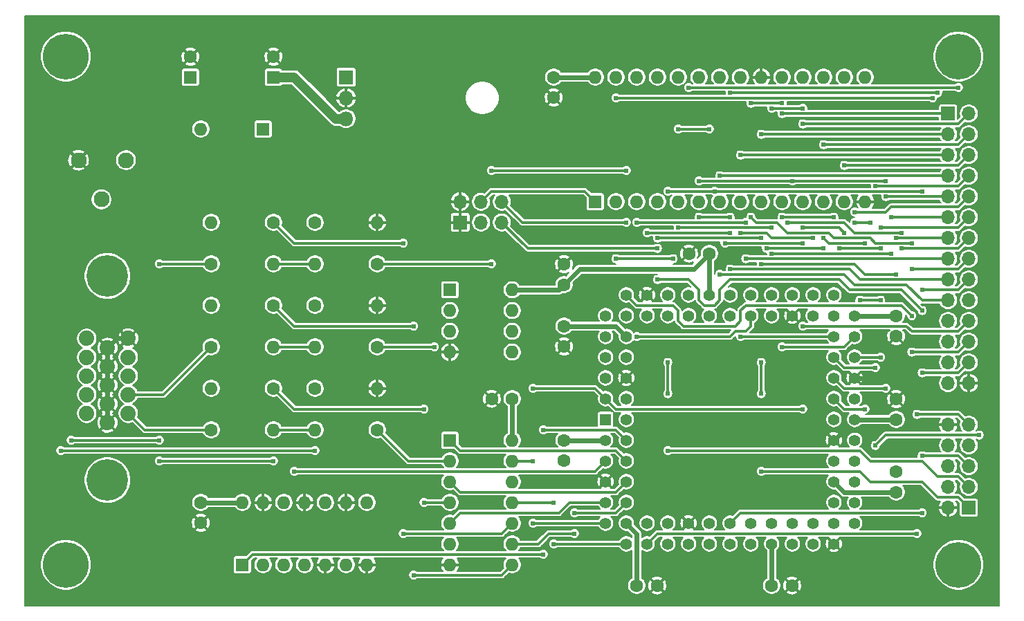
<source format=gbr>
G04 #@! TF.GenerationSoftware,KiCad,Pcbnew,(5.1.9)-1*
G04 #@! TF.CreationDate,2021-09-19T00:14:35-05:00*
G04 #@! TF.ProjectId,atmel_vga,61746d65-6c5f-4766-9761-2e6b69636164,rev?*
G04 #@! TF.SameCoordinates,Original*
G04 #@! TF.FileFunction,Copper,L2,Bot*
G04 #@! TF.FilePolarity,Positive*
%FSLAX46Y46*%
G04 Gerber Fmt 4.6, Leading zero omitted, Abs format (unit mm)*
G04 Created by KiCad (PCBNEW (5.1.9)-1) date 2021-09-19 00:14:35*
%MOMM*%
%LPD*%
G01*
G04 APERTURE LIST*
G04 #@! TA.AperFunction,ComponentPad*
%ADD10O,1.600000X1.600000*%
G04 #@! TD*
G04 #@! TA.AperFunction,ComponentPad*
%ADD11R,1.600000X1.600000*%
G04 #@! TD*
G04 #@! TA.AperFunction,ComponentPad*
%ADD12O,1.700000X1.700000*%
G04 #@! TD*
G04 #@! TA.AperFunction,ComponentPad*
%ADD13R,1.700000X1.700000*%
G04 #@! TD*
G04 #@! TA.AperFunction,ComponentPad*
%ADD14C,1.397000*%
G04 #@! TD*
G04 #@! TA.AperFunction,ComponentPad*
%ADD15R,1.397000X1.397000*%
G04 #@! TD*
G04 #@! TA.AperFunction,ComponentPad*
%ADD16C,1.600000*%
G04 #@! TD*
G04 #@! TA.AperFunction,ComponentPad*
%ADD17O,1.800000X1.800000*%
G04 #@! TD*
G04 #@! TA.AperFunction,ComponentPad*
%ADD18R,1.800000X1.800000*%
G04 #@! TD*
G04 #@! TA.AperFunction,ComponentPad*
%ADD19C,1.948180*%
G04 #@! TD*
G04 #@! TA.AperFunction,ComponentPad*
%ADD20C,1.879600*%
G04 #@! TD*
G04 #@! TA.AperFunction,ComponentPad*
%ADD21C,5.080000*%
G04 #@! TD*
G04 #@! TA.AperFunction,ComponentPad*
%ADD22C,5.600000*%
G04 #@! TD*
G04 #@! TA.AperFunction,ViaPad*
%ADD23C,0.609600*%
G04 #@! TD*
G04 #@! TA.AperFunction,Conductor*
%ADD24C,0.609600*%
G04 #@! TD*
G04 #@! TA.AperFunction,Conductor*
%ADD25C,0.304800*%
G04 #@! TD*
G04 #@! TA.AperFunction,Conductor*
%ADD26C,1.219200*%
G04 #@! TD*
G04 #@! TA.AperFunction,Conductor*
%ADD27C,0.152400*%
G04 #@! TD*
G04 #@! TA.AperFunction,Conductor*
%ADD28C,0.100000*%
G04 #@! TD*
G04 APERTURE END LIST*
D10*
X153670000Y-76200000D03*
X186690000Y-91440000D03*
X156210000Y-76200000D03*
X184150000Y-91440000D03*
X158750000Y-76200000D03*
X181610000Y-91440000D03*
X161290000Y-76200000D03*
X179070000Y-91440000D03*
X163830000Y-76200000D03*
X176530000Y-91440000D03*
X166370000Y-76200000D03*
X173990000Y-91440000D03*
X168910000Y-76200000D03*
X171450000Y-91440000D03*
X171450000Y-76200000D03*
X168910000Y-91440000D03*
X173990000Y-76200000D03*
X166370000Y-91440000D03*
X176530000Y-76200000D03*
X163830000Y-91440000D03*
X179070000Y-76200000D03*
X161290000Y-91440000D03*
X181610000Y-76200000D03*
X158750000Y-91440000D03*
X184150000Y-76200000D03*
X156210000Y-91440000D03*
X186690000Y-76200000D03*
D11*
X153670000Y-91440000D03*
D12*
X142240000Y-91440000D03*
X142240000Y-93980000D03*
X139700000Y-91440000D03*
X139700000Y-93980000D03*
X137160000Y-91440000D03*
D13*
X137160000Y-93980000D03*
D12*
X199390000Y-113665000D03*
X196850000Y-113665000D03*
X199390000Y-111125000D03*
X196850000Y-111125000D03*
X199390000Y-108585000D03*
X196850000Y-108585000D03*
X199390000Y-106045000D03*
X196850000Y-106045000D03*
X199390000Y-103505000D03*
X196850000Y-103505000D03*
X199390000Y-100965000D03*
X196850000Y-100965000D03*
X199390000Y-98425000D03*
X196850000Y-98425000D03*
X199390000Y-95885000D03*
X196850000Y-95885000D03*
X199390000Y-93345000D03*
X196850000Y-93345000D03*
X199390000Y-90805000D03*
X196850000Y-90805000D03*
X199390000Y-88265000D03*
X196850000Y-88265000D03*
X199390000Y-85725000D03*
X196850000Y-85725000D03*
X199390000Y-83185000D03*
X196850000Y-83185000D03*
X199390000Y-80645000D03*
D13*
X196850000Y-80645000D03*
D14*
X157480000Y-115570000D03*
X154940000Y-115570000D03*
X157480000Y-113030000D03*
X154940000Y-113030000D03*
X157480000Y-110490000D03*
X154940000Y-110490000D03*
X157480000Y-107950000D03*
X154940000Y-107950000D03*
X157480000Y-105410000D03*
X154940000Y-105410000D03*
X157480000Y-102870000D03*
X160020000Y-105410000D03*
X160020000Y-102870000D03*
X162560000Y-105410000D03*
X162560000Y-102870000D03*
X165100000Y-105410000D03*
X165100000Y-102870000D03*
X167640000Y-105410000D03*
X167640000Y-102870000D03*
X170180000Y-105410000D03*
X170180000Y-102870000D03*
X172720000Y-105410000D03*
X172720000Y-102870000D03*
X175260000Y-105410000D03*
X175260000Y-102870000D03*
X177800000Y-105410000D03*
X177800000Y-102870000D03*
X180340000Y-105410000D03*
X180340000Y-102870000D03*
X182880000Y-105410000D03*
X182880000Y-102870000D03*
X185420000Y-105410000D03*
X182880000Y-107950000D03*
X185420000Y-107950000D03*
X182880000Y-110490000D03*
X185420000Y-110490000D03*
X182880000Y-113030000D03*
X185420000Y-113030000D03*
X182880000Y-115570000D03*
X185420000Y-115570000D03*
X182880000Y-118110000D03*
X185420000Y-118110000D03*
X182880000Y-120650000D03*
X185420000Y-120650000D03*
X182880000Y-123190000D03*
X185420000Y-123190000D03*
X182880000Y-125730000D03*
X185420000Y-125730000D03*
X182880000Y-128270000D03*
X185420000Y-128270000D03*
X182880000Y-130810000D03*
X185420000Y-130810000D03*
X182880000Y-133350000D03*
X180340000Y-130810000D03*
X180340000Y-133350000D03*
X177800000Y-130810000D03*
X177800000Y-133350000D03*
X175260000Y-130810000D03*
X175260000Y-133350000D03*
X172720000Y-130810000D03*
X172720000Y-133350000D03*
X170180000Y-130810000D03*
X170180000Y-133350000D03*
X167640000Y-130810000D03*
X167640000Y-133350000D03*
X165100000Y-130810000D03*
X165100000Y-133350000D03*
X162560000Y-130810000D03*
X162560000Y-133350000D03*
X160020000Y-130810000D03*
X160020000Y-133350000D03*
X157480000Y-130810000D03*
X157480000Y-133350000D03*
X154940000Y-130810000D03*
X157480000Y-128270000D03*
X154940000Y-128270000D03*
X157480000Y-125730000D03*
X154940000Y-125730000D03*
X157480000Y-123190000D03*
X154940000Y-123190000D03*
X157480000Y-120650000D03*
X154940000Y-120650000D03*
X157480000Y-118110000D03*
D15*
X154940000Y-118110000D03*
D12*
X196850000Y-118745000D03*
X199390000Y-118745000D03*
X196850000Y-121285000D03*
X199390000Y-121285000D03*
X196850000Y-123825000D03*
X199390000Y-123825000D03*
X196850000Y-126365000D03*
X199390000Y-126365000D03*
X196850000Y-128905000D03*
D13*
X199390000Y-128905000D03*
D16*
X190500000Y-115610000D03*
X190500000Y-118110000D03*
X190500000Y-124500000D03*
X190500000Y-127000000D03*
X149860000Y-109180000D03*
X149860000Y-106680000D03*
X149860000Y-123150000D03*
X149860000Y-120650000D03*
X190500000Y-107910000D03*
X190500000Y-105410000D03*
X165140000Y-97790000D03*
X167640000Y-97790000D03*
X161250000Y-138430000D03*
X158750000Y-138430000D03*
X177760000Y-138430000D03*
X175260000Y-138430000D03*
X105410000Y-130770000D03*
X105410000Y-128270000D03*
X141010000Y-115570000D03*
X143510000Y-115570000D03*
X149860000Y-99100000D03*
X149860000Y-101600000D03*
X148590000Y-78700000D03*
X148590000Y-76200000D03*
X114300000Y-73700000D03*
D11*
X114300000Y-76200000D03*
D16*
X104140000Y-73700000D03*
D11*
X104140000Y-76200000D03*
D10*
X143510000Y-102235000D03*
X135890000Y-109855000D03*
X143510000Y-104775000D03*
X135890000Y-107315000D03*
X143510000Y-107315000D03*
X135890000Y-104775000D03*
X143510000Y-109855000D03*
D11*
X135890000Y-102235000D03*
D10*
X106680000Y-114300000D03*
D16*
X114300000Y-114300000D03*
D10*
X119380000Y-119380000D03*
D16*
X127000000Y-119380000D03*
D10*
X106680000Y-104140000D03*
D16*
X114300000Y-104140000D03*
X127000000Y-109220000D03*
D10*
X119380000Y-109220000D03*
D16*
X114300000Y-93980000D03*
D10*
X106680000Y-93980000D03*
X119380000Y-99060000D03*
D16*
X127000000Y-99060000D03*
X106680000Y-119380000D03*
D10*
X114300000Y-119380000D03*
X114300000Y-109220000D03*
D16*
X106680000Y-109220000D03*
X106680000Y-99060000D03*
D10*
X114300000Y-99060000D03*
D16*
X119380000Y-114300000D03*
D10*
X127000000Y-114300000D03*
D16*
X119380000Y-104140000D03*
D10*
X127000000Y-104140000D03*
X127000000Y-93980000D03*
D16*
X119380000Y-93980000D03*
D10*
X143510000Y-120650000D03*
X135890000Y-135890000D03*
X143510000Y-123190000D03*
X135890000Y-133350000D03*
X143510000Y-125730000D03*
X135890000Y-130810000D03*
X143510000Y-128270000D03*
X135890000Y-128270000D03*
X143510000Y-130810000D03*
X135890000Y-125730000D03*
X143510000Y-133350000D03*
X135890000Y-123190000D03*
X143510000Y-135890000D03*
D11*
X135890000Y-120650000D03*
D17*
X123190000Y-81280000D03*
X123190000Y-78740000D03*
D18*
X123190000Y-76200000D03*
D19*
X90449400Y-86360000D03*
X93248480Y-91158060D03*
X96248220Y-86360000D03*
D20*
X96520000Y-117348000D03*
X96520000Y-115059460D03*
X96520000Y-112770920D03*
X96520000Y-110482380D03*
X96520000Y-108191300D03*
X93980000Y-118488460D03*
X93980000Y-116199920D03*
X93980000Y-113908840D03*
X93980000Y-111620300D03*
X93980000Y-109331760D03*
X91440000Y-117348000D03*
X91440000Y-115059460D03*
X91440000Y-112770920D03*
X91440000Y-110482380D03*
X91440000Y-108191300D03*
D21*
X93980000Y-125529340D03*
X93980000Y-100530660D03*
D10*
X110490000Y-128270000D03*
X125730000Y-135890000D03*
X113030000Y-128270000D03*
X123190000Y-135890000D03*
X115570000Y-128270000D03*
X120650000Y-135890000D03*
X118110000Y-128270000D03*
X118110000Y-135890000D03*
X120650000Y-128270000D03*
X115570000Y-135890000D03*
X123190000Y-128270000D03*
X113030000Y-135890000D03*
X125730000Y-128270000D03*
D11*
X110490000Y-135890000D03*
D22*
X88900000Y-73660000D03*
X198120000Y-73660000D03*
X88900000Y-135890000D03*
X198120000Y-135890000D03*
D10*
X105410000Y-82550000D03*
D11*
X113030000Y-82550000D03*
D23*
X187960000Y-113030000D03*
X187960000Y-119380000D03*
X100330000Y-99060000D03*
X147320000Y-119380000D03*
X147320000Y-134620000D03*
X116840000Y-124460000D03*
X146050000Y-114300000D03*
X179070000Y-106680000D03*
X179070000Y-116840000D03*
X132715000Y-116840000D03*
X132715000Y-128270000D03*
X131445000Y-106680000D03*
X131445000Y-137160000D03*
X133985000Y-109220000D03*
X130175000Y-132080000D03*
X130175000Y-96520000D03*
X140970000Y-99060000D03*
X146050000Y-130810000D03*
X146050000Y-123190000D03*
X148590000Y-133350000D03*
X148590000Y-128270000D03*
X151130000Y-129540000D03*
X151130000Y-132080000D03*
X162560000Y-121920000D03*
X162560000Y-111125000D03*
X162560000Y-114935000D03*
X193675000Y-102235000D03*
X193675000Y-90170000D03*
X162560000Y-90170000D03*
X168275000Y-90170000D03*
X156210000Y-98425000D03*
X194945000Y-78740000D03*
X156210000Y-78740000D03*
X163195000Y-98425000D03*
X198120000Y-77470000D03*
X165100000Y-77470000D03*
X166370000Y-93345000D03*
X170180000Y-93345000D03*
X195580000Y-78105000D03*
X170180000Y-78105000D03*
X167640000Y-82550000D03*
X163830000Y-82550000D03*
X168910000Y-100330000D03*
X170180000Y-95250000D03*
X160020000Y-95250000D03*
X170180000Y-99695000D03*
X158750000Y-107950000D03*
X172085000Y-98425000D03*
X172085000Y-93980000D03*
X158750000Y-93980000D03*
X173990000Y-124460000D03*
X173990000Y-114935000D03*
X173990000Y-111125000D03*
X173990000Y-95885000D03*
X161290000Y-95885000D03*
X190500000Y-95885000D03*
X173990000Y-99060000D03*
X190500000Y-100330000D03*
X163830000Y-94615000D03*
X175260000Y-94615000D03*
X175260000Y-94615000D03*
X189865000Y-93345000D03*
X175260000Y-97790000D03*
X189865000Y-97790000D03*
X177800000Y-88900000D03*
X189230000Y-90805000D03*
X189230000Y-88900000D03*
X166370000Y-88900000D03*
X169545000Y-96520000D03*
X179070000Y-96520000D03*
X168910000Y-88265000D03*
X171450000Y-95250000D03*
X180340000Y-95885000D03*
X171450000Y-85725000D03*
X181610000Y-97155000D03*
X174625000Y-97155000D03*
X173990000Y-83185000D03*
X176530000Y-93345000D03*
X182880000Y-93345000D03*
X176530000Y-80645000D03*
X171450000Y-107950000D03*
X176530000Y-79375000D03*
X172720000Y-79375000D03*
X192405000Y-99695000D03*
X172720000Y-93345000D03*
X192405000Y-96520000D03*
X176530000Y-109220000D03*
X179070000Y-80010000D03*
X175260000Y-80010000D03*
X191135000Y-97155000D03*
X183515000Y-97155000D03*
X188595000Y-97155000D03*
X187960000Y-111760000D03*
X188595000Y-94615000D03*
X186055000Y-103505000D03*
X188595000Y-103505000D03*
X188595000Y-110490000D03*
X185420000Y-92710000D03*
X189230000Y-114300000D03*
X187960000Y-89535000D03*
X185420000Y-93980000D03*
X187325000Y-93980000D03*
X186690000Y-116840000D03*
X184150000Y-86995000D03*
X181610000Y-95885000D03*
X186690000Y-96520000D03*
X177165000Y-93980000D03*
X191135000Y-95250000D03*
X181610000Y-84455000D03*
X179070000Y-94615000D03*
X184150000Y-95250000D03*
X179070000Y-81915000D03*
X193675000Y-122555000D03*
X193675000Y-129540000D03*
X193040000Y-117475000D03*
X193040000Y-132080000D03*
X114300000Y-123190000D03*
X100330000Y-123190000D03*
X100330000Y-120650000D03*
X89535000Y-120650000D03*
X119380000Y-121920000D03*
X88265000Y-121920000D03*
X187960000Y-121285000D03*
X200660000Y-120015000D03*
X161290000Y-97155000D03*
X161290000Y-100965000D03*
X193675000Y-104775000D03*
X193675000Y-112395000D03*
X157480000Y-93980000D03*
X192405000Y-105410000D03*
X192405000Y-109855000D03*
X140970000Y-87630000D03*
X157480000Y-87630000D03*
D24*
X182880000Y-120650000D02*
X184150000Y-119380000D01*
X184150000Y-119380000D02*
X187960000Y-119380000D01*
X185420000Y-113030000D02*
X187960000Y-113030000D01*
D25*
X187960000Y-113030000D02*
X187960000Y-113030000D01*
X187960000Y-119380000D02*
X187960000Y-119380000D01*
D24*
X93980000Y-118488460D02*
X93980000Y-116199920D01*
X93980000Y-116199920D02*
X93980000Y-113908840D01*
X93980000Y-109331760D02*
X93980000Y-111620300D01*
X93980000Y-111620300D02*
X93980000Y-113908840D01*
X95120460Y-108191300D02*
X93980000Y-109331760D01*
X96520000Y-108191300D02*
X95120460Y-108191300D01*
X158750000Y-132080000D02*
X157480000Y-130810000D01*
X158750000Y-138430000D02*
X158750000Y-132080000D01*
X175260000Y-138430000D02*
X175260000Y-133350000D01*
X190500000Y-127000000D02*
X184150000Y-127000000D01*
X184150000Y-127000000D02*
X182880000Y-125730000D01*
X190500000Y-118110000D02*
X185420000Y-118110000D01*
X190500000Y-105410000D02*
X185420000Y-105410000D01*
X167640000Y-97790000D02*
X167640000Y-102870000D01*
X149860000Y-106680000D02*
X156210000Y-106680000D01*
X156210000Y-106680000D02*
X157480000Y-107950000D01*
X149860000Y-120650000D02*
X154940000Y-120650000D01*
X143510000Y-120650000D02*
X143510000Y-115570000D01*
X110490000Y-128270000D02*
X105410000Y-128270000D01*
X167640000Y-97790000D02*
X165735000Y-99695000D01*
X153670000Y-76200000D02*
X148590000Y-76200000D01*
D26*
X116840000Y-76200000D02*
X121920000Y-81280000D01*
X123190000Y-81280000D02*
X121920000Y-81280000D01*
X116840000Y-76200000D02*
X114300000Y-76200000D01*
D24*
X149225000Y-102235000D02*
X149860000Y-101600000D01*
X143510000Y-102235000D02*
X149225000Y-102235000D01*
X151765000Y-99695000D02*
X149860000Y-101600000D01*
X165735000Y-99695000D02*
X151765000Y-99695000D01*
D25*
X98552000Y-119380000D02*
X96520000Y-117348000D01*
X106680000Y-119380000D02*
X98552000Y-119380000D01*
X100840540Y-115059460D02*
X106680000Y-109220000D01*
X96520000Y-115059460D02*
X100840540Y-115059460D01*
X106680000Y-99060000D02*
X100330000Y-99060000D01*
X100330000Y-99060000D02*
X100330000Y-99060000D01*
X157480000Y-120650000D02*
X156210000Y-119380000D01*
X156210000Y-119380000D02*
X147320000Y-119380000D01*
X147320000Y-119380000D02*
X147320000Y-119380000D01*
X147320000Y-134620000D02*
X111760000Y-134620000D01*
X111760000Y-134620000D02*
X110490000Y-135890000D01*
X154940000Y-123190000D02*
X153670000Y-124460000D01*
X153670000Y-124460000D02*
X116840000Y-124460000D01*
X116840000Y-124460000D02*
X116840000Y-124460000D01*
X154940000Y-115570000D02*
X153670000Y-114300000D01*
X153670000Y-114300000D02*
X146050000Y-114300000D01*
X146050000Y-114300000D02*
X146050000Y-114300000D01*
X199390000Y-106045000D02*
X198120000Y-107315000D01*
X198120000Y-107315000D02*
X192405000Y-107315000D01*
X191135000Y-106680000D02*
X179070000Y-106680000D01*
X179070000Y-106680000D02*
X179070000Y-106680000D01*
X179070000Y-116840000D02*
X156210000Y-116840000D01*
X156210000Y-116840000D02*
X154940000Y-115570000D01*
X192405000Y-107315000D02*
X191770000Y-106680000D01*
X191770000Y-106680000D02*
X191135000Y-106680000D01*
X114300000Y-114300000D02*
X116840000Y-116840000D01*
X116840000Y-116840000D02*
X132715000Y-116840000D01*
X132715000Y-116840000D02*
X132715000Y-116840000D01*
X135890000Y-128270000D02*
X132715000Y-128270000D01*
X132715000Y-128270000D02*
X132715000Y-128270000D01*
X119380000Y-119380000D02*
X114300000Y-119380000D01*
X130810000Y-123190000D02*
X127000000Y-119380000D01*
X135890000Y-123190000D02*
X130810000Y-123190000D01*
X114300000Y-104140000D02*
X116840000Y-106680000D01*
X116840000Y-106680000D02*
X131445000Y-106680000D01*
X131445000Y-106680000D02*
X131445000Y-106680000D01*
X143510000Y-135890000D02*
X142240000Y-137160000D01*
X142240000Y-137160000D02*
X131445000Y-137160000D01*
X127000000Y-109220000D02*
X133985000Y-109220000D01*
X119380000Y-109220000D02*
X114300000Y-109220000D01*
X143510000Y-130810000D02*
X142240000Y-132080000D01*
X142240000Y-132080000D02*
X130175000Y-132080000D01*
X130175000Y-132080000D02*
X130175000Y-132080000D01*
X130175000Y-96520000D02*
X116840000Y-96520000D01*
X116840000Y-96520000D02*
X114300000Y-93980000D01*
X119380000Y-99060000D02*
X114300000Y-99060000D01*
X127000000Y-99060000D02*
X140970000Y-99060000D01*
X143510000Y-123190000D02*
X146050000Y-123190000D01*
X154940000Y-130810000D02*
X146050000Y-130810000D01*
X146050000Y-130810000D02*
X146050000Y-130810000D01*
X146050000Y-123190000D02*
X146050000Y-123190000D01*
X150495000Y-128270000D02*
X154940000Y-128270000D01*
X149225000Y-129540000D02*
X150495000Y-128270000D01*
X137160000Y-129540000D02*
X149225000Y-129540000D01*
X135890000Y-130810000D02*
X137160000Y-129540000D01*
X148590000Y-133350000D02*
X148590000Y-133350000D01*
X148590000Y-128270000D02*
X148590000Y-128270000D01*
X157480000Y-133350000D02*
X148590000Y-133350000D01*
X143510000Y-128270000D02*
X148590000Y-128270000D01*
X157480000Y-125730000D02*
X156210000Y-127000000D01*
X156210000Y-127000000D02*
X137160000Y-127000000D01*
X137160000Y-127000000D02*
X135890000Y-125730000D01*
X157480000Y-128270000D02*
X156210000Y-129540000D01*
X156210000Y-129540000D02*
X151130000Y-129540000D01*
X151130000Y-129540000D02*
X151130000Y-129540000D01*
X151130000Y-132080000D02*
X151130000Y-132080000D01*
X147955000Y-132080000D02*
X151130000Y-132080000D01*
X146685000Y-133350000D02*
X147955000Y-132080000D01*
X143510000Y-133350000D02*
X146685000Y-133350000D01*
X157480000Y-123190000D02*
X156210000Y-121920000D01*
X156210000Y-121920000D02*
X137160000Y-121920000D01*
X137160000Y-121920000D02*
X135890000Y-120650000D01*
X162560000Y-121920000D02*
X162560000Y-121920000D01*
X162560000Y-111125000D02*
X162560000Y-114935000D01*
X198120000Y-125095000D02*
X199390000Y-126365000D01*
X195580000Y-125095000D02*
X198120000Y-125095000D01*
X193675000Y-123190000D02*
X195580000Y-125095000D01*
X187325000Y-123190000D02*
X193675000Y-123190000D01*
X186055000Y-121920000D02*
X187325000Y-123190000D01*
X162560000Y-121920000D02*
X186055000Y-121920000D01*
X199390000Y-100965000D02*
X198120000Y-102235000D01*
X198120000Y-102235000D02*
X193675000Y-102235000D01*
X193675000Y-102235000D02*
X193675000Y-102235000D01*
X162560000Y-90170000D02*
X168275000Y-90170000D01*
X168275000Y-90170000D02*
X193675000Y-90170000D01*
X194945000Y-78740000D02*
X156210000Y-78740000D01*
X156210000Y-78740000D02*
X156210000Y-78740000D01*
X163195000Y-98425000D02*
X156210000Y-98425000D01*
X165100000Y-77470000D02*
X165100000Y-77470000D01*
X198120000Y-77470000D02*
X165100000Y-77470000D01*
X170180000Y-93345000D02*
X166370000Y-93345000D01*
X195580000Y-78105000D02*
X170180000Y-78105000D01*
X170180000Y-78105000D02*
X170180000Y-78105000D01*
X167640000Y-82550000D02*
X163830000Y-82550000D01*
X196850000Y-103505000D02*
X194310000Y-103505000D01*
X193675000Y-103505000D02*
X194310000Y-103505000D01*
X191770000Y-101600000D02*
X193675000Y-103505000D01*
X185420000Y-101600000D02*
X191770000Y-101600000D01*
X184150000Y-100330000D02*
X185420000Y-101600000D01*
X168910000Y-100330000D02*
X184150000Y-100330000D01*
X170180000Y-95250000D02*
X160020000Y-95250000D01*
X160020000Y-95250000D02*
X160020000Y-95250000D01*
X186055000Y-100965000D02*
X193040000Y-100965000D01*
X193040000Y-100965000D02*
X196850000Y-100965000D01*
X184785000Y-99695000D02*
X186055000Y-100965000D01*
X170180000Y-99695000D02*
X184785000Y-99695000D01*
X158750000Y-107950000D02*
X158750000Y-107950000D01*
X170180000Y-107950000D02*
X158750000Y-107950000D01*
X170815000Y-107315000D02*
X172085000Y-107315000D01*
X170815000Y-107315000D02*
X170180000Y-107950000D01*
X172085000Y-107315000D02*
X172720000Y-106680000D01*
X172720000Y-106680000D02*
X172720000Y-105410000D01*
X196850000Y-98425000D02*
X172085000Y-98425000D01*
X172085000Y-98425000D02*
X172085000Y-98425000D01*
X172085000Y-93980000D02*
X158750000Y-93980000D01*
X173990000Y-124460000D02*
X173990000Y-124460000D01*
X173990000Y-111125000D02*
X173990000Y-114935000D01*
X198120000Y-127635000D02*
X199390000Y-128905000D01*
X195580000Y-127635000D02*
X198120000Y-127635000D01*
X193675000Y-125730000D02*
X195580000Y-127635000D01*
X187325000Y-125730000D02*
X193675000Y-125730000D01*
X186055000Y-124460000D02*
X187325000Y-125730000D01*
X173990000Y-124460000D02*
X186055000Y-124460000D01*
X173990000Y-95885000D02*
X161290000Y-95885000D01*
X161290000Y-95885000D02*
X161290000Y-95885000D01*
X196850000Y-95885000D02*
X190500000Y-95885000D01*
X190500000Y-95885000D02*
X190500000Y-95885000D01*
X187325000Y-100330000D02*
X190500000Y-100330000D01*
X190500000Y-100330000D02*
X190500000Y-100330000D01*
X185420000Y-99060000D02*
X186690000Y-100330000D01*
X173990000Y-99060000D02*
X185420000Y-99060000D01*
X186690000Y-100330000D02*
X187325000Y-100330000D01*
X163830000Y-94615000D02*
X175260000Y-94615000D01*
X175260000Y-94615000D02*
X175260000Y-94615000D01*
X175260000Y-94615000D02*
X175260000Y-94615000D01*
X196850000Y-93345000D02*
X189865000Y-93345000D01*
X189865000Y-93345000D02*
X189865000Y-93345000D01*
X175260000Y-97790000D02*
X189865000Y-97790000D01*
X189865000Y-97790000D02*
X189865000Y-97790000D01*
X196850000Y-90805000D02*
X189230000Y-90805000D01*
X189230000Y-90805000D02*
X189230000Y-90805000D01*
X189230000Y-88900000D02*
X166370000Y-88900000D01*
X179070000Y-96520000D02*
X169545000Y-96520000D01*
X196850000Y-88265000D02*
X168910000Y-88265000D01*
X168910000Y-88265000D02*
X168910000Y-88265000D01*
X196850000Y-85725000D02*
X171450000Y-85725000D01*
X171450000Y-85725000D02*
X171450000Y-85725000D01*
X174625000Y-95250000D02*
X175260000Y-95885000D01*
X174625000Y-95250000D02*
X171450000Y-95250000D01*
X175260000Y-95885000D02*
X180340000Y-95885000D01*
X174625000Y-97155000D02*
X181610000Y-97155000D01*
X196850000Y-83185000D02*
X173990000Y-83185000D01*
X173990000Y-83185000D02*
X173990000Y-83185000D01*
X182880000Y-93345000D02*
X176530000Y-93345000D01*
X196850000Y-80645000D02*
X176530000Y-80645000D01*
X176530000Y-80645000D02*
X176530000Y-80645000D01*
X171450000Y-107950000D02*
X182880000Y-107950000D01*
X176530000Y-79375000D02*
X172720000Y-79375000D01*
X199390000Y-98425000D02*
X198120000Y-99695000D01*
X198120000Y-99695000D02*
X192405000Y-99695000D01*
X192405000Y-99695000D02*
X192405000Y-99695000D01*
X172720000Y-93345000D02*
X173355000Y-93980000D01*
X173355000Y-93980000D02*
X175895000Y-93980000D01*
X175895000Y-93980000D02*
X177165000Y-95250000D01*
X177165000Y-95250000D02*
X182245000Y-95250000D01*
X182245000Y-95250000D02*
X182880000Y-95885000D01*
X182880000Y-95885000D02*
X187325000Y-95885000D01*
X187325000Y-95885000D02*
X187960000Y-96520000D01*
X187960000Y-96520000D02*
X192405000Y-96520000D01*
X192405000Y-96520000D02*
X192405000Y-96520000D01*
X176530000Y-109220000D02*
X184150000Y-109220000D01*
X184150000Y-109220000D02*
X185420000Y-107950000D01*
X179070000Y-80010000D02*
X175260000Y-80010000D01*
X199390000Y-95885000D02*
X198120000Y-97155000D01*
X198120000Y-97155000D02*
X191135000Y-97155000D01*
X191135000Y-97155000D02*
X191135000Y-97155000D01*
X188595000Y-97155000D02*
X188595000Y-97155000D01*
X187960000Y-111760000D02*
X184150000Y-111760000D01*
X184150000Y-111760000D02*
X182880000Y-110490000D01*
X199390000Y-93345000D02*
X198120000Y-94615000D01*
X198120000Y-94615000D02*
X188595000Y-94615000D01*
X188595000Y-94615000D02*
X188595000Y-94615000D01*
X186055000Y-103505000D02*
X188595000Y-103505000D01*
X188595000Y-103505000D02*
X188595000Y-103505000D01*
X188595000Y-110490000D02*
X185420000Y-110490000D01*
X185420000Y-92710000D02*
X185420000Y-92710000D01*
X185420000Y-92710000D02*
X189230000Y-92710000D01*
X189230000Y-92710000D02*
X189865000Y-92075000D01*
X189865000Y-92075000D02*
X198120000Y-92075000D01*
X198120000Y-92075000D02*
X199390000Y-90805000D01*
X189230000Y-114300000D02*
X184150000Y-114300000D01*
X184150000Y-114300000D02*
X182880000Y-113030000D01*
X199390000Y-88265000D02*
X198120000Y-89535000D01*
X198120000Y-89535000D02*
X187960000Y-89535000D01*
X187960000Y-89535000D02*
X187960000Y-89535000D01*
X185420000Y-93980000D02*
X187325000Y-93980000D01*
X187325000Y-93980000D02*
X187325000Y-93980000D01*
X184150000Y-116840000D02*
X182880000Y-115570000D01*
X186690000Y-116840000D02*
X184150000Y-116840000D01*
X199390000Y-85725000D02*
X198120000Y-86995000D01*
X198120000Y-86995000D02*
X184150000Y-86995000D01*
X184150000Y-86995000D02*
X184150000Y-86995000D01*
X186690000Y-96520000D02*
X186690000Y-96520000D01*
X199390000Y-83185000D02*
X198120000Y-84455000D01*
X198120000Y-84455000D02*
X181610000Y-84455000D01*
X177165000Y-93980000D02*
X184150000Y-93980000D01*
X184150000Y-93980000D02*
X185420000Y-95250000D01*
X185420000Y-95250000D02*
X191135000Y-95250000D01*
X191135000Y-95250000D02*
X191135000Y-95250000D01*
X183515000Y-97155000D02*
X188595000Y-97155000D01*
X181610000Y-95885000D02*
X182245000Y-96520000D01*
X182245000Y-96520000D02*
X186690000Y-96520000D01*
X184150000Y-95250000D02*
X184150000Y-95250000D01*
X199390000Y-80645000D02*
X198120000Y-81915000D01*
X198120000Y-81915000D02*
X179070000Y-81915000D01*
X179070000Y-81915000D02*
X179070000Y-81915000D01*
X184150000Y-95250000D02*
X183515000Y-94615000D01*
X179070000Y-94615000D02*
X183515000Y-94615000D01*
X170180000Y-130810000D02*
X171450000Y-129540000D01*
X171450000Y-129540000D02*
X193675000Y-129540000D01*
X193675000Y-122555000D02*
X193675000Y-122555000D01*
X193675000Y-129540000D02*
X193675000Y-129540000D01*
X193675000Y-122555000D02*
X198120000Y-122555000D01*
X198120000Y-122555000D02*
X199390000Y-123825000D01*
X160020000Y-133350000D02*
X161290000Y-132080000D01*
X161290000Y-132080000D02*
X193040000Y-132080000D01*
X193040000Y-117475000D02*
X193040000Y-117475000D01*
X193040000Y-132080000D02*
X193040000Y-132080000D01*
X198120000Y-117475000D02*
X199390000Y-118745000D01*
X193040000Y-117475000D02*
X198120000Y-117475000D01*
X114300000Y-123190000D02*
X100330000Y-123190000D01*
X100330000Y-123190000D02*
X100330000Y-123190000D01*
X100330000Y-120650000D02*
X89535000Y-120650000D01*
X89535000Y-120650000D02*
X89535000Y-120650000D01*
X88265000Y-121920000D02*
X88265000Y-121920000D01*
X119380000Y-121920000D02*
X88265000Y-121920000D01*
X200660000Y-120015000D02*
X200660000Y-120015000D01*
X189230000Y-120015000D02*
X200660000Y-120015000D01*
X187960000Y-121285000D02*
X189230000Y-120015000D01*
X145415000Y-97155000D02*
X142240000Y-93980000D01*
X161290000Y-97155000D02*
X145415000Y-97155000D01*
X193675000Y-104775000D02*
X193675000Y-104775000D01*
X198120000Y-112395000D02*
X199390000Y-111125000D01*
X193675000Y-112395000D02*
X198120000Y-112395000D01*
X183515000Y-100965000D02*
X184785000Y-102235000D01*
X184785000Y-102235000D02*
X191135000Y-102235000D01*
X170180000Y-100965000D02*
X183515000Y-100965000D01*
X168910000Y-102235000D02*
X170180000Y-100965000D01*
X168275000Y-104140000D02*
X168910000Y-103505000D01*
X191135000Y-102235000D02*
X193675000Y-104775000D01*
X167005000Y-104140000D02*
X168275000Y-104140000D01*
X168910000Y-103505000D02*
X168910000Y-102235000D01*
X166370000Y-103505000D02*
X167005000Y-104140000D01*
X166370000Y-102235000D02*
X166370000Y-103505000D01*
X165100000Y-100965000D02*
X166370000Y-102235000D01*
X161290000Y-100965000D02*
X165100000Y-100965000D01*
X157480000Y-93980000D02*
X144780000Y-93980000D01*
X144780000Y-93980000D02*
X142240000Y-91440000D01*
X199390000Y-108585000D02*
X198120000Y-109855000D01*
X198120000Y-109855000D02*
X192405000Y-109855000D01*
X192405000Y-105410000D02*
X192405000Y-105410000D01*
X192405000Y-109855000D02*
X192405000Y-109855000D01*
X191135000Y-104140000D02*
X192405000Y-105410000D01*
X172085000Y-104140000D02*
X191135000Y-104140000D01*
X171450000Y-104775000D02*
X172085000Y-104140000D01*
X171450000Y-106033408D02*
X171450000Y-104775000D01*
X164465000Y-106680000D02*
X170803408Y-106680000D01*
X163830000Y-106045000D02*
X164465000Y-106680000D01*
X163195000Y-104140000D02*
X163830000Y-104775000D01*
X170803408Y-106680000D02*
X171450000Y-106033408D01*
X163830000Y-104775000D02*
X163830000Y-106045000D01*
X158750000Y-104140000D02*
X163195000Y-104140000D01*
X157480000Y-102870000D02*
X158750000Y-104140000D01*
X139700000Y-91440000D02*
X140970000Y-90170000D01*
X140970000Y-90170000D02*
X152400000Y-90170000D01*
X152400000Y-90170000D02*
X153670000Y-91440000D01*
X157480000Y-87630000D02*
X157480000Y-87630000D01*
X140970000Y-87630000D02*
X157480000Y-87630000D01*
D27*
X203123800Y-140893800D02*
X83896200Y-140893800D01*
X83896200Y-135581702D01*
X85769800Y-135581702D01*
X85769800Y-136198298D01*
X85890092Y-136803046D01*
X86126052Y-137372706D01*
X86468615Y-137885386D01*
X86904614Y-138321385D01*
X87417294Y-138663948D01*
X87986954Y-138899908D01*
X88591702Y-139020200D01*
X89208298Y-139020200D01*
X89813046Y-138899908D01*
X90382706Y-138663948D01*
X90895386Y-138321385D01*
X91331385Y-137885386D01*
X91673948Y-137372706D01*
X91909908Y-136803046D01*
X92030200Y-136198298D01*
X92030200Y-135581702D01*
X91932395Y-135090000D01*
X109358203Y-135090000D01*
X109358203Y-136690000D01*
X109364578Y-136754730D01*
X109383460Y-136816973D01*
X109414121Y-136874337D01*
X109455384Y-136924616D01*
X109505663Y-136965879D01*
X109563027Y-136996540D01*
X109625270Y-137015422D01*
X109690000Y-137021797D01*
X111290000Y-137021797D01*
X111354730Y-137015422D01*
X111416973Y-136996540D01*
X111474337Y-136965879D01*
X111524616Y-136924616D01*
X111565879Y-136874337D01*
X111596540Y-136816973D01*
X111615422Y-136754730D01*
X111621797Y-136690000D01*
X111621797Y-135440702D01*
X111959899Y-135102600D01*
X112219055Y-135102600D01*
X112152116Y-135169539D01*
X112028429Y-135354649D01*
X111943233Y-135560333D01*
X111899800Y-135778685D01*
X111899800Y-136001315D01*
X111943233Y-136219667D01*
X112028429Y-136425351D01*
X112152116Y-136610461D01*
X112309539Y-136767884D01*
X112494649Y-136891571D01*
X112700333Y-136976767D01*
X112918685Y-137020200D01*
X113141315Y-137020200D01*
X113359667Y-136976767D01*
X113565351Y-136891571D01*
X113750461Y-136767884D01*
X113907884Y-136610461D01*
X114031571Y-136425351D01*
X114116767Y-136219667D01*
X114160200Y-136001315D01*
X114160200Y-135778685D01*
X114116767Y-135560333D01*
X114031571Y-135354649D01*
X113907884Y-135169539D01*
X113840945Y-135102600D01*
X114759055Y-135102600D01*
X114692116Y-135169539D01*
X114568429Y-135354649D01*
X114483233Y-135560333D01*
X114439800Y-135778685D01*
X114439800Y-136001315D01*
X114483233Y-136219667D01*
X114568429Y-136425351D01*
X114692116Y-136610461D01*
X114849539Y-136767884D01*
X115034649Y-136891571D01*
X115240333Y-136976767D01*
X115458685Y-137020200D01*
X115681315Y-137020200D01*
X115899667Y-136976767D01*
X116105351Y-136891571D01*
X116290461Y-136767884D01*
X116447884Y-136610461D01*
X116571571Y-136425351D01*
X116656767Y-136219667D01*
X116700200Y-136001315D01*
X116700200Y-135778685D01*
X116656767Y-135560333D01*
X116571571Y-135354649D01*
X116447884Y-135169539D01*
X116380945Y-135102600D01*
X117299055Y-135102600D01*
X117232116Y-135169539D01*
X117108429Y-135354649D01*
X117023233Y-135560333D01*
X116979800Y-135778685D01*
X116979800Y-136001315D01*
X117023233Y-136219667D01*
X117108429Y-136425351D01*
X117232116Y-136610461D01*
X117389539Y-136767884D01*
X117574649Y-136891571D01*
X117780333Y-136976767D01*
X117998685Y-137020200D01*
X118221315Y-137020200D01*
X118439667Y-136976767D01*
X118645351Y-136891571D01*
X118830461Y-136767884D01*
X118987884Y-136610461D01*
X119111571Y-136425351D01*
X119196767Y-136219667D01*
X119210698Y-136149627D01*
X119497887Y-136149627D01*
X119570675Y-136369404D01*
X119684941Y-136570758D01*
X119836294Y-136745951D01*
X120018917Y-136888250D01*
X120225792Y-136992187D01*
X120390374Y-137042109D01*
X120573800Y-136973073D01*
X120573800Y-135966200D01*
X120726200Y-135966200D01*
X120726200Y-136973073D01*
X120909626Y-137042109D01*
X121074208Y-136992187D01*
X121281083Y-136888250D01*
X121463706Y-136745951D01*
X121615059Y-136570758D01*
X121729325Y-136369404D01*
X121802113Y-136149627D01*
X121733293Y-135966200D01*
X120726200Y-135966200D01*
X120573800Y-135966200D01*
X119566707Y-135966200D01*
X119497887Y-136149627D01*
X119210698Y-136149627D01*
X119240200Y-136001315D01*
X119240200Y-135778685D01*
X119196767Y-135560333D01*
X119111571Y-135354649D01*
X118987884Y-135169539D01*
X118920945Y-135102600D01*
X119777071Y-135102600D01*
X119684941Y-135209242D01*
X119570675Y-135410596D01*
X119497887Y-135630373D01*
X119566707Y-135813800D01*
X120573800Y-135813800D01*
X120573800Y-135793800D01*
X120726200Y-135793800D01*
X120726200Y-135813800D01*
X121733293Y-135813800D01*
X121802113Y-135630373D01*
X121729325Y-135410596D01*
X121615059Y-135209242D01*
X121522929Y-135102600D01*
X122379055Y-135102600D01*
X122312116Y-135169539D01*
X122188429Y-135354649D01*
X122103233Y-135560333D01*
X122059800Y-135778685D01*
X122059800Y-136001315D01*
X122103233Y-136219667D01*
X122188429Y-136425351D01*
X122312116Y-136610461D01*
X122469539Y-136767884D01*
X122654649Y-136891571D01*
X122860333Y-136976767D01*
X123078685Y-137020200D01*
X123301315Y-137020200D01*
X123519667Y-136976767D01*
X123725351Y-136891571D01*
X123910461Y-136767884D01*
X124067884Y-136610461D01*
X124191571Y-136425351D01*
X124276767Y-136219667D01*
X124290698Y-136149627D01*
X124577887Y-136149627D01*
X124650675Y-136369404D01*
X124764941Y-136570758D01*
X124916294Y-136745951D01*
X125098917Y-136888250D01*
X125305792Y-136992187D01*
X125470374Y-137042109D01*
X125653800Y-136973073D01*
X125653800Y-135966200D01*
X125806200Y-135966200D01*
X125806200Y-136973073D01*
X125989626Y-137042109D01*
X126154208Y-136992187D01*
X126361083Y-136888250D01*
X126543706Y-136745951D01*
X126695059Y-136570758D01*
X126809325Y-136369404D01*
X126882113Y-136149627D01*
X126813293Y-135966200D01*
X125806200Y-135966200D01*
X125653800Y-135966200D01*
X124646707Y-135966200D01*
X124577887Y-136149627D01*
X124290698Y-136149627D01*
X124320200Y-136001315D01*
X124320200Y-135778685D01*
X124276767Y-135560333D01*
X124191571Y-135354649D01*
X124067884Y-135169539D01*
X124000945Y-135102600D01*
X124857071Y-135102600D01*
X124764941Y-135209242D01*
X124650675Y-135410596D01*
X124577887Y-135630373D01*
X124646707Y-135813800D01*
X125653800Y-135813800D01*
X125653800Y-135793800D01*
X125806200Y-135793800D01*
X125806200Y-135813800D01*
X126813293Y-135813800D01*
X126882113Y-135630373D01*
X126809325Y-135410596D01*
X126695059Y-135209242D01*
X126602929Y-135102600D01*
X135013551Y-135102600D01*
X134891750Y-135258917D01*
X134787813Y-135465792D01*
X134737891Y-135630374D01*
X134806927Y-135813800D01*
X135813800Y-135813800D01*
X135813800Y-135793800D01*
X135966200Y-135793800D01*
X135966200Y-135813800D01*
X136973073Y-135813800D01*
X137042109Y-135630374D01*
X136992187Y-135465792D01*
X136888250Y-135258917D01*
X136766449Y-135102600D01*
X142699055Y-135102600D01*
X142632116Y-135169539D01*
X142508429Y-135354649D01*
X142423233Y-135560333D01*
X142379800Y-135778685D01*
X142379800Y-136001315D01*
X142423233Y-136219667D01*
X142445083Y-136272418D01*
X142040101Y-136677400D01*
X136766449Y-136677400D01*
X136888250Y-136521083D01*
X136992187Y-136314208D01*
X137042109Y-136149626D01*
X136973073Y-135966200D01*
X135966200Y-135966200D01*
X135966200Y-135986200D01*
X135813800Y-135986200D01*
X135813800Y-135966200D01*
X134806927Y-135966200D01*
X134737891Y-136149626D01*
X134787813Y-136314208D01*
X134891750Y-136521083D01*
X135013551Y-136677400D01*
X131860425Y-136677400D01*
X131849789Y-136666764D01*
X131745785Y-136597271D01*
X131630223Y-136549403D01*
X131507542Y-136525000D01*
X131382458Y-136525000D01*
X131259777Y-136549403D01*
X131144215Y-136597271D01*
X131040211Y-136666764D01*
X130951764Y-136755211D01*
X130882271Y-136859215D01*
X130834403Y-136974777D01*
X130810000Y-137097458D01*
X130810000Y-137222542D01*
X130834403Y-137345223D01*
X130882271Y-137460785D01*
X130951764Y-137564789D01*
X131040211Y-137653236D01*
X131144215Y-137722729D01*
X131259777Y-137770597D01*
X131382458Y-137795000D01*
X131507542Y-137795000D01*
X131630223Y-137770597D01*
X131745785Y-137722729D01*
X131849789Y-137653236D01*
X131860425Y-137642600D01*
X142216295Y-137642600D01*
X142240000Y-137644935D01*
X142263705Y-137642600D01*
X142263707Y-137642600D01*
X142334606Y-137635617D01*
X142425577Y-137608022D01*
X142509415Y-137563209D01*
X142582901Y-137502901D01*
X142598017Y-137484482D01*
X143127582Y-136954917D01*
X143180333Y-136976767D01*
X143398685Y-137020200D01*
X143621315Y-137020200D01*
X143839667Y-136976767D01*
X144045351Y-136891571D01*
X144230461Y-136767884D01*
X144387884Y-136610461D01*
X144511571Y-136425351D01*
X144596767Y-136219667D01*
X144640200Y-136001315D01*
X144640200Y-135778685D01*
X144596767Y-135560333D01*
X144511571Y-135354649D01*
X144387884Y-135169539D01*
X144320945Y-135102600D01*
X146904575Y-135102600D01*
X146915211Y-135113236D01*
X147019215Y-135182729D01*
X147134777Y-135230597D01*
X147257458Y-135255000D01*
X147382542Y-135255000D01*
X147505223Y-135230597D01*
X147620785Y-135182729D01*
X147724789Y-135113236D01*
X147813236Y-135024789D01*
X147882729Y-134920785D01*
X147930597Y-134805223D01*
X147955000Y-134682542D01*
X147955000Y-134557458D01*
X147930597Y-134434777D01*
X147882729Y-134319215D01*
X147813236Y-134215211D01*
X147724789Y-134126764D01*
X147620785Y-134057271D01*
X147505223Y-134009403D01*
X147382542Y-133985000D01*
X147257458Y-133985000D01*
X147134777Y-134009403D01*
X147019215Y-134057271D01*
X146915211Y-134126764D01*
X146904575Y-134137400D01*
X144320945Y-134137400D01*
X144387884Y-134070461D01*
X144511571Y-133885351D01*
X144533421Y-133832600D01*
X146661295Y-133832600D01*
X146685000Y-133834935D01*
X146708705Y-133832600D01*
X146708707Y-133832600D01*
X146779606Y-133825617D01*
X146870577Y-133798022D01*
X146954415Y-133753209D01*
X147027901Y-133692901D01*
X147043017Y-133674482D01*
X147430041Y-133287458D01*
X147955000Y-133287458D01*
X147955000Y-133412542D01*
X147979403Y-133535223D01*
X148027271Y-133650785D01*
X148096764Y-133754789D01*
X148185211Y-133843236D01*
X148289215Y-133912729D01*
X148404777Y-133960597D01*
X148527458Y-133985000D01*
X148652542Y-133985000D01*
X148775223Y-133960597D01*
X148890785Y-133912729D01*
X148994789Y-133843236D01*
X149005425Y-133832600D01*
X156566443Y-133832600D01*
X156568378Y-133837272D01*
X156680957Y-134005758D01*
X156824242Y-134149043D01*
X156992728Y-134261622D01*
X157179939Y-134339167D01*
X157378682Y-134378700D01*
X157581318Y-134378700D01*
X157780061Y-134339167D01*
X157967272Y-134261622D01*
X158115001Y-134162913D01*
X158115000Y-137495012D01*
X158029539Y-137552116D01*
X157872116Y-137709539D01*
X157748429Y-137894649D01*
X157663233Y-138100333D01*
X157619800Y-138318685D01*
X157619800Y-138541315D01*
X157663233Y-138759667D01*
X157748429Y-138965351D01*
X157872116Y-139150461D01*
X158029539Y-139307884D01*
X158214649Y-139431571D01*
X158420333Y-139516767D01*
X158638685Y-139560200D01*
X158861315Y-139560200D01*
X159079667Y-139516767D01*
X159285351Y-139431571D01*
X159470461Y-139307884D01*
X159524565Y-139253780D01*
X160533983Y-139253780D01*
X160615554Y-139432880D01*
X160823397Y-139537384D01*
X161047634Y-139599332D01*
X161279648Y-139616343D01*
X161510521Y-139587764D01*
X161731384Y-139514692D01*
X161884446Y-139432880D01*
X161966017Y-139253780D01*
X161250000Y-138537763D01*
X160533983Y-139253780D01*
X159524565Y-139253780D01*
X159627884Y-139150461D01*
X159751571Y-138965351D01*
X159836767Y-138759667D01*
X159880200Y-138541315D01*
X159880200Y-138459648D01*
X160063657Y-138459648D01*
X160092236Y-138690521D01*
X160165308Y-138911384D01*
X160247120Y-139064446D01*
X160426220Y-139146017D01*
X161142237Y-138430000D01*
X161357763Y-138430000D01*
X162073780Y-139146017D01*
X162252880Y-139064446D01*
X162357384Y-138856603D01*
X162419332Y-138632366D01*
X162436343Y-138400352D01*
X162407764Y-138169479D01*
X162334692Y-137948616D01*
X162252880Y-137795554D01*
X162073780Y-137713983D01*
X161357763Y-138430000D01*
X161142237Y-138430000D01*
X160426220Y-137713983D01*
X160247120Y-137795554D01*
X160142616Y-138003397D01*
X160080668Y-138227634D01*
X160063657Y-138459648D01*
X159880200Y-138459648D01*
X159880200Y-138318685D01*
X159836767Y-138100333D01*
X159751571Y-137894649D01*
X159627884Y-137709539D01*
X159524565Y-137606220D01*
X160533983Y-137606220D01*
X161250000Y-138322237D01*
X161966017Y-137606220D01*
X161884446Y-137427120D01*
X161676603Y-137322616D01*
X161452366Y-137260668D01*
X161220352Y-137243657D01*
X160989479Y-137272236D01*
X160768616Y-137345308D01*
X160615554Y-137427120D01*
X160533983Y-137606220D01*
X159524565Y-137606220D01*
X159470461Y-137552116D01*
X159385000Y-137495013D01*
X159385000Y-134162913D01*
X159532728Y-134261622D01*
X159719939Y-134339167D01*
X159918682Y-134378700D01*
X160121318Y-134378700D01*
X160320061Y-134339167D01*
X160507272Y-134261622D01*
X160675758Y-134149043D01*
X160819043Y-134005758D01*
X160931622Y-133837272D01*
X161009167Y-133650061D01*
X161048700Y-133451318D01*
X161048700Y-133248682D01*
X161009167Y-133049939D01*
X161007232Y-133045267D01*
X161489899Y-132562600D01*
X161892599Y-132562600D01*
X161760957Y-132694242D01*
X161648378Y-132862728D01*
X161570833Y-133049939D01*
X161531300Y-133248682D01*
X161531300Y-133451318D01*
X161570833Y-133650061D01*
X161648378Y-133837272D01*
X161760957Y-134005758D01*
X161904242Y-134149043D01*
X162072728Y-134261622D01*
X162259939Y-134339167D01*
X162458682Y-134378700D01*
X162661318Y-134378700D01*
X162860061Y-134339167D01*
X163047272Y-134261622D01*
X163215758Y-134149043D01*
X163359043Y-134005758D01*
X163471622Y-133837272D01*
X163549167Y-133650061D01*
X163588700Y-133451318D01*
X163588700Y-133248682D01*
X163549167Y-133049939D01*
X163471622Y-132862728D01*
X163359043Y-132694242D01*
X163227401Y-132562600D01*
X164432599Y-132562600D01*
X164300957Y-132694242D01*
X164188378Y-132862728D01*
X164110833Y-133049939D01*
X164071300Y-133248682D01*
X164071300Y-133451318D01*
X164110833Y-133650061D01*
X164188378Y-133837272D01*
X164300957Y-134005758D01*
X164444242Y-134149043D01*
X164612728Y-134261622D01*
X164799939Y-134339167D01*
X164998682Y-134378700D01*
X165201318Y-134378700D01*
X165400061Y-134339167D01*
X165587272Y-134261622D01*
X165755758Y-134149043D01*
X165899043Y-134005758D01*
X166011622Y-133837272D01*
X166089167Y-133650061D01*
X166128700Y-133451318D01*
X166128700Y-133248682D01*
X166089167Y-133049939D01*
X166011622Y-132862728D01*
X165899043Y-132694242D01*
X165767401Y-132562600D01*
X166972599Y-132562600D01*
X166840957Y-132694242D01*
X166728378Y-132862728D01*
X166650833Y-133049939D01*
X166611300Y-133248682D01*
X166611300Y-133451318D01*
X166650833Y-133650061D01*
X166728378Y-133837272D01*
X166840957Y-134005758D01*
X166984242Y-134149043D01*
X167152728Y-134261622D01*
X167339939Y-134339167D01*
X167538682Y-134378700D01*
X167741318Y-134378700D01*
X167940061Y-134339167D01*
X168127272Y-134261622D01*
X168295758Y-134149043D01*
X168439043Y-134005758D01*
X168551622Y-133837272D01*
X168629167Y-133650061D01*
X168668700Y-133451318D01*
X168668700Y-133248682D01*
X168629167Y-133049939D01*
X168551622Y-132862728D01*
X168439043Y-132694242D01*
X168307401Y-132562600D01*
X169512599Y-132562600D01*
X169380957Y-132694242D01*
X169268378Y-132862728D01*
X169190833Y-133049939D01*
X169151300Y-133248682D01*
X169151300Y-133451318D01*
X169190833Y-133650061D01*
X169268378Y-133837272D01*
X169380957Y-134005758D01*
X169524242Y-134149043D01*
X169692728Y-134261622D01*
X169879939Y-134339167D01*
X170078682Y-134378700D01*
X170281318Y-134378700D01*
X170480061Y-134339167D01*
X170667272Y-134261622D01*
X170835758Y-134149043D01*
X170979043Y-134005758D01*
X171091622Y-133837272D01*
X171169167Y-133650061D01*
X171208700Y-133451318D01*
X171208700Y-133248682D01*
X171169167Y-133049939D01*
X171091622Y-132862728D01*
X170979043Y-132694242D01*
X170847401Y-132562600D01*
X172052599Y-132562600D01*
X171920957Y-132694242D01*
X171808378Y-132862728D01*
X171730833Y-133049939D01*
X171691300Y-133248682D01*
X171691300Y-133451318D01*
X171730833Y-133650061D01*
X171808378Y-133837272D01*
X171920957Y-134005758D01*
X172064242Y-134149043D01*
X172232728Y-134261622D01*
X172419939Y-134339167D01*
X172618682Y-134378700D01*
X172821318Y-134378700D01*
X173020061Y-134339167D01*
X173207272Y-134261622D01*
X173375758Y-134149043D01*
X173519043Y-134005758D01*
X173631622Y-133837272D01*
X173709167Y-133650061D01*
X173748700Y-133451318D01*
X173748700Y-133248682D01*
X173709167Y-133049939D01*
X173631622Y-132862728D01*
X173519043Y-132694242D01*
X173387401Y-132562600D01*
X174592599Y-132562600D01*
X174460957Y-132694242D01*
X174348378Y-132862728D01*
X174270833Y-133049939D01*
X174231300Y-133248682D01*
X174231300Y-133451318D01*
X174270833Y-133650061D01*
X174348378Y-133837272D01*
X174460957Y-134005758D01*
X174604242Y-134149043D01*
X174625001Y-134162914D01*
X174625000Y-137495012D01*
X174539539Y-137552116D01*
X174382116Y-137709539D01*
X174258429Y-137894649D01*
X174173233Y-138100333D01*
X174129800Y-138318685D01*
X174129800Y-138541315D01*
X174173233Y-138759667D01*
X174258429Y-138965351D01*
X174382116Y-139150461D01*
X174539539Y-139307884D01*
X174724649Y-139431571D01*
X174930333Y-139516767D01*
X175148685Y-139560200D01*
X175371315Y-139560200D01*
X175589667Y-139516767D01*
X175795351Y-139431571D01*
X175980461Y-139307884D01*
X176034565Y-139253780D01*
X177043983Y-139253780D01*
X177125554Y-139432880D01*
X177333397Y-139537384D01*
X177557634Y-139599332D01*
X177789648Y-139616343D01*
X178020521Y-139587764D01*
X178241384Y-139514692D01*
X178394446Y-139432880D01*
X178476017Y-139253780D01*
X177760000Y-138537763D01*
X177043983Y-139253780D01*
X176034565Y-139253780D01*
X176137884Y-139150461D01*
X176261571Y-138965351D01*
X176346767Y-138759667D01*
X176390200Y-138541315D01*
X176390200Y-138459648D01*
X176573657Y-138459648D01*
X176602236Y-138690521D01*
X176675308Y-138911384D01*
X176757120Y-139064446D01*
X176936220Y-139146017D01*
X177652237Y-138430000D01*
X177867763Y-138430000D01*
X178583780Y-139146017D01*
X178762880Y-139064446D01*
X178867384Y-138856603D01*
X178929332Y-138632366D01*
X178946343Y-138400352D01*
X178917764Y-138169479D01*
X178844692Y-137948616D01*
X178762880Y-137795554D01*
X178583780Y-137713983D01*
X177867763Y-138430000D01*
X177652237Y-138430000D01*
X176936220Y-137713983D01*
X176757120Y-137795554D01*
X176652616Y-138003397D01*
X176590668Y-138227634D01*
X176573657Y-138459648D01*
X176390200Y-138459648D01*
X176390200Y-138318685D01*
X176346767Y-138100333D01*
X176261571Y-137894649D01*
X176137884Y-137709539D01*
X176034565Y-137606220D01*
X177043983Y-137606220D01*
X177760000Y-138322237D01*
X178476017Y-137606220D01*
X178394446Y-137427120D01*
X178186603Y-137322616D01*
X177962366Y-137260668D01*
X177730352Y-137243657D01*
X177499479Y-137272236D01*
X177278616Y-137345308D01*
X177125554Y-137427120D01*
X177043983Y-137606220D01*
X176034565Y-137606220D01*
X175980461Y-137552116D01*
X175895000Y-137495013D01*
X175895000Y-135581702D01*
X194989800Y-135581702D01*
X194989800Y-136198298D01*
X195110092Y-136803046D01*
X195346052Y-137372706D01*
X195688615Y-137885386D01*
X196124614Y-138321385D01*
X196637294Y-138663948D01*
X197206954Y-138899908D01*
X197811702Y-139020200D01*
X198428298Y-139020200D01*
X199033046Y-138899908D01*
X199602706Y-138663948D01*
X200115386Y-138321385D01*
X200551385Y-137885386D01*
X200893948Y-137372706D01*
X201129908Y-136803046D01*
X201250200Y-136198298D01*
X201250200Y-135581702D01*
X201129908Y-134976954D01*
X200893948Y-134407294D01*
X200551385Y-133894614D01*
X200115386Y-133458615D01*
X199602706Y-133116052D01*
X199033046Y-132880092D01*
X198428298Y-132759800D01*
X197811702Y-132759800D01*
X197206954Y-132880092D01*
X196637294Y-133116052D01*
X196124614Y-133458615D01*
X195688615Y-133894614D01*
X195346052Y-134407294D01*
X195110092Y-134976954D01*
X194989800Y-135581702D01*
X175895000Y-135581702D01*
X175895000Y-134162913D01*
X175915758Y-134149043D01*
X176059043Y-134005758D01*
X176171622Y-133837272D01*
X176249167Y-133650061D01*
X176288700Y-133451318D01*
X176288700Y-133248682D01*
X176249167Y-133049939D01*
X176171622Y-132862728D01*
X176059043Y-132694242D01*
X175927401Y-132562600D01*
X177132599Y-132562600D01*
X177000957Y-132694242D01*
X176888378Y-132862728D01*
X176810833Y-133049939D01*
X176771300Y-133248682D01*
X176771300Y-133451318D01*
X176810833Y-133650061D01*
X176888378Y-133837272D01*
X177000957Y-134005758D01*
X177144242Y-134149043D01*
X177312728Y-134261622D01*
X177499939Y-134339167D01*
X177698682Y-134378700D01*
X177901318Y-134378700D01*
X178100061Y-134339167D01*
X178287272Y-134261622D01*
X178455758Y-134149043D01*
X178599043Y-134005758D01*
X178711622Y-133837272D01*
X178789167Y-133650061D01*
X178828700Y-133451318D01*
X178828700Y-133248682D01*
X178789167Y-133049939D01*
X178711622Y-132862728D01*
X178599043Y-132694242D01*
X178467401Y-132562600D01*
X179672599Y-132562600D01*
X179540957Y-132694242D01*
X179428378Y-132862728D01*
X179350833Y-133049939D01*
X179311300Y-133248682D01*
X179311300Y-133451318D01*
X179350833Y-133650061D01*
X179428378Y-133837272D01*
X179540957Y-134005758D01*
X179684242Y-134149043D01*
X179852728Y-134261622D01*
X180039939Y-134339167D01*
X180238682Y-134378700D01*
X180441318Y-134378700D01*
X180640061Y-134339167D01*
X180827272Y-134261622D01*
X180995758Y-134149043D01*
X181043334Y-134101467D01*
X182236296Y-134101467D01*
X182305638Y-134270181D01*
X182496193Y-134364552D01*
X182701497Y-134419935D01*
X182913660Y-134434200D01*
X183124530Y-134406801D01*
X183326003Y-134338789D01*
X183454362Y-134270181D01*
X183523704Y-134101467D01*
X182880000Y-133457763D01*
X182236296Y-134101467D01*
X181043334Y-134101467D01*
X181139043Y-134005758D01*
X181251622Y-133837272D01*
X181329167Y-133650061D01*
X181368700Y-133451318D01*
X181368700Y-133383660D01*
X181795800Y-133383660D01*
X181823199Y-133594530D01*
X181891211Y-133796003D01*
X181959819Y-133924362D01*
X182128533Y-133993704D01*
X182772237Y-133350000D01*
X182987763Y-133350000D01*
X183631467Y-133993704D01*
X183800181Y-133924362D01*
X183894552Y-133733807D01*
X183949935Y-133528503D01*
X183964200Y-133316340D01*
X183936801Y-133105470D01*
X183868789Y-132903997D01*
X183800181Y-132775638D01*
X183631467Y-132706296D01*
X182987763Y-133350000D01*
X182772237Y-133350000D01*
X182128533Y-132706296D01*
X181959819Y-132775638D01*
X181865448Y-132966193D01*
X181810065Y-133171497D01*
X181795800Y-133383660D01*
X181368700Y-133383660D01*
X181368700Y-133248682D01*
X181329167Y-133049939D01*
X181251622Y-132862728D01*
X181139043Y-132694242D01*
X181007401Y-132562600D01*
X182251065Y-132562600D01*
X182236296Y-132598533D01*
X182880000Y-133242237D01*
X183523704Y-132598533D01*
X183508935Y-132562600D01*
X192624575Y-132562600D01*
X192635211Y-132573236D01*
X192739215Y-132642729D01*
X192854777Y-132690597D01*
X192977458Y-132715000D01*
X193102542Y-132715000D01*
X193225223Y-132690597D01*
X193340785Y-132642729D01*
X193444789Y-132573236D01*
X193533236Y-132484789D01*
X193602729Y-132380785D01*
X193650597Y-132265223D01*
X193675000Y-132142542D01*
X193675000Y-132017458D01*
X193650597Y-131894777D01*
X193602729Y-131779215D01*
X193533236Y-131675211D01*
X193444789Y-131586764D01*
X193340785Y-131517271D01*
X193225223Y-131469403D01*
X193102542Y-131445000D01*
X192977458Y-131445000D01*
X192854777Y-131469403D01*
X192739215Y-131517271D01*
X192635211Y-131586764D01*
X192624575Y-131597400D01*
X186087401Y-131597400D01*
X186219043Y-131465758D01*
X186331622Y-131297272D01*
X186409167Y-131110061D01*
X186448700Y-130911318D01*
X186448700Y-130708682D01*
X186409167Y-130509939D01*
X186331622Y-130322728D01*
X186219043Y-130154242D01*
X186087401Y-130022600D01*
X193259575Y-130022600D01*
X193270211Y-130033236D01*
X193374215Y-130102729D01*
X193489777Y-130150597D01*
X193612458Y-130175000D01*
X193737542Y-130175000D01*
X193860223Y-130150597D01*
X193975785Y-130102729D01*
X194079789Y-130033236D01*
X194168236Y-129944789D01*
X194237729Y-129840785D01*
X194285597Y-129725223D01*
X194310000Y-129602542D01*
X194310000Y-129477458D01*
X194285597Y-129354777D01*
X194237729Y-129239215D01*
X194193127Y-129172463D01*
X195648408Y-129172463D01*
X195702314Y-129350182D01*
X195811217Y-129565530D01*
X195960040Y-129755495D01*
X196143064Y-129912776D01*
X196353255Y-130031328D01*
X196582536Y-130106596D01*
X196773800Y-130038393D01*
X196773800Y-128981200D01*
X196926200Y-128981200D01*
X196926200Y-130038393D01*
X197117464Y-130106596D01*
X197346745Y-130031328D01*
X197556936Y-129912776D01*
X197739960Y-129755495D01*
X197888783Y-129565530D01*
X197997686Y-129350182D01*
X198051592Y-129172463D01*
X197983191Y-128981200D01*
X196926200Y-128981200D01*
X196773800Y-128981200D01*
X195716809Y-128981200D01*
X195648408Y-129172463D01*
X194193127Y-129172463D01*
X194168236Y-129135211D01*
X194079789Y-129046764D01*
X193975785Y-128977271D01*
X193860223Y-128929403D01*
X193737542Y-128905000D01*
X193612458Y-128905000D01*
X193489777Y-128929403D01*
X193374215Y-128977271D01*
X193270211Y-129046764D01*
X193259575Y-129057400D01*
X186087401Y-129057400D01*
X186219043Y-128925758D01*
X186331622Y-128757272D01*
X186409167Y-128570061D01*
X186448700Y-128371318D01*
X186448700Y-128168682D01*
X186409167Y-127969939D01*
X186331622Y-127782728D01*
X186232913Y-127635000D01*
X189565013Y-127635000D01*
X189622116Y-127720461D01*
X189779539Y-127877884D01*
X189964649Y-128001571D01*
X190170333Y-128086767D01*
X190388685Y-128130200D01*
X190611315Y-128130200D01*
X190829667Y-128086767D01*
X191035351Y-128001571D01*
X191220461Y-127877884D01*
X191377884Y-127720461D01*
X191501571Y-127535351D01*
X191586767Y-127329667D01*
X191630200Y-127111315D01*
X191630200Y-126888685D01*
X191586767Y-126670333D01*
X191501571Y-126464649D01*
X191377884Y-126279539D01*
X191310945Y-126212600D01*
X193475101Y-126212600D01*
X195221986Y-127959486D01*
X195237099Y-127977901D01*
X195310585Y-128038209D01*
X195375447Y-128072879D01*
X195394423Y-128083022D01*
X195485393Y-128110617D01*
X195580000Y-128119935D01*
X195603707Y-128117600D01*
X195910610Y-128117600D01*
X195811217Y-128244470D01*
X195702314Y-128459818D01*
X195648408Y-128637537D01*
X195716809Y-128828800D01*
X196773800Y-128828800D01*
X196773800Y-128808800D01*
X196926200Y-128808800D01*
X196926200Y-128828800D01*
X197983191Y-128828800D01*
X198051592Y-128637537D01*
X197997686Y-128459818D01*
X197888783Y-128244470D01*
X197789390Y-128117600D01*
X197920101Y-128117600D01*
X198208203Y-128405702D01*
X198208203Y-129755000D01*
X198214578Y-129819730D01*
X198233460Y-129881973D01*
X198264121Y-129939337D01*
X198305384Y-129989616D01*
X198355663Y-130030879D01*
X198413027Y-130061540D01*
X198475270Y-130080422D01*
X198540000Y-130086797D01*
X200240000Y-130086797D01*
X200304730Y-130080422D01*
X200366973Y-130061540D01*
X200424337Y-130030879D01*
X200474616Y-129989616D01*
X200515879Y-129939337D01*
X200546540Y-129881973D01*
X200565422Y-129819730D01*
X200571797Y-129755000D01*
X200571797Y-128055000D01*
X200565422Y-127990270D01*
X200546540Y-127928027D01*
X200515879Y-127870663D01*
X200474616Y-127820384D01*
X200424337Y-127779121D01*
X200366973Y-127748460D01*
X200304730Y-127729578D01*
X200240000Y-127723203D01*
X198890702Y-127723203D01*
X198478017Y-127310518D01*
X198462901Y-127292099D01*
X198389415Y-127231791D01*
X198305577Y-127186978D01*
X198214606Y-127159383D01*
X198143707Y-127152400D01*
X198143705Y-127152400D01*
X198120000Y-127150065D01*
X198096295Y-127152400D01*
X197731654Y-127152400D01*
X197766721Y-127117333D01*
X197895879Y-126924034D01*
X197984845Y-126709252D01*
X198030200Y-126481240D01*
X198030200Y-126248760D01*
X197984845Y-126020748D01*
X197895879Y-125805966D01*
X197766721Y-125612667D01*
X197731654Y-125577600D01*
X197920101Y-125577600D01*
X198286815Y-125944314D01*
X198255155Y-126020748D01*
X198209800Y-126248760D01*
X198209800Y-126481240D01*
X198255155Y-126709252D01*
X198344121Y-126924034D01*
X198473279Y-127117333D01*
X198637667Y-127281721D01*
X198830966Y-127410879D01*
X199045748Y-127499845D01*
X199273760Y-127545200D01*
X199506240Y-127545200D01*
X199734252Y-127499845D01*
X199949034Y-127410879D01*
X200142333Y-127281721D01*
X200306721Y-127117333D01*
X200435879Y-126924034D01*
X200524845Y-126709252D01*
X200570200Y-126481240D01*
X200570200Y-126248760D01*
X200524845Y-126020748D01*
X200435879Y-125805966D01*
X200306721Y-125612667D01*
X200142333Y-125448279D01*
X199949034Y-125319121D01*
X199734252Y-125230155D01*
X199506240Y-125184800D01*
X199273760Y-125184800D01*
X199045748Y-125230155D01*
X198969314Y-125261815D01*
X198478017Y-124770518D01*
X198462901Y-124752099D01*
X198389415Y-124691791D01*
X198305577Y-124646978D01*
X198214606Y-124619383D01*
X198143707Y-124612400D01*
X198143705Y-124612400D01*
X198120000Y-124610065D01*
X198096295Y-124612400D01*
X197731654Y-124612400D01*
X197766721Y-124577333D01*
X197895879Y-124384034D01*
X197984845Y-124169252D01*
X198030200Y-123941240D01*
X198030200Y-123708760D01*
X197984845Y-123480748D01*
X197895879Y-123265966D01*
X197766721Y-123072667D01*
X197731654Y-123037600D01*
X197920101Y-123037600D01*
X198286815Y-123404314D01*
X198255155Y-123480748D01*
X198209800Y-123708760D01*
X198209800Y-123941240D01*
X198255155Y-124169252D01*
X198344121Y-124384034D01*
X198473279Y-124577333D01*
X198637667Y-124741721D01*
X198830966Y-124870879D01*
X199045748Y-124959845D01*
X199273760Y-125005200D01*
X199506240Y-125005200D01*
X199734252Y-124959845D01*
X199949034Y-124870879D01*
X200142333Y-124741721D01*
X200306721Y-124577333D01*
X200435879Y-124384034D01*
X200524845Y-124169252D01*
X200570200Y-123941240D01*
X200570200Y-123708760D01*
X200524845Y-123480748D01*
X200435879Y-123265966D01*
X200306721Y-123072667D01*
X200142333Y-122908279D01*
X199949034Y-122779121D01*
X199734252Y-122690155D01*
X199506240Y-122644800D01*
X199273760Y-122644800D01*
X199045748Y-122690155D01*
X198969314Y-122721815D01*
X198478017Y-122230518D01*
X198462901Y-122212099D01*
X198389415Y-122151791D01*
X198305577Y-122106978D01*
X198214606Y-122079383D01*
X198143707Y-122072400D01*
X198143705Y-122072400D01*
X198120000Y-122070065D01*
X198096295Y-122072400D01*
X197731654Y-122072400D01*
X197766721Y-122037333D01*
X197895879Y-121844034D01*
X197984845Y-121629252D01*
X198030200Y-121401240D01*
X198030200Y-121168760D01*
X197984845Y-120940748D01*
X197895879Y-120725966D01*
X197766721Y-120532667D01*
X197731654Y-120497600D01*
X198508346Y-120497600D01*
X198473279Y-120532667D01*
X198344121Y-120725966D01*
X198255155Y-120940748D01*
X198209800Y-121168760D01*
X198209800Y-121401240D01*
X198255155Y-121629252D01*
X198344121Y-121844034D01*
X198473279Y-122037333D01*
X198637667Y-122201721D01*
X198830966Y-122330879D01*
X199045748Y-122419845D01*
X199273760Y-122465200D01*
X199506240Y-122465200D01*
X199734252Y-122419845D01*
X199949034Y-122330879D01*
X200142333Y-122201721D01*
X200306721Y-122037333D01*
X200435879Y-121844034D01*
X200524845Y-121629252D01*
X200570200Y-121401240D01*
X200570200Y-121168760D01*
X200524845Y-120940748D01*
X200435879Y-120725966D01*
X200318776Y-120550709D01*
X200359215Y-120577729D01*
X200474777Y-120625597D01*
X200597458Y-120650000D01*
X200722542Y-120650000D01*
X200845223Y-120625597D01*
X200960785Y-120577729D01*
X201064789Y-120508236D01*
X201153236Y-120419789D01*
X201222729Y-120315785D01*
X201270597Y-120200223D01*
X201295000Y-120077542D01*
X201295000Y-119952458D01*
X201270597Y-119829777D01*
X201222729Y-119714215D01*
X201153236Y-119610211D01*
X201064789Y-119521764D01*
X200960785Y-119452271D01*
X200845223Y-119404403D01*
X200722542Y-119380000D01*
X200597458Y-119380000D01*
X200474777Y-119404403D01*
X200359215Y-119452271D01*
X200318776Y-119479291D01*
X200435879Y-119304034D01*
X200524845Y-119089252D01*
X200570200Y-118861240D01*
X200570200Y-118628760D01*
X200524845Y-118400748D01*
X200435879Y-118185966D01*
X200306721Y-117992667D01*
X200142333Y-117828279D01*
X199949034Y-117699121D01*
X199734252Y-117610155D01*
X199506240Y-117564800D01*
X199273760Y-117564800D01*
X199045748Y-117610155D01*
X198969314Y-117641815D01*
X198478017Y-117150518D01*
X198462901Y-117132099D01*
X198389415Y-117071791D01*
X198305577Y-117026978D01*
X198214606Y-116999383D01*
X198143707Y-116992400D01*
X198143705Y-116992400D01*
X198120000Y-116990065D01*
X198096295Y-116992400D01*
X193455425Y-116992400D01*
X193444789Y-116981764D01*
X193340785Y-116912271D01*
X193225223Y-116864403D01*
X193102542Y-116840000D01*
X192977458Y-116840000D01*
X192854777Y-116864403D01*
X192739215Y-116912271D01*
X192635211Y-116981764D01*
X192546764Y-117070211D01*
X192477271Y-117174215D01*
X192429403Y-117289777D01*
X192405000Y-117412458D01*
X192405000Y-117537542D01*
X192429403Y-117660223D01*
X192477271Y-117775785D01*
X192546764Y-117879789D01*
X192635211Y-117968236D01*
X192739215Y-118037729D01*
X192854777Y-118085597D01*
X192977458Y-118110000D01*
X193102542Y-118110000D01*
X193225223Y-118085597D01*
X193340785Y-118037729D01*
X193444789Y-117968236D01*
X193455425Y-117957600D01*
X195910610Y-117957600D01*
X195811217Y-118084470D01*
X195702314Y-118299818D01*
X195648408Y-118477537D01*
X195716809Y-118668800D01*
X196773800Y-118668800D01*
X196773800Y-118648800D01*
X196926200Y-118648800D01*
X196926200Y-118668800D01*
X197983191Y-118668800D01*
X198051592Y-118477537D01*
X197997686Y-118299818D01*
X197888783Y-118084470D01*
X197789390Y-117957600D01*
X197920101Y-117957600D01*
X198286815Y-118324314D01*
X198255155Y-118400748D01*
X198209800Y-118628760D01*
X198209800Y-118861240D01*
X198255155Y-119089252D01*
X198344121Y-119304034D01*
X198473279Y-119497333D01*
X198508346Y-119532400D01*
X197789390Y-119532400D01*
X197888783Y-119405530D01*
X197997686Y-119190182D01*
X198051592Y-119012463D01*
X197983191Y-118821200D01*
X196926200Y-118821200D01*
X196926200Y-118841200D01*
X196773800Y-118841200D01*
X196773800Y-118821200D01*
X195716809Y-118821200D01*
X195648408Y-119012463D01*
X195702314Y-119190182D01*
X195811217Y-119405530D01*
X195910610Y-119532400D01*
X189253704Y-119532400D01*
X189229999Y-119530065D01*
X189206294Y-119532400D01*
X189206293Y-119532400D01*
X189135394Y-119539383D01*
X189044423Y-119566978D01*
X188960585Y-119611791D01*
X188887099Y-119672099D01*
X188871983Y-119690518D01*
X187912501Y-120650000D01*
X187897458Y-120650000D01*
X187774777Y-120674403D01*
X187659215Y-120722271D01*
X187555211Y-120791764D01*
X187466764Y-120880211D01*
X187397271Y-120984215D01*
X187349403Y-121099777D01*
X187325000Y-121222458D01*
X187325000Y-121347542D01*
X187349403Y-121470223D01*
X187397271Y-121585785D01*
X187466764Y-121689789D01*
X187555211Y-121778236D01*
X187659215Y-121847729D01*
X187774777Y-121895597D01*
X187897458Y-121920000D01*
X188022542Y-121920000D01*
X188145223Y-121895597D01*
X188260785Y-121847729D01*
X188364789Y-121778236D01*
X188453236Y-121689789D01*
X188522729Y-121585785D01*
X188570597Y-121470223D01*
X188595000Y-121347542D01*
X188595000Y-121332499D01*
X189429899Y-120497600D01*
X195968346Y-120497600D01*
X195933279Y-120532667D01*
X195804121Y-120725966D01*
X195715155Y-120940748D01*
X195669800Y-121168760D01*
X195669800Y-121401240D01*
X195715155Y-121629252D01*
X195804121Y-121844034D01*
X195933279Y-122037333D01*
X195968346Y-122072400D01*
X194090425Y-122072400D01*
X194079789Y-122061764D01*
X193975785Y-121992271D01*
X193860223Y-121944403D01*
X193737542Y-121920000D01*
X193612458Y-121920000D01*
X193489777Y-121944403D01*
X193374215Y-121992271D01*
X193270211Y-122061764D01*
X193181764Y-122150211D01*
X193112271Y-122254215D01*
X193064403Y-122369777D01*
X193040000Y-122492458D01*
X193040000Y-122617542D01*
X193057874Y-122707400D01*
X187524899Y-122707400D01*
X186413017Y-121595518D01*
X186397901Y-121577099D01*
X186324415Y-121516791D01*
X186240577Y-121471978D01*
X186149606Y-121444383D01*
X186086621Y-121438180D01*
X186219043Y-121305758D01*
X186331622Y-121137272D01*
X186409167Y-120950061D01*
X186448700Y-120751318D01*
X186448700Y-120548682D01*
X186409167Y-120349939D01*
X186331622Y-120162728D01*
X186219043Y-119994242D01*
X186075758Y-119850957D01*
X185907272Y-119738378D01*
X185720061Y-119660833D01*
X185521318Y-119621300D01*
X185318682Y-119621300D01*
X185119939Y-119660833D01*
X184932728Y-119738378D01*
X184764242Y-119850957D01*
X184620957Y-119994242D01*
X184508378Y-120162728D01*
X184430833Y-120349939D01*
X184391300Y-120548682D01*
X184391300Y-120751318D01*
X184430833Y-120950061D01*
X184508378Y-121137272D01*
X184620957Y-121305758D01*
X184752599Y-121437400D01*
X183508935Y-121437400D01*
X183523704Y-121401467D01*
X182880000Y-120757763D01*
X182236296Y-121401467D01*
X182251065Y-121437400D01*
X162975425Y-121437400D01*
X162964789Y-121426764D01*
X162860785Y-121357271D01*
X162745223Y-121309403D01*
X162622542Y-121285000D01*
X162497458Y-121285000D01*
X162374777Y-121309403D01*
X162259215Y-121357271D01*
X162155211Y-121426764D01*
X162066764Y-121515211D01*
X161997271Y-121619215D01*
X161949403Y-121734777D01*
X161925000Y-121857458D01*
X161925000Y-121982542D01*
X161949403Y-122105223D01*
X161997271Y-122220785D01*
X162066764Y-122324789D01*
X162155211Y-122413236D01*
X162259215Y-122482729D01*
X162374777Y-122530597D01*
X162497458Y-122555000D01*
X162622542Y-122555000D01*
X162745223Y-122530597D01*
X162860785Y-122482729D01*
X162964789Y-122413236D01*
X162975425Y-122402600D01*
X182212599Y-122402600D01*
X182080957Y-122534242D01*
X181968378Y-122702728D01*
X181890833Y-122889939D01*
X181851300Y-123088682D01*
X181851300Y-123291318D01*
X181890833Y-123490061D01*
X181968378Y-123677272D01*
X182080957Y-123845758D01*
X182212599Y-123977400D01*
X174405425Y-123977400D01*
X174394789Y-123966764D01*
X174290785Y-123897271D01*
X174175223Y-123849403D01*
X174052542Y-123825000D01*
X173927458Y-123825000D01*
X173804777Y-123849403D01*
X173689215Y-123897271D01*
X173585211Y-123966764D01*
X173496764Y-124055211D01*
X173427271Y-124159215D01*
X173379403Y-124274777D01*
X173355000Y-124397458D01*
X173355000Y-124522542D01*
X173379403Y-124645223D01*
X173427271Y-124760785D01*
X173496764Y-124864789D01*
X173585211Y-124953236D01*
X173689215Y-125022729D01*
X173804777Y-125070597D01*
X173927458Y-125095000D01*
X174052542Y-125095000D01*
X174175223Y-125070597D01*
X174290785Y-125022729D01*
X174394789Y-124953236D01*
X174405425Y-124942600D01*
X182212599Y-124942600D01*
X182080957Y-125074242D01*
X181968378Y-125242728D01*
X181890833Y-125429939D01*
X181851300Y-125628682D01*
X181851300Y-125831318D01*
X181890833Y-126030061D01*
X181968378Y-126217272D01*
X182080957Y-126385758D01*
X182224242Y-126529043D01*
X182392728Y-126641622D01*
X182579939Y-126719167D01*
X182778682Y-126758700D01*
X182981318Y-126758700D01*
X183005805Y-126753829D01*
X183678930Y-127426955D01*
X183698815Y-127451185D01*
X183739940Y-127484935D01*
X183795505Y-127530537D01*
X183905334Y-127589242D01*
X183905820Y-127589502D01*
X184025518Y-127625812D01*
X184118808Y-127635000D01*
X184118818Y-127635000D01*
X184149999Y-127638071D01*
X184181180Y-127635000D01*
X184607087Y-127635000D01*
X184508378Y-127782728D01*
X184430833Y-127969939D01*
X184391300Y-128168682D01*
X184391300Y-128371318D01*
X184430833Y-128570061D01*
X184508378Y-128757272D01*
X184620957Y-128925758D01*
X184752599Y-129057400D01*
X183547401Y-129057400D01*
X183679043Y-128925758D01*
X183791622Y-128757272D01*
X183869167Y-128570061D01*
X183908700Y-128371318D01*
X183908700Y-128168682D01*
X183869167Y-127969939D01*
X183791622Y-127782728D01*
X183679043Y-127614242D01*
X183535758Y-127470957D01*
X183367272Y-127358378D01*
X183180061Y-127280833D01*
X182981318Y-127241300D01*
X182778682Y-127241300D01*
X182579939Y-127280833D01*
X182392728Y-127358378D01*
X182224242Y-127470957D01*
X182080957Y-127614242D01*
X181968378Y-127782728D01*
X181890833Y-127969939D01*
X181851300Y-128168682D01*
X181851300Y-128371318D01*
X181890833Y-128570061D01*
X181968378Y-128757272D01*
X182080957Y-128925758D01*
X182212599Y-129057400D01*
X171473704Y-129057400D01*
X171449999Y-129055065D01*
X171426294Y-129057400D01*
X171426293Y-129057400D01*
X171355394Y-129064383D01*
X171264423Y-129091978D01*
X171180585Y-129136791D01*
X171107099Y-129197099D01*
X171091983Y-129215518D01*
X170484733Y-129822768D01*
X170480061Y-129820833D01*
X170281318Y-129781300D01*
X170078682Y-129781300D01*
X169879939Y-129820833D01*
X169692728Y-129898378D01*
X169524242Y-130010957D01*
X169380957Y-130154242D01*
X169268378Y-130322728D01*
X169190833Y-130509939D01*
X169151300Y-130708682D01*
X169151300Y-130911318D01*
X169190833Y-131110061D01*
X169268378Y-131297272D01*
X169380957Y-131465758D01*
X169512599Y-131597400D01*
X168307401Y-131597400D01*
X168439043Y-131465758D01*
X168551622Y-131297272D01*
X168629167Y-131110061D01*
X168668700Y-130911318D01*
X168668700Y-130708682D01*
X168629167Y-130509939D01*
X168551622Y-130322728D01*
X168439043Y-130154242D01*
X168295758Y-130010957D01*
X168127272Y-129898378D01*
X167940061Y-129820833D01*
X167741318Y-129781300D01*
X167538682Y-129781300D01*
X167339939Y-129820833D01*
X167152728Y-129898378D01*
X166984242Y-130010957D01*
X166840957Y-130154242D01*
X166728378Y-130322728D01*
X166650833Y-130509939D01*
X166611300Y-130708682D01*
X166611300Y-130911318D01*
X166650833Y-131110061D01*
X166728378Y-131297272D01*
X166840957Y-131465758D01*
X166972599Y-131597400D01*
X165728935Y-131597400D01*
X165743704Y-131561467D01*
X165100000Y-130917763D01*
X164456296Y-131561467D01*
X164471065Y-131597400D01*
X163227401Y-131597400D01*
X163359043Y-131465758D01*
X163471622Y-131297272D01*
X163549167Y-131110061D01*
X163588700Y-130911318D01*
X163588700Y-130843660D01*
X164015800Y-130843660D01*
X164043199Y-131054530D01*
X164111211Y-131256003D01*
X164179819Y-131384362D01*
X164348533Y-131453704D01*
X164992237Y-130810000D01*
X165207763Y-130810000D01*
X165851467Y-131453704D01*
X166020181Y-131384362D01*
X166114552Y-131193807D01*
X166169935Y-130988503D01*
X166184200Y-130776340D01*
X166156801Y-130565470D01*
X166088789Y-130363997D01*
X166020181Y-130235638D01*
X165851467Y-130166296D01*
X165207763Y-130810000D01*
X164992237Y-130810000D01*
X164348533Y-130166296D01*
X164179819Y-130235638D01*
X164085448Y-130426193D01*
X164030065Y-130631497D01*
X164015800Y-130843660D01*
X163588700Y-130843660D01*
X163588700Y-130708682D01*
X163549167Y-130509939D01*
X163471622Y-130322728D01*
X163359043Y-130154242D01*
X163263334Y-130058533D01*
X164456296Y-130058533D01*
X165100000Y-130702237D01*
X165743704Y-130058533D01*
X165674362Y-129889819D01*
X165483807Y-129795448D01*
X165278503Y-129740065D01*
X165066340Y-129725800D01*
X164855470Y-129753199D01*
X164653997Y-129821211D01*
X164525638Y-129889819D01*
X164456296Y-130058533D01*
X163263334Y-130058533D01*
X163215758Y-130010957D01*
X163047272Y-129898378D01*
X162860061Y-129820833D01*
X162661318Y-129781300D01*
X162458682Y-129781300D01*
X162259939Y-129820833D01*
X162072728Y-129898378D01*
X161904242Y-130010957D01*
X161760957Y-130154242D01*
X161648378Y-130322728D01*
X161570833Y-130509939D01*
X161531300Y-130708682D01*
X161531300Y-130911318D01*
X161570833Y-131110061D01*
X161648378Y-131297272D01*
X161760957Y-131465758D01*
X161892599Y-131597400D01*
X161313704Y-131597400D01*
X161289999Y-131595065D01*
X161266294Y-131597400D01*
X161266293Y-131597400D01*
X161195394Y-131604383D01*
X161104423Y-131631978D01*
X161020585Y-131676791D01*
X160947099Y-131737099D01*
X160931983Y-131755518D01*
X160324733Y-132362768D01*
X160320061Y-132360833D01*
X160121318Y-132321300D01*
X159918682Y-132321300D01*
X159719939Y-132360833D01*
X159532728Y-132438378D01*
X159385000Y-132537087D01*
X159385000Y-132111180D01*
X159388071Y-132079999D01*
X159385000Y-132048818D01*
X159385000Y-132048808D01*
X159375812Y-131955518D01*
X159339502Y-131835820D01*
X159333479Y-131824552D01*
X159280537Y-131725505D01*
X159221068Y-131653043D01*
X159201185Y-131628815D01*
X159176955Y-131608930D01*
X158503829Y-130935805D01*
X158508700Y-130911318D01*
X158508700Y-130708682D01*
X158991300Y-130708682D01*
X158991300Y-130911318D01*
X159030833Y-131110061D01*
X159108378Y-131297272D01*
X159220957Y-131465758D01*
X159364242Y-131609043D01*
X159532728Y-131721622D01*
X159719939Y-131799167D01*
X159918682Y-131838700D01*
X160121318Y-131838700D01*
X160320061Y-131799167D01*
X160507272Y-131721622D01*
X160675758Y-131609043D01*
X160819043Y-131465758D01*
X160931622Y-131297272D01*
X161009167Y-131110061D01*
X161048700Y-130911318D01*
X161048700Y-130708682D01*
X161009167Y-130509939D01*
X160931622Y-130322728D01*
X160819043Y-130154242D01*
X160675758Y-130010957D01*
X160507272Y-129898378D01*
X160320061Y-129820833D01*
X160121318Y-129781300D01*
X159918682Y-129781300D01*
X159719939Y-129820833D01*
X159532728Y-129898378D01*
X159364242Y-130010957D01*
X159220957Y-130154242D01*
X159108378Y-130322728D01*
X159030833Y-130509939D01*
X158991300Y-130708682D01*
X158508700Y-130708682D01*
X158469167Y-130509939D01*
X158391622Y-130322728D01*
X158279043Y-130154242D01*
X158135758Y-130010957D01*
X157967272Y-129898378D01*
X157780061Y-129820833D01*
X157581318Y-129781300D01*
X157378682Y-129781300D01*
X157179939Y-129820833D01*
X156992728Y-129898378D01*
X156824242Y-130010957D01*
X156680957Y-130154242D01*
X156568378Y-130322728D01*
X156490833Y-130509939D01*
X156451300Y-130708682D01*
X156451300Y-130911318D01*
X156490833Y-131110061D01*
X156568378Y-131297272D01*
X156680957Y-131465758D01*
X156824242Y-131609043D01*
X156992728Y-131721622D01*
X157179939Y-131799167D01*
X157378682Y-131838700D01*
X157581318Y-131838700D01*
X157605805Y-131833829D01*
X158115001Y-132343026D01*
X158115001Y-132537088D01*
X157967272Y-132438378D01*
X157780061Y-132360833D01*
X157581318Y-132321300D01*
X157378682Y-132321300D01*
X157179939Y-132360833D01*
X156992728Y-132438378D01*
X156824242Y-132550957D01*
X156680957Y-132694242D01*
X156568378Y-132862728D01*
X156566443Y-132867400D01*
X149005425Y-132867400D01*
X148994789Y-132856764D01*
X148890785Y-132787271D01*
X148775223Y-132739403D01*
X148652542Y-132715000D01*
X148527458Y-132715000D01*
X148404777Y-132739403D01*
X148289215Y-132787271D01*
X148185211Y-132856764D01*
X148096764Y-132945211D01*
X148027271Y-133049215D01*
X147979403Y-133164777D01*
X147955000Y-133287458D01*
X147430041Y-133287458D01*
X148154899Y-132562600D01*
X150714575Y-132562600D01*
X150725211Y-132573236D01*
X150829215Y-132642729D01*
X150944777Y-132690597D01*
X151067458Y-132715000D01*
X151192542Y-132715000D01*
X151315223Y-132690597D01*
X151430785Y-132642729D01*
X151534789Y-132573236D01*
X151623236Y-132484789D01*
X151692729Y-132380785D01*
X151740597Y-132265223D01*
X151765000Y-132142542D01*
X151765000Y-132017458D01*
X151740597Y-131894777D01*
X151692729Y-131779215D01*
X151623236Y-131675211D01*
X151534789Y-131586764D01*
X151430785Y-131517271D01*
X151315223Y-131469403D01*
X151192542Y-131445000D01*
X151067458Y-131445000D01*
X150944777Y-131469403D01*
X150829215Y-131517271D01*
X150725211Y-131586764D01*
X150714575Y-131597400D01*
X147978704Y-131597400D01*
X147954999Y-131595065D01*
X147931294Y-131597400D01*
X147931293Y-131597400D01*
X147860394Y-131604383D01*
X147769423Y-131631978D01*
X147685585Y-131676791D01*
X147612099Y-131737099D01*
X147596983Y-131755518D01*
X146485101Y-132867400D01*
X144533421Y-132867400D01*
X144511571Y-132814649D01*
X144387884Y-132629539D01*
X144230461Y-132472116D01*
X144045351Y-132348429D01*
X143839667Y-132263233D01*
X143621315Y-132219800D01*
X143398685Y-132219800D01*
X143180333Y-132263233D01*
X142974649Y-132348429D01*
X142789539Y-132472116D01*
X142632116Y-132629539D01*
X142508429Y-132814649D01*
X142423233Y-133020333D01*
X142379800Y-133238685D01*
X142379800Y-133461315D01*
X142423233Y-133679667D01*
X142508429Y-133885351D01*
X142632116Y-134070461D01*
X142699055Y-134137400D01*
X136700945Y-134137400D01*
X136767884Y-134070461D01*
X136891571Y-133885351D01*
X136976767Y-133679667D01*
X137020200Y-133461315D01*
X137020200Y-133238685D01*
X136976767Y-133020333D01*
X136891571Y-132814649D01*
X136767884Y-132629539D01*
X136700945Y-132562600D01*
X142216295Y-132562600D01*
X142240000Y-132564935D01*
X142263705Y-132562600D01*
X142263707Y-132562600D01*
X142334606Y-132555617D01*
X142425577Y-132528022D01*
X142509415Y-132483209D01*
X142582901Y-132422901D01*
X142598017Y-132404482D01*
X143127582Y-131874917D01*
X143180333Y-131896767D01*
X143398685Y-131940200D01*
X143621315Y-131940200D01*
X143839667Y-131896767D01*
X144045351Y-131811571D01*
X144230461Y-131687884D01*
X144387884Y-131530461D01*
X144511571Y-131345351D01*
X144596767Y-131139667D01*
X144640200Y-130921315D01*
X144640200Y-130698685D01*
X144596767Y-130480333D01*
X144511571Y-130274649D01*
X144387884Y-130089539D01*
X144320945Y-130022600D01*
X149201295Y-130022600D01*
X149225000Y-130024935D01*
X149248705Y-130022600D01*
X149248707Y-130022600D01*
X149319606Y-130015617D01*
X149410577Y-129988022D01*
X149494415Y-129943209D01*
X149567901Y-129882901D01*
X149583017Y-129864482D01*
X150694899Y-128752600D01*
X154026443Y-128752600D01*
X154028378Y-128757272D01*
X154140957Y-128925758D01*
X154272599Y-129057400D01*
X151545425Y-129057400D01*
X151534789Y-129046764D01*
X151430785Y-128977271D01*
X151315223Y-128929403D01*
X151192542Y-128905000D01*
X151067458Y-128905000D01*
X150944777Y-128929403D01*
X150829215Y-128977271D01*
X150725211Y-129046764D01*
X150636764Y-129135211D01*
X150567271Y-129239215D01*
X150519403Y-129354777D01*
X150495000Y-129477458D01*
X150495000Y-129602542D01*
X150519403Y-129725223D01*
X150567271Y-129840785D01*
X150636764Y-129944789D01*
X150725211Y-130033236D01*
X150829215Y-130102729D01*
X150944777Y-130150597D01*
X151067458Y-130175000D01*
X151192542Y-130175000D01*
X151315223Y-130150597D01*
X151430785Y-130102729D01*
X151534789Y-130033236D01*
X151545425Y-130022600D01*
X154272599Y-130022600D01*
X154140957Y-130154242D01*
X154028378Y-130322728D01*
X154026443Y-130327400D01*
X146465425Y-130327400D01*
X146454789Y-130316764D01*
X146350785Y-130247271D01*
X146235223Y-130199403D01*
X146112542Y-130175000D01*
X145987458Y-130175000D01*
X145864777Y-130199403D01*
X145749215Y-130247271D01*
X145645211Y-130316764D01*
X145556764Y-130405211D01*
X145487271Y-130509215D01*
X145439403Y-130624777D01*
X145415000Y-130747458D01*
X145415000Y-130872542D01*
X145439403Y-130995223D01*
X145487271Y-131110785D01*
X145556764Y-131214789D01*
X145645211Y-131303236D01*
X145749215Y-131372729D01*
X145864777Y-131420597D01*
X145987458Y-131445000D01*
X146112542Y-131445000D01*
X146235223Y-131420597D01*
X146350785Y-131372729D01*
X146454789Y-131303236D01*
X146465425Y-131292600D01*
X154026443Y-131292600D01*
X154028378Y-131297272D01*
X154140957Y-131465758D01*
X154284242Y-131609043D01*
X154452728Y-131721622D01*
X154639939Y-131799167D01*
X154838682Y-131838700D01*
X155041318Y-131838700D01*
X155240061Y-131799167D01*
X155427272Y-131721622D01*
X155595758Y-131609043D01*
X155739043Y-131465758D01*
X155851622Y-131297272D01*
X155929167Y-131110061D01*
X155968700Y-130911318D01*
X155968700Y-130708682D01*
X155929167Y-130509939D01*
X155851622Y-130322728D01*
X155739043Y-130154242D01*
X155607401Y-130022600D01*
X156186295Y-130022600D01*
X156210000Y-130024935D01*
X156233705Y-130022600D01*
X156233707Y-130022600D01*
X156304606Y-130015617D01*
X156395577Y-129988022D01*
X156479415Y-129943209D01*
X156552901Y-129882901D01*
X156568017Y-129864482D01*
X157175267Y-129257232D01*
X157179939Y-129259167D01*
X157378682Y-129298700D01*
X157581318Y-129298700D01*
X157780061Y-129259167D01*
X157967272Y-129181622D01*
X158135758Y-129069043D01*
X158279043Y-128925758D01*
X158391622Y-128757272D01*
X158469167Y-128570061D01*
X158508700Y-128371318D01*
X158508700Y-128168682D01*
X158469167Y-127969939D01*
X158391622Y-127782728D01*
X158279043Y-127614242D01*
X158135758Y-127470957D01*
X157967272Y-127358378D01*
X157780061Y-127280833D01*
X157581318Y-127241300D01*
X157378682Y-127241300D01*
X157179939Y-127280833D01*
X156992728Y-127358378D01*
X156824242Y-127470957D01*
X156680957Y-127614242D01*
X156568378Y-127782728D01*
X156490833Y-127969939D01*
X156451300Y-128168682D01*
X156451300Y-128371318D01*
X156490833Y-128570061D01*
X156492768Y-128574733D01*
X156010101Y-129057400D01*
X155607401Y-129057400D01*
X155739043Y-128925758D01*
X155851622Y-128757272D01*
X155929167Y-128570061D01*
X155968700Y-128371318D01*
X155968700Y-128168682D01*
X155929167Y-127969939D01*
X155851622Y-127782728D01*
X155739043Y-127614242D01*
X155607401Y-127482600D01*
X156186295Y-127482600D01*
X156210000Y-127484935D01*
X156233705Y-127482600D01*
X156233707Y-127482600D01*
X156304606Y-127475617D01*
X156395577Y-127448022D01*
X156479415Y-127403209D01*
X156552901Y-127342901D01*
X156568017Y-127324482D01*
X157175267Y-126717232D01*
X157179939Y-126719167D01*
X157378682Y-126758700D01*
X157581318Y-126758700D01*
X157780061Y-126719167D01*
X157967272Y-126641622D01*
X158135758Y-126529043D01*
X158279043Y-126385758D01*
X158391622Y-126217272D01*
X158469167Y-126030061D01*
X158508700Y-125831318D01*
X158508700Y-125628682D01*
X158469167Y-125429939D01*
X158391622Y-125242728D01*
X158279043Y-125074242D01*
X158135758Y-124930957D01*
X157967272Y-124818378D01*
X157780061Y-124740833D01*
X157581318Y-124701300D01*
X157378682Y-124701300D01*
X157179939Y-124740833D01*
X156992728Y-124818378D01*
X156824242Y-124930957D01*
X156680957Y-125074242D01*
X156568378Y-125242728D01*
X156490833Y-125429939D01*
X156451300Y-125628682D01*
X156451300Y-125831318D01*
X156490833Y-126030061D01*
X156492768Y-126034733D01*
X156010101Y-126517400D01*
X155568935Y-126517400D01*
X155583704Y-126481467D01*
X154940000Y-125837763D01*
X154296296Y-126481467D01*
X154311065Y-126517400D01*
X144320945Y-126517400D01*
X144387884Y-126450461D01*
X144511571Y-126265351D01*
X144596767Y-126059667D01*
X144640200Y-125841315D01*
X144640200Y-125763660D01*
X153855800Y-125763660D01*
X153883199Y-125974530D01*
X153951211Y-126176003D01*
X154019819Y-126304362D01*
X154188533Y-126373704D01*
X154832237Y-125730000D01*
X155047763Y-125730000D01*
X155691467Y-126373704D01*
X155860181Y-126304362D01*
X155954552Y-126113807D01*
X156009935Y-125908503D01*
X156024200Y-125696340D01*
X155996801Y-125485470D01*
X155928789Y-125283997D01*
X155860181Y-125155638D01*
X155691467Y-125086296D01*
X155047763Y-125730000D01*
X154832237Y-125730000D01*
X154188533Y-125086296D01*
X154019819Y-125155638D01*
X153925448Y-125346193D01*
X153870065Y-125551497D01*
X153855800Y-125763660D01*
X144640200Y-125763660D01*
X144640200Y-125618685D01*
X144596767Y-125400333D01*
X144511571Y-125194649D01*
X144387884Y-125009539D01*
X144356878Y-124978533D01*
X154296296Y-124978533D01*
X154940000Y-125622237D01*
X155583704Y-124978533D01*
X155514362Y-124809819D01*
X155323807Y-124715448D01*
X155118503Y-124660065D01*
X154906340Y-124645800D01*
X154695470Y-124673199D01*
X154493997Y-124741211D01*
X154365638Y-124809819D01*
X154296296Y-124978533D01*
X144356878Y-124978533D01*
X144320945Y-124942600D01*
X153646295Y-124942600D01*
X153670000Y-124944935D01*
X153693705Y-124942600D01*
X153693707Y-124942600D01*
X153764606Y-124935617D01*
X153855577Y-124908022D01*
X153939415Y-124863209D01*
X154012901Y-124802901D01*
X154028017Y-124784482D01*
X154635267Y-124177232D01*
X154639939Y-124179167D01*
X154838682Y-124218700D01*
X155041318Y-124218700D01*
X155240061Y-124179167D01*
X155427272Y-124101622D01*
X155595758Y-123989043D01*
X155739043Y-123845758D01*
X155851622Y-123677272D01*
X155929167Y-123490061D01*
X155968700Y-123291318D01*
X155968700Y-123088682D01*
X155929167Y-122889939D01*
X155851622Y-122702728D01*
X155739043Y-122534242D01*
X155607401Y-122402600D01*
X156010101Y-122402600D01*
X156492768Y-122885267D01*
X156490833Y-122889939D01*
X156451300Y-123088682D01*
X156451300Y-123291318D01*
X156490833Y-123490061D01*
X156568378Y-123677272D01*
X156680957Y-123845758D01*
X156824242Y-123989043D01*
X156992728Y-124101622D01*
X157179939Y-124179167D01*
X157378682Y-124218700D01*
X157581318Y-124218700D01*
X157780061Y-124179167D01*
X157967272Y-124101622D01*
X158135758Y-123989043D01*
X158279043Y-123845758D01*
X158391622Y-123677272D01*
X158469167Y-123490061D01*
X158508700Y-123291318D01*
X158508700Y-123088682D01*
X158469167Y-122889939D01*
X158391622Y-122702728D01*
X158279043Y-122534242D01*
X158135758Y-122390957D01*
X157967272Y-122278378D01*
X157780061Y-122200833D01*
X157581318Y-122161300D01*
X157378682Y-122161300D01*
X157179939Y-122200833D01*
X157175267Y-122202768D01*
X156568017Y-121595518D01*
X156552901Y-121577099D01*
X156479415Y-121516791D01*
X156395577Y-121471978D01*
X156304606Y-121444383D01*
X156233707Y-121437400D01*
X156233705Y-121437400D01*
X156210000Y-121435065D01*
X156186295Y-121437400D01*
X155607401Y-121437400D01*
X155739043Y-121305758D01*
X155851622Y-121137272D01*
X155929167Y-120950061D01*
X155968700Y-120751318D01*
X155968700Y-120548682D01*
X155929167Y-120349939D01*
X155851622Y-120162728D01*
X155739043Y-119994242D01*
X155607401Y-119862600D01*
X156010101Y-119862600D01*
X156492768Y-120345267D01*
X156490833Y-120349939D01*
X156451300Y-120548682D01*
X156451300Y-120751318D01*
X156490833Y-120950061D01*
X156568378Y-121137272D01*
X156680957Y-121305758D01*
X156824242Y-121449043D01*
X156992728Y-121561622D01*
X157179939Y-121639167D01*
X157378682Y-121678700D01*
X157581318Y-121678700D01*
X157780061Y-121639167D01*
X157967272Y-121561622D01*
X158135758Y-121449043D01*
X158279043Y-121305758D01*
X158391622Y-121137272D01*
X158469167Y-120950061D01*
X158508700Y-120751318D01*
X158508700Y-120683660D01*
X181795800Y-120683660D01*
X181823199Y-120894530D01*
X181891211Y-121096003D01*
X181959819Y-121224362D01*
X182128533Y-121293704D01*
X182772237Y-120650000D01*
X182987763Y-120650000D01*
X183631467Y-121293704D01*
X183800181Y-121224362D01*
X183894552Y-121033807D01*
X183949935Y-120828503D01*
X183964200Y-120616340D01*
X183936801Y-120405470D01*
X183868789Y-120203997D01*
X183800181Y-120075638D01*
X183631467Y-120006296D01*
X182987763Y-120650000D01*
X182772237Y-120650000D01*
X182128533Y-120006296D01*
X181959819Y-120075638D01*
X181865448Y-120266193D01*
X181810065Y-120471497D01*
X181795800Y-120683660D01*
X158508700Y-120683660D01*
X158508700Y-120548682D01*
X158469167Y-120349939D01*
X158391622Y-120162728D01*
X158279043Y-119994242D01*
X158183334Y-119898533D01*
X182236296Y-119898533D01*
X182880000Y-120542237D01*
X183523704Y-119898533D01*
X183454362Y-119729819D01*
X183263807Y-119635448D01*
X183058503Y-119580065D01*
X182846340Y-119565800D01*
X182635470Y-119593199D01*
X182433997Y-119661211D01*
X182305638Y-119729819D01*
X182236296Y-119898533D01*
X158183334Y-119898533D01*
X158135758Y-119850957D01*
X157967272Y-119738378D01*
X157780061Y-119660833D01*
X157581318Y-119621300D01*
X157378682Y-119621300D01*
X157179939Y-119660833D01*
X157175267Y-119662768D01*
X156568017Y-119055518D01*
X156552901Y-119037099D01*
X156479415Y-118976791D01*
X156395577Y-118931978D01*
X156304606Y-118904383D01*
X156233707Y-118897400D01*
X156233705Y-118897400D01*
X156210000Y-118895065D01*
X156186295Y-118897400D01*
X155956590Y-118897400D01*
X155963922Y-118873230D01*
X155970297Y-118808500D01*
X155970297Y-117411500D01*
X155963922Y-117346770D01*
X155945040Y-117284527D01*
X155914379Y-117227163D01*
X155900653Y-117210438D01*
X155940585Y-117243209D01*
X156024423Y-117288022D01*
X156115394Y-117315617D01*
X156186293Y-117322600D01*
X156186294Y-117322600D01*
X156209999Y-117324935D01*
X156233704Y-117322600D01*
X156812599Y-117322600D01*
X156680957Y-117454242D01*
X156568378Y-117622728D01*
X156490833Y-117809939D01*
X156451300Y-118008682D01*
X156451300Y-118211318D01*
X156490833Y-118410061D01*
X156568378Y-118597272D01*
X156680957Y-118765758D01*
X156824242Y-118909043D01*
X156992728Y-119021622D01*
X157179939Y-119099167D01*
X157378682Y-119138700D01*
X157581318Y-119138700D01*
X157780061Y-119099167D01*
X157967272Y-119021622D01*
X158135758Y-118909043D01*
X158279043Y-118765758D01*
X158391622Y-118597272D01*
X158469167Y-118410061D01*
X158508700Y-118211318D01*
X158508700Y-118008682D01*
X181851300Y-118008682D01*
X181851300Y-118211318D01*
X181890833Y-118410061D01*
X181968378Y-118597272D01*
X182080957Y-118765758D01*
X182224242Y-118909043D01*
X182392728Y-119021622D01*
X182579939Y-119099167D01*
X182778682Y-119138700D01*
X182981318Y-119138700D01*
X183180061Y-119099167D01*
X183367272Y-119021622D01*
X183535758Y-118909043D01*
X183679043Y-118765758D01*
X183791622Y-118597272D01*
X183869167Y-118410061D01*
X183908700Y-118211318D01*
X183908700Y-118008682D01*
X183869167Y-117809939D01*
X183791622Y-117622728D01*
X183679043Y-117454242D01*
X183535758Y-117310957D01*
X183367272Y-117198378D01*
X183180061Y-117120833D01*
X182981318Y-117081300D01*
X182778682Y-117081300D01*
X182579939Y-117120833D01*
X182392728Y-117198378D01*
X182224242Y-117310957D01*
X182080957Y-117454242D01*
X181968378Y-117622728D01*
X181890833Y-117809939D01*
X181851300Y-118008682D01*
X158508700Y-118008682D01*
X158469167Y-117809939D01*
X158391622Y-117622728D01*
X158279043Y-117454242D01*
X158147401Y-117322600D01*
X178654575Y-117322600D01*
X178665211Y-117333236D01*
X178769215Y-117402729D01*
X178884777Y-117450597D01*
X179007458Y-117475000D01*
X179132542Y-117475000D01*
X179255223Y-117450597D01*
X179370785Y-117402729D01*
X179474789Y-117333236D01*
X179563236Y-117244789D01*
X179632729Y-117140785D01*
X179680597Y-117025223D01*
X179705000Y-116902542D01*
X179705000Y-116777458D01*
X179680597Y-116654777D01*
X179632729Y-116539215D01*
X179563236Y-116435211D01*
X179474789Y-116346764D01*
X179370785Y-116277271D01*
X179255223Y-116229403D01*
X179132542Y-116205000D01*
X179007458Y-116205000D01*
X178884777Y-116229403D01*
X178769215Y-116277271D01*
X178665211Y-116346764D01*
X178654575Y-116357400D01*
X158147401Y-116357400D01*
X158279043Y-116225758D01*
X158391622Y-116057272D01*
X158469167Y-115870061D01*
X158508700Y-115671318D01*
X158508700Y-115468682D01*
X158469167Y-115269939D01*
X158391622Y-115082728D01*
X158279043Y-114914242D01*
X158135758Y-114770957D01*
X157967272Y-114658378D01*
X157780061Y-114580833D01*
X157581318Y-114541300D01*
X157378682Y-114541300D01*
X157179939Y-114580833D01*
X156992728Y-114658378D01*
X156824242Y-114770957D01*
X156680957Y-114914242D01*
X156568378Y-115082728D01*
X156490833Y-115269939D01*
X156451300Y-115468682D01*
X156451300Y-115671318D01*
X156490833Y-115870061D01*
X156568378Y-116057272D01*
X156680957Y-116225758D01*
X156812599Y-116357400D01*
X156409899Y-116357400D01*
X155927232Y-115874733D01*
X155929167Y-115870061D01*
X155968700Y-115671318D01*
X155968700Y-115468682D01*
X155929167Y-115269939D01*
X155851622Y-115082728D01*
X155739043Y-114914242D01*
X155595758Y-114770957D01*
X155427272Y-114658378D01*
X155240061Y-114580833D01*
X155041318Y-114541300D01*
X154838682Y-114541300D01*
X154639939Y-114580833D01*
X154635267Y-114582768D01*
X154028017Y-113975518D01*
X154012901Y-113957099D01*
X153939415Y-113896791D01*
X153855577Y-113851978D01*
X153764606Y-113824383D01*
X153693707Y-113817400D01*
X153693705Y-113817400D01*
X153670000Y-113815065D01*
X153646295Y-113817400D01*
X146465425Y-113817400D01*
X146454789Y-113806764D01*
X146350785Y-113737271D01*
X146235223Y-113689403D01*
X146112542Y-113665000D01*
X145987458Y-113665000D01*
X145864777Y-113689403D01*
X145749215Y-113737271D01*
X145645211Y-113806764D01*
X145556764Y-113895211D01*
X145487271Y-113999215D01*
X145439403Y-114114777D01*
X145415000Y-114237458D01*
X145415000Y-114362542D01*
X145439403Y-114485223D01*
X145487271Y-114600785D01*
X145556764Y-114704789D01*
X145645211Y-114793236D01*
X145749215Y-114862729D01*
X145864777Y-114910597D01*
X145987458Y-114935000D01*
X146112542Y-114935000D01*
X146235223Y-114910597D01*
X146350785Y-114862729D01*
X146454789Y-114793236D01*
X146465425Y-114782600D01*
X153470101Y-114782600D01*
X153952768Y-115265267D01*
X153950833Y-115269939D01*
X153911300Y-115468682D01*
X153911300Y-115671318D01*
X153950833Y-115870061D01*
X154028378Y-116057272D01*
X154140957Y-116225758D01*
X154284242Y-116369043D01*
X154452728Y-116481622D01*
X154639939Y-116559167D01*
X154838682Y-116598700D01*
X155041318Y-116598700D01*
X155240061Y-116559167D01*
X155244733Y-116557232D01*
X155824426Y-117136925D01*
X155822837Y-117135621D01*
X155765473Y-117104960D01*
X155703230Y-117086078D01*
X155638500Y-117079703D01*
X154241500Y-117079703D01*
X154176770Y-117086078D01*
X154114527Y-117104960D01*
X154057163Y-117135621D01*
X154006884Y-117176884D01*
X153965621Y-117227163D01*
X153934960Y-117284527D01*
X153916078Y-117346770D01*
X153909703Y-117411500D01*
X153909703Y-118808500D01*
X153916078Y-118873230D01*
X153923410Y-118897400D01*
X147735425Y-118897400D01*
X147724789Y-118886764D01*
X147620785Y-118817271D01*
X147505223Y-118769403D01*
X147382542Y-118745000D01*
X147257458Y-118745000D01*
X147134777Y-118769403D01*
X147019215Y-118817271D01*
X146915211Y-118886764D01*
X146826764Y-118975211D01*
X146757271Y-119079215D01*
X146709403Y-119194777D01*
X146685000Y-119317458D01*
X146685000Y-119442542D01*
X146709403Y-119565223D01*
X146757271Y-119680785D01*
X146826764Y-119784789D01*
X146915211Y-119873236D01*
X147019215Y-119942729D01*
X147134777Y-119990597D01*
X147257458Y-120015000D01*
X147382542Y-120015000D01*
X147505223Y-119990597D01*
X147620785Y-119942729D01*
X147724789Y-119873236D01*
X147735425Y-119862600D01*
X149049055Y-119862600D01*
X148982116Y-119929539D01*
X148858429Y-120114649D01*
X148773233Y-120320333D01*
X148729800Y-120538685D01*
X148729800Y-120761315D01*
X148773233Y-120979667D01*
X148858429Y-121185351D01*
X148982116Y-121370461D01*
X149049055Y-121437400D01*
X144320945Y-121437400D01*
X144387884Y-121370461D01*
X144511571Y-121185351D01*
X144596767Y-120979667D01*
X144640200Y-120761315D01*
X144640200Y-120538685D01*
X144596767Y-120320333D01*
X144511571Y-120114649D01*
X144387884Y-119929539D01*
X144230461Y-119772116D01*
X144145000Y-119715013D01*
X144145000Y-116504987D01*
X144230461Y-116447884D01*
X144387884Y-116290461D01*
X144511571Y-116105351D01*
X144596767Y-115899667D01*
X144640200Y-115681315D01*
X144640200Y-115458685D01*
X144596767Y-115240333D01*
X144511571Y-115034649D01*
X144387884Y-114849539D01*
X144230461Y-114692116D01*
X144045351Y-114568429D01*
X143839667Y-114483233D01*
X143621315Y-114439800D01*
X143398685Y-114439800D01*
X143180333Y-114483233D01*
X142974649Y-114568429D01*
X142789539Y-114692116D01*
X142632116Y-114849539D01*
X142508429Y-115034649D01*
X142423233Y-115240333D01*
X142379800Y-115458685D01*
X142379800Y-115681315D01*
X142423233Y-115899667D01*
X142508429Y-116105351D01*
X142632116Y-116290461D01*
X142789539Y-116447884D01*
X142875001Y-116504988D01*
X142875000Y-119715012D01*
X142789539Y-119772116D01*
X142632116Y-119929539D01*
X142508429Y-120114649D01*
X142423233Y-120320333D01*
X142379800Y-120538685D01*
X142379800Y-120761315D01*
X142423233Y-120979667D01*
X142508429Y-121185351D01*
X142632116Y-121370461D01*
X142699055Y-121437400D01*
X137359899Y-121437400D01*
X137021797Y-121099298D01*
X137021797Y-119850000D01*
X137015422Y-119785270D01*
X136996540Y-119723027D01*
X136965879Y-119665663D01*
X136924616Y-119615384D01*
X136874337Y-119574121D01*
X136816973Y-119543460D01*
X136754730Y-119524578D01*
X136690000Y-119518203D01*
X135090000Y-119518203D01*
X135025270Y-119524578D01*
X134963027Y-119543460D01*
X134905663Y-119574121D01*
X134855384Y-119615384D01*
X134814121Y-119665663D01*
X134783460Y-119723027D01*
X134764578Y-119785270D01*
X134758203Y-119850000D01*
X134758203Y-121450000D01*
X134764578Y-121514730D01*
X134783460Y-121576973D01*
X134814121Y-121634337D01*
X134855384Y-121684616D01*
X134905663Y-121725879D01*
X134963027Y-121756540D01*
X135025270Y-121775422D01*
X135090000Y-121781797D01*
X136339298Y-121781797D01*
X136801983Y-122244482D01*
X136817099Y-122262901D01*
X136890585Y-122323209D01*
X136974423Y-122368022D01*
X137065394Y-122395617D01*
X137136293Y-122402600D01*
X137136294Y-122402600D01*
X137159999Y-122404935D01*
X137183704Y-122402600D01*
X142699055Y-122402600D01*
X142632116Y-122469539D01*
X142508429Y-122654649D01*
X142423233Y-122860333D01*
X142379800Y-123078685D01*
X142379800Y-123301315D01*
X142423233Y-123519667D01*
X142508429Y-123725351D01*
X142632116Y-123910461D01*
X142699055Y-123977400D01*
X136700945Y-123977400D01*
X136767884Y-123910461D01*
X136891571Y-123725351D01*
X136976767Y-123519667D01*
X137020200Y-123301315D01*
X137020200Y-123078685D01*
X136976767Y-122860333D01*
X136891571Y-122654649D01*
X136767884Y-122469539D01*
X136610461Y-122312116D01*
X136425351Y-122188429D01*
X136219667Y-122103233D01*
X136001315Y-122059800D01*
X135778685Y-122059800D01*
X135560333Y-122103233D01*
X135354649Y-122188429D01*
X135169539Y-122312116D01*
X135012116Y-122469539D01*
X134888429Y-122654649D01*
X134866579Y-122707400D01*
X131009900Y-122707400D01*
X128064917Y-119762418D01*
X128086767Y-119709667D01*
X128130200Y-119491315D01*
X128130200Y-119268685D01*
X128086767Y-119050333D01*
X128001571Y-118844649D01*
X127877884Y-118659539D01*
X127720461Y-118502116D01*
X127535351Y-118378429D01*
X127329667Y-118293233D01*
X127111315Y-118249800D01*
X126888685Y-118249800D01*
X126670333Y-118293233D01*
X126464649Y-118378429D01*
X126279539Y-118502116D01*
X126122116Y-118659539D01*
X125998429Y-118844649D01*
X125913233Y-119050333D01*
X125869800Y-119268685D01*
X125869800Y-119491315D01*
X125913233Y-119709667D01*
X125998429Y-119915351D01*
X126122116Y-120100461D01*
X126279539Y-120257884D01*
X126464649Y-120381571D01*
X126670333Y-120466767D01*
X126888685Y-120510200D01*
X127111315Y-120510200D01*
X127329667Y-120466767D01*
X127382418Y-120444917D01*
X130451986Y-123514486D01*
X130467099Y-123532901D01*
X130540585Y-123593209D01*
X130612004Y-123631384D01*
X130624423Y-123638022D01*
X130715393Y-123665617D01*
X130810000Y-123674935D01*
X130833707Y-123672600D01*
X134866579Y-123672600D01*
X134888429Y-123725351D01*
X135012116Y-123910461D01*
X135079055Y-123977400D01*
X117255425Y-123977400D01*
X117244789Y-123966764D01*
X117140785Y-123897271D01*
X117025223Y-123849403D01*
X116902542Y-123825000D01*
X116777458Y-123825000D01*
X116654777Y-123849403D01*
X116539215Y-123897271D01*
X116435211Y-123966764D01*
X116346764Y-124055211D01*
X116277271Y-124159215D01*
X116229403Y-124274777D01*
X116205000Y-124397458D01*
X116205000Y-124522542D01*
X116229403Y-124645223D01*
X116277271Y-124760785D01*
X116346764Y-124864789D01*
X116435211Y-124953236D01*
X116539215Y-125022729D01*
X116654777Y-125070597D01*
X116777458Y-125095000D01*
X116902542Y-125095000D01*
X117025223Y-125070597D01*
X117140785Y-125022729D01*
X117244789Y-124953236D01*
X117255425Y-124942600D01*
X135079055Y-124942600D01*
X135012116Y-125009539D01*
X134888429Y-125194649D01*
X134803233Y-125400333D01*
X134759800Y-125618685D01*
X134759800Y-125841315D01*
X134803233Y-126059667D01*
X134888429Y-126265351D01*
X135012116Y-126450461D01*
X135169539Y-126607884D01*
X135354649Y-126731571D01*
X135560333Y-126816767D01*
X135778685Y-126860200D01*
X136001315Y-126860200D01*
X136219667Y-126816767D01*
X136272418Y-126794917D01*
X136801983Y-127324482D01*
X136817099Y-127342901D01*
X136890585Y-127403209D01*
X136974423Y-127448022D01*
X137065394Y-127475617D01*
X137136293Y-127482600D01*
X137136294Y-127482600D01*
X137159999Y-127484935D01*
X137183704Y-127482600D01*
X142699055Y-127482600D01*
X142632116Y-127549539D01*
X142508429Y-127734649D01*
X142423233Y-127940333D01*
X142379800Y-128158685D01*
X142379800Y-128381315D01*
X142423233Y-128599667D01*
X142508429Y-128805351D01*
X142632116Y-128990461D01*
X142699055Y-129057400D01*
X137183704Y-129057400D01*
X137159999Y-129055065D01*
X137136294Y-129057400D01*
X137136293Y-129057400D01*
X137065394Y-129064383D01*
X136974423Y-129091978D01*
X136890585Y-129136791D01*
X136817099Y-129197099D01*
X136801983Y-129215518D01*
X136272418Y-129745083D01*
X136219667Y-129723233D01*
X136001315Y-129679800D01*
X135778685Y-129679800D01*
X135560333Y-129723233D01*
X135354649Y-129808429D01*
X135169539Y-129932116D01*
X135012116Y-130089539D01*
X134888429Y-130274649D01*
X134803233Y-130480333D01*
X134759800Y-130698685D01*
X134759800Y-130921315D01*
X134803233Y-131139667D01*
X134888429Y-131345351D01*
X135012116Y-131530461D01*
X135079055Y-131597400D01*
X130590425Y-131597400D01*
X130579789Y-131586764D01*
X130475785Y-131517271D01*
X130360223Y-131469403D01*
X130237542Y-131445000D01*
X130112458Y-131445000D01*
X129989777Y-131469403D01*
X129874215Y-131517271D01*
X129770211Y-131586764D01*
X129681764Y-131675211D01*
X129612271Y-131779215D01*
X129564403Y-131894777D01*
X129540000Y-132017458D01*
X129540000Y-132142542D01*
X129564403Y-132265223D01*
X129612271Y-132380785D01*
X129681764Y-132484789D01*
X129770211Y-132573236D01*
X129874215Y-132642729D01*
X129989777Y-132690597D01*
X130112458Y-132715000D01*
X130237542Y-132715000D01*
X130360223Y-132690597D01*
X130475785Y-132642729D01*
X130579789Y-132573236D01*
X130590425Y-132562600D01*
X135079055Y-132562600D01*
X135012116Y-132629539D01*
X134888429Y-132814649D01*
X134803233Y-133020333D01*
X134759800Y-133238685D01*
X134759800Y-133461315D01*
X134803233Y-133679667D01*
X134888429Y-133885351D01*
X135012116Y-134070461D01*
X135079055Y-134137400D01*
X111783704Y-134137400D01*
X111759999Y-134135065D01*
X111736294Y-134137400D01*
X111736293Y-134137400D01*
X111665394Y-134144383D01*
X111574423Y-134171978D01*
X111490585Y-134216791D01*
X111417099Y-134277099D01*
X111401983Y-134295518D01*
X110939298Y-134758203D01*
X109690000Y-134758203D01*
X109625270Y-134764578D01*
X109563027Y-134783460D01*
X109505663Y-134814121D01*
X109455384Y-134855384D01*
X109414121Y-134905663D01*
X109383460Y-134963027D01*
X109364578Y-135025270D01*
X109358203Y-135090000D01*
X91932395Y-135090000D01*
X91909908Y-134976954D01*
X91673948Y-134407294D01*
X91331385Y-133894614D01*
X90895386Y-133458615D01*
X90382706Y-133116052D01*
X89813046Y-132880092D01*
X89208298Y-132759800D01*
X88591702Y-132759800D01*
X87986954Y-132880092D01*
X87417294Y-133116052D01*
X86904614Y-133458615D01*
X86468615Y-133894614D01*
X86126052Y-134407294D01*
X85890092Y-134976954D01*
X85769800Y-135581702D01*
X83896200Y-135581702D01*
X83896200Y-131593780D01*
X104693983Y-131593780D01*
X104775554Y-131772880D01*
X104983397Y-131877384D01*
X105207634Y-131939332D01*
X105439648Y-131956343D01*
X105670521Y-131927764D01*
X105891384Y-131854692D01*
X106044446Y-131772880D01*
X106126017Y-131593780D01*
X105410000Y-130877763D01*
X104693983Y-131593780D01*
X83896200Y-131593780D01*
X83896200Y-130799648D01*
X104223657Y-130799648D01*
X104252236Y-131030521D01*
X104325308Y-131251384D01*
X104407120Y-131404446D01*
X104586220Y-131486017D01*
X105302237Y-130770000D01*
X105517763Y-130770000D01*
X106233780Y-131486017D01*
X106412880Y-131404446D01*
X106517384Y-131196603D01*
X106579332Y-130972366D01*
X106596343Y-130740352D01*
X106567764Y-130509479D01*
X106494692Y-130288616D01*
X106412880Y-130135554D01*
X106233780Y-130053983D01*
X105517763Y-130770000D01*
X105302237Y-130770000D01*
X104586220Y-130053983D01*
X104407120Y-130135554D01*
X104302616Y-130343397D01*
X104240668Y-130567634D01*
X104223657Y-130799648D01*
X83896200Y-130799648D01*
X83896200Y-129946220D01*
X104693983Y-129946220D01*
X105410000Y-130662237D01*
X106126017Y-129946220D01*
X106044446Y-129767120D01*
X105836603Y-129662616D01*
X105612366Y-129600668D01*
X105380352Y-129583657D01*
X105149479Y-129612236D01*
X104928616Y-129685308D01*
X104775554Y-129767120D01*
X104693983Y-129946220D01*
X83896200Y-129946220D01*
X83896200Y-125246650D01*
X91109800Y-125246650D01*
X91109800Y-125812030D01*
X91220100Y-126366547D01*
X91436461Y-126888890D01*
X91750570Y-127358986D01*
X92150354Y-127758770D01*
X92620450Y-128072879D01*
X93142793Y-128289240D01*
X93697310Y-128399540D01*
X94262690Y-128399540D01*
X94817207Y-128289240D01*
X95132395Y-128158685D01*
X104279800Y-128158685D01*
X104279800Y-128381315D01*
X104323233Y-128599667D01*
X104408429Y-128805351D01*
X104532116Y-128990461D01*
X104689539Y-129147884D01*
X104874649Y-129271571D01*
X105080333Y-129356767D01*
X105298685Y-129400200D01*
X105521315Y-129400200D01*
X105739667Y-129356767D01*
X105945351Y-129271571D01*
X106130461Y-129147884D01*
X106287884Y-128990461D01*
X106344987Y-128905000D01*
X109555013Y-128905000D01*
X109612116Y-128990461D01*
X109769539Y-129147884D01*
X109954649Y-129271571D01*
X110160333Y-129356767D01*
X110378685Y-129400200D01*
X110601315Y-129400200D01*
X110819667Y-129356767D01*
X111025351Y-129271571D01*
X111210461Y-129147884D01*
X111367884Y-128990461D01*
X111491571Y-128805351D01*
X111576767Y-128599667D01*
X111590698Y-128529627D01*
X111877887Y-128529627D01*
X111950675Y-128749404D01*
X112064941Y-128950758D01*
X112216294Y-129125951D01*
X112398917Y-129268250D01*
X112605792Y-129372187D01*
X112770374Y-129422109D01*
X112953800Y-129353073D01*
X112953800Y-128346200D01*
X113106200Y-128346200D01*
X113106200Y-129353073D01*
X113289626Y-129422109D01*
X113454208Y-129372187D01*
X113661083Y-129268250D01*
X113843706Y-129125951D01*
X113995059Y-128950758D01*
X114109325Y-128749404D01*
X114182113Y-128529627D01*
X114113293Y-128346200D01*
X113106200Y-128346200D01*
X112953800Y-128346200D01*
X111946707Y-128346200D01*
X111877887Y-128529627D01*
X111590698Y-128529627D01*
X111620200Y-128381315D01*
X111620200Y-128158685D01*
X111590699Y-128010373D01*
X111877887Y-128010373D01*
X111946707Y-128193800D01*
X112953800Y-128193800D01*
X112953800Y-127186927D01*
X113106200Y-127186927D01*
X113106200Y-128193800D01*
X114113293Y-128193800D01*
X114126467Y-128158685D01*
X114439800Y-128158685D01*
X114439800Y-128381315D01*
X114483233Y-128599667D01*
X114568429Y-128805351D01*
X114692116Y-128990461D01*
X114849539Y-129147884D01*
X115034649Y-129271571D01*
X115240333Y-129356767D01*
X115458685Y-129400200D01*
X115681315Y-129400200D01*
X115899667Y-129356767D01*
X116105351Y-129271571D01*
X116290461Y-129147884D01*
X116447884Y-128990461D01*
X116571571Y-128805351D01*
X116656767Y-128599667D01*
X116670698Y-128529627D01*
X116957887Y-128529627D01*
X117030675Y-128749404D01*
X117144941Y-128950758D01*
X117296294Y-129125951D01*
X117478917Y-129268250D01*
X117685792Y-129372187D01*
X117850374Y-129422109D01*
X118033800Y-129353073D01*
X118033800Y-128346200D01*
X118186200Y-128346200D01*
X118186200Y-129353073D01*
X118369626Y-129422109D01*
X118534208Y-129372187D01*
X118741083Y-129268250D01*
X118923706Y-129125951D01*
X119075059Y-128950758D01*
X119189325Y-128749404D01*
X119262113Y-128529627D01*
X119193293Y-128346200D01*
X118186200Y-128346200D01*
X118033800Y-128346200D01*
X117026707Y-128346200D01*
X116957887Y-128529627D01*
X116670698Y-128529627D01*
X116700200Y-128381315D01*
X116700200Y-128158685D01*
X116670699Y-128010373D01*
X116957887Y-128010373D01*
X117026707Y-128193800D01*
X118033800Y-128193800D01*
X118033800Y-127186927D01*
X118186200Y-127186927D01*
X118186200Y-128193800D01*
X119193293Y-128193800D01*
X119206467Y-128158685D01*
X119519800Y-128158685D01*
X119519800Y-128381315D01*
X119563233Y-128599667D01*
X119648429Y-128805351D01*
X119772116Y-128990461D01*
X119929539Y-129147884D01*
X120114649Y-129271571D01*
X120320333Y-129356767D01*
X120538685Y-129400200D01*
X120761315Y-129400200D01*
X120979667Y-129356767D01*
X121185351Y-129271571D01*
X121370461Y-129147884D01*
X121527884Y-128990461D01*
X121651571Y-128805351D01*
X121736767Y-128599667D01*
X121750698Y-128529627D01*
X122037887Y-128529627D01*
X122110675Y-128749404D01*
X122224941Y-128950758D01*
X122376294Y-129125951D01*
X122558917Y-129268250D01*
X122765792Y-129372187D01*
X122930374Y-129422109D01*
X123113800Y-129353073D01*
X123113800Y-128346200D01*
X123266200Y-128346200D01*
X123266200Y-129353073D01*
X123449626Y-129422109D01*
X123614208Y-129372187D01*
X123821083Y-129268250D01*
X124003706Y-129125951D01*
X124155059Y-128950758D01*
X124269325Y-128749404D01*
X124342113Y-128529627D01*
X124273293Y-128346200D01*
X123266200Y-128346200D01*
X123113800Y-128346200D01*
X122106707Y-128346200D01*
X122037887Y-128529627D01*
X121750698Y-128529627D01*
X121780200Y-128381315D01*
X121780200Y-128158685D01*
X121750699Y-128010373D01*
X122037887Y-128010373D01*
X122106707Y-128193800D01*
X123113800Y-128193800D01*
X123113800Y-127186927D01*
X123266200Y-127186927D01*
X123266200Y-128193800D01*
X124273293Y-128193800D01*
X124286467Y-128158685D01*
X124599800Y-128158685D01*
X124599800Y-128381315D01*
X124643233Y-128599667D01*
X124728429Y-128805351D01*
X124852116Y-128990461D01*
X125009539Y-129147884D01*
X125194649Y-129271571D01*
X125400333Y-129356767D01*
X125618685Y-129400200D01*
X125841315Y-129400200D01*
X126059667Y-129356767D01*
X126265351Y-129271571D01*
X126450461Y-129147884D01*
X126607884Y-128990461D01*
X126731571Y-128805351D01*
X126816767Y-128599667D01*
X126860200Y-128381315D01*
X126860200Y-128207458D01*
X132080000Y-128207458D01*
X132080000Y-128332542D01*
X132104403Y-128455223D01*
X132152271Y-128570785D01*
X132221764Y-128674789D01*
X132310211Y-128763236D01*
X132414215Y-128832729D01*
X132529777Y-128880597D01*
X132652458Y-128905000D01*
X132777542Y-128905000D01*
X132900223Y-128880597D01*
X133015785Y-128832729D01*
X133119789Y-128763236D01*
X133130425Y-128752600D01*
X134866579Y-128752600D01*
X134888429Y-128805351D01*
X135012116Y-128990461D01*
X135169539Y-129147884D01*
X135354649Y-129271571D01*
X135560333Y-129356767D01*
X135778685Y-129400200D01*
X136001315Y-129400200D01*
X136219667Y-129356767D01*
X136425351Y-129271571D01*
X136610461Y-129147884D01*
X136767884Y-128990461D01*
X136891571Y-128805351D01*
X136976767Y-128599667D01*
X137020200Y-128381315D01*
X137020200Y-128158685D01*
X136976767Y-127940333D01*
X136891571Y-127734649D01*
X136767884Y-127549539D01*
X136610461Y-127392116D01*
X136425351Y-127268429D01*
X136219667Y-127183233D01*
X136001315Y-127139800D01*
X135778685Y-127139800D01*
X135560333Y-127183233D01*
X135354649Y-127268429D01*
X135169539Y-127392116D01*
X135012116Y-127549539D01*
X134888429Y-127734649D01*
X134866579Y-127787400D01*
X133130425Y-127787400D01*
X133119789Y-127776764D01*
X133015785Y-127707271D01*
X132900223Y-127659403D01*
X132777542Y-127635000D01*
X132652458Y-127635000D01*
X132529777Y-127659403D01*
X132414215Y-127707271D01*
X132310211Y-127776764D01*
X132221764Y-127865211D01*
X132152271Y-127969215D01*
X132104403Y-128084777D01*
X132080000Y-128207458D01*
X126860200Y-128207458D01*
X126860200Y-128158685D01*
X126816767Y-127940333D01*
X126731571Y-127734649D01*
X126607884Y-127549539D01*
X126450461Y-127392116D01*
X126265351Y-127268429D01*
X126059667Y-127183233D01*
X125841315Y-127139800D01*
X125618685Y-127139800D01*
X125400333Y-127183233D01*
X125194649Y-127268429D01*
X125009539Y-127392116D01*
X124852116Y-127549539D01*
X124728429Y-127734649D01*
X124643233Y-127940333D01*
X124599800Y-128158685D01*
X124286467Y-128158685D01*
X124342113Y-128010373D01*
X124269325Y-127790596D01*
X124155059Y-127589242D01*
X124003706Y-127414049D01*
X123821083Y-127271750D01*
X123614208Y-127167813D01*
X123449626Y-127117891D01*
X123266200Y-127186927D01*
X123113800Y-127186927D01*
X122930374Y-127117891D01*
X122765792Y-127167813D01*
X122558917Y-127271750D01*
X122376294Y-127414049D01*
X122224941Y-127589242D01*
X122110675Y-127790596D01*
X122037887Y-128010373D01*
X121750699Y-128010373D01*
X121736767Y-127940333D01*
X121651571Y-127734649D01*
X121527884Y-127549539D01*
X121370461Y-127392116D01*
X121185351Y-127268429D01*
X120979667Y-127183233D01*
X120761315Y-127139800D01*
X120538685Y-127139800D01*
X120320333Y-127183233D01*
X120114649Y-127268429D01*
X119929539Y-127392116D01*
X119772116Y-127549539D01*
X119648429Y-127734649D01*
X119563233Y-127940333D01*
X119519800Y-128158685D01*
X119206467Y-128158685D01*
X119262113Y-128010373D01*
X119189325Y-127790596D01*
X119075059Y-127589242D01*
X118923706Y-127414049D01*
X118741083Y-127271750D01*
X118534208Y-127167813D01*
X118369626Y-127117891D01*
X118186200Y-127186927D01*
X118033800Y-127186927D01*
X117850374Y-127117891D01*
X117685792Y-127167813D01*
X117478917Y-127271750D01*
X117296294Y-127414049D01*
X117144941Y-127589242D01*
X117030675Y-127790596D01*
X116957887Y-128010373D01*
X116670699Y-128010373D01*
X116656767Y-127940333D01*
X116571571Y-127734649D01*
X116447884Y-127549539D01*
X116290461Y-127392116D01*
X116105351Y-127268429D01*
X115899667Y-127183233D01*
X115681315Y-127139800D01*
X115458685Y-127139800D01*
X115240333Y-127183233D01*
X115034649Y-127268429D01*
X114849539Y-127392116D01*
X114692116Y-127549539D01*
X114568429Y-127734649D01*
X114483233Y-127940333D01*
X114439800Y-128158685D01*
X114126467Y-128158685D01*
X114182113Y-128010373D01*
X114109325Y-127790596D01*
X113995059Y-127589242D01*
X113843706Y-127414049D01*
X113661083Y-127271750D01*
X113454208Y-127167813D01*
X113289626Y-127117891D01*
X113106200Y-127186927D01*
X112953800Y-127186927D01*
X112770374Y-127117891D01*
X112605792Y-127167813D01*
X112398917Y-127271750D01*
X112216294Y-127414049D01*
X112064941Y-127589242D01*
X111950675Y-127790596D01*
X111877887Y-128010373D01*
X111590699Y-128010373D01*
X111576767Y-127940333D01*
X111491571Y-127734649D01*
X111367884Y-127549539D01*
X111210461Y-127392116D01*
X111025351Y-127268429D01*
X110819667Y-127183233D01*
X110601315Y-127139800D01*
X110378685Y-127139800D01*
X110160333Y-127183233D01*
X109954649Y-127268429D01*
X109769539Y-127392116D01*
X109612116Y-127549539D01*
X109555013Y-127635000D01*
X106344987Y-127635000D01*
X106287884Y-127549539D01*
X106130461Y-127392116D01*
X105945351Y-127268429D01*
X105739667Y-127183233D01*
X105521315Y-127139800D01*
X105298685Y-127139800D01*
X105080333Y-127183233D01*
X104874649Y-127268429D01*
X104689539Y-127392116D01*
X104532116Y-127549539D01*
X104408429Y-127734649D01*
X104323233Y-127940333D01*
X104279800Y-128158685D01*
X95132395Y-128158685D01*
X95339550Y-128072879D01*
X95809646Y-127758770D01*
X96209430Y-127358986D01*
X96523539Y-126888890D01*
X96739900Y-126366547D01*
X96850200Y-125812030D01*
X96850200Y-125246650D01*
X96739900Y-124692133D01*
X96523539Y-124169790D01*
X96209430Y-123699694D01*
X95809646Y-123299910D01*
X95551555Y-123127458D01*
X99695000Y-123127458D01*
X99695000Y-123252542D01*
X99719403Y-123375223D01*
X99767271Y-123490785D01*
X99836764Y-123594789D01*
X99925211Y-123683236D01*
X100029215Y-123752729D01*
X100144777Y-123800597D01*
X100267458Y-123825000D01*
X100392542Y-123825000D01*
X100515223Y-123800597D01*
X100630785Y-123752729D01*
X100734789Y-123683236D01*
X100745425Y-123672600D01*
X113884575Y-123672600D01*
X113895211Y-123683236D01*
X113999215Y-123752729D01*
X114114777Y-123800597D01*
X114237458Y-123825000D01*
X114362542Y-123825000D01*
X114485223Y-123800597D01*
X114600785Y-123752729D01*
X114704789Y-123683236D01*
X114793236Y-123594789D01*
X114862729Y-123490785D01*
X114910597Y-123375223D01*
X114935000Y-123252542D01*
X114935000Y-123127458D01*
X114910597Y-123004777D01*
X114862729Y-122889215D01*
X114793236Y-122785211D01*
X114704789Y-122696764D01*
X114600785Y-122627271D01*
X114485223Y-122579403D01*
X114362542Y-122555000D01*
X114237458Y-122555000D01*
X114114777Y-122579403D01*
X113999215Y-122627271D01*
X113895211Y-122696764D01*
X113884575Y-122707400D01*
X100745425Y-122707400D01*
X100734789Y-122696764D01*
X100630785Y-122627271D01*
X100515223Y-122579403D01*
X100392542Y-122555000D01*
X100267458Y-122555000D01*
X100144777Y-122579403D01*
X100029215Y-122627271D01*
X99925211Y-122696764D01*
X99836764Y-122785211D01*
X99767271Y-122889215D01*
X99719403Y-123004777D01*
X99695000Y-123127458D01*
X95551555Y-123127458D01*
X95339550Y-122985801D01*
X94817207Y-122769440D01*
X94262690Y-122659140D01*
X93697310Y-122659140D01*
X93142793Y-122769440D01*
X92620450Y-122985801D01*
X92150354Y-123299910D01*
X91750570Y-123699694D01*
X91436461Y-124169790D01*
X91220100Y-124692133D01*
X91109800Y-125246650D01*
X83896200Y-125246650D01*
X83896200Y-121857458D01*
X87630000Y-121857458D01*
X87630000Y-121982542D01*
X87654403Y-122105223D01*
X87702271Y-122220785D01*
X87771764Y-122324789D01*
X87860211Y-122413236D01*
X87964215Y-122482729D01*
X88079777Y-122530597D01*
X88202458Y-122555000D01*
X88327542Y-122555000D01*
X88450223Y-122530597D01*
X88565785Y-122482729D01*
X88669789Y-122413236D01*
X88680425Y-122402600D01*
X118964575Y-122402600D01*
X118975211Y-122413236D01*
X119079215Y-122482729D01*
X119194777Y-122530597D01*
X119317458Y-122555000D01*
X119442542Y-122555000D01*
X119565223Y-122530597D01*
X119680785Y-122482729D01*
X119784789Y-122413236D01*
X119873236Y-122324789D01*
X119942729Y-122220785D01*
X119990597Y-122105223D01*
X120015000Y-121982542D01*
X120015000Y-121857458D01*
X119990597Y-121734777D01*
X119942729Y-121619215D01*
X119873236Y-121515211D01*
X119784789Y-121426764D01*
X119680785Y-121357271D01*
X119565223Y-121309403D01*
X119442542Y-121285000D01*
X119317458Y-121285000D01*
X119194777Y-121309403D01*
X119079215Y-121357271D01*
X118975211Y-121426764D01*
X118964575Y-121437400D01*
X88680425Y-121437400D01*
X88669789Y-121426764D01*
X88565785Y-121357271D01*
X88450223Y-121309403D01*
X88327542Y-121285000D01*
X88202458Y-121285000D01*
X88079777Y-121309403D01*
X87964215Y-121357271D01*
X87860211Y-121426764D01*
X87771764Y-121515211D01*
X87702271Y-121619215D01*
X87654403Y-121734777D01*
X87630000Y-121857458D01*
X83896200Y-121857458D01*
X83896200Y-120587458D01*
X88900000Y-120587458D01*
X88900000Y-120712542D01*
X88924403Y-120835223D01*
X88972271Y-120950785D01*
X89041764Y-121054789D01*
X89130211Y-121143236D01*
X89234215Y-121212729D01*
X89349777Y-121260597D01*
X89472458Y-121285000D01*
X89597542Y-121285000D01*
X89720223Y-121260597D01*
X89835785Y-121212729D01*
X89939789Y-121143236D01*
X89950425Y-121132600D01*
X99914575Y-121132600D01*
X99925211Y-121143236D01*
X100029215Y-121212729D01*
X100144777Y-121260597D01*
X100267458Y-121285000D01*
X100392542Y-121285000D01*
X100515223Y-121260597D01*
X100630785Y-121212729D01*
X100734789Y-121143236D01*
X100823236Y-121054789D01*
X100892729Y-120950785D01*
X100940597Y-120835223D01*
X100965000Y-120712542D01*
X100965000Y-120587458D01*
X100940597Y-120464777D01*
X100892729Y-120349215D01*
X100823236Y-120245211D01*
X100734789Y-120156764D01*
X100630785Y-120087271D01*
X100515223Y-120039403D01*
X100392542Y-120015000D01*
X100267458Y-120015000D01*
X100144777Y-120039403D01*
X100029215Y-120087271D01*
X99925211Y-120156764D01*
X99914575Y-120167400D01*
X89950425Y-120167400D01*
X89939789Y-120156764D01*
X89835785Y-120087271D01*
X89720223Y-120039403D01*
X89597542Y-120015000D01*
X89472458Y-120015000D01*
X89349777Y-120039403D01*
X89234215Y-120087271D01*
X89130211Y-120156764D01*
X89041764Y-120245211D01*
X88972271Y-120349215D01*
X88924403Y-120464777D01*
X88900000Y-120587458D01*
X83896200Y-120587458D01*
X83896200Y-119411787D01*
X93164436Y-119411787D01*
X93262830Y-119605199D01*
X93494475Y-119723654D01*
X93744779Y-119794641D01*
X94004122Y-119815433D01*
X94262538Y-119785229D01*
X94510096Y-119705192D01*
X94697170Y-119605199D01*
X94795564Y-119411787D01*
X93980000Y-118596223D01*
X93164436Y-119411787D01*
X83896200Y-119411787D01*
X83896200Y-108066216D01*
X90170000Y-108066216D01*
X90170000Y-108316384D01*
X90218805Y-108561745D01*
X90314541Y-108792871D01*
X90453527Y-109000878D01*
X90630422Y-109177773D01*
X90838429Y-109316759D01*
X90886909Y-109336840D01*
X90838429Y-109356921D01*
X90630422Y-109495907D01*
X90453527Y-109672802D01*
X90314541Y-109880809D01*
X90218805Y-110111935D01*
X90170000Y-110357296D01*
X90170000Y-110607464D01*
X90218805Y-110852825D01*
X90314541Y-111083951D01*
X90453527Y-111291958D01*
X90630422Y-111468853D01*
X90838429Y-111607839D01*
X90883843Y-111626650D01*
X90838429Y-111645461D01*
X90630422Y-111784447D01*
X90453527Y-111961342D01*
X90314541Y-112169349D01*
X90218805Y-112400475D01*
X90170000Y-112645836D01*
X90170000Y-112896004D01*
X90218805Y-113141365D01*
X90314541Y-113372491D01*
X90453527Y-113580498D01*
X90630422Y-113757393D01*
X90838429Y-113896379D01*
X90883843Y-113915190D01*
X90838429Y-113934001D01*
X90630422Y-114072987D01*
X90453527Y-114249882D01*
X90314541Y-114457889D01*
X90218805Y-114689015D01*
X90170000Y-114934376D01*
X90170000Y-115184544D01*
X90218805Y-115429905D01*
X90314541Y-115661031D01*
X90453527Y-115869038D01*
X90630422Y-116045933D01*
X90838429Y-116184919D01*
X90883843Y-116203730D01*
X90838429Y-116222541D01*
X90630422Y-116361527D01*
X90453527Y-116538422D01*
X90314541Y-116746429D01*
X90218805Y-116977555D01*
X90170000Y-117222916D01*
X90170000Y-117473084D01*
X90218805Y-117718445D01*
X90314541Y-117949571D01*
X90453527Y-118157578D01*
X90630422Y-118334473D01*
X90838429Y-118473459D01*
X91069555Y-118569195D01*
X91314916Y-118618000D01*
X91565084Y-118618000D01*
X91810445Y-118569195D01*
X91947120Y-118512582D01*
X92653027Y-118512582D01*
X92683231Y-118770998D01*
X92763268Y-119018556D01*
X92863261Y-119205630D01*
X93056673Y-119304024D01*
X93872237Y-118488460D01*
X94087763Y-118488460D01*
X94903327Y-119304024D01*
X95096739Y-119205630D01*
X95215194Y-118973985D01*
X95286181Y-118723681D01*
X95306973Y-118464338D01*
X95276769Y-118205922D01*
X95196732Y-117958364D01*
X95096739Y-117771290D01*
X94903327Y-117672896D01*
X94087763Y-118488460D01*
X93872237Y-118488460D01*
X93056673Y-117672896D01*
X92863261Y-117771290D01*
X92744806Y-118002935D01*
X92673819Y-118253239D01*
X92653027Y-118512582D01*
X91947120Y-118512582D01*
X92041571Y-118473459D01*
X92249578Y-118334473D01*
X92426473Y-118157578D01*
X92565459Y-117949571D01*
X92661195Y-117718445D01*
X92710000Y-117473084D01*
X92710000Y-117222916D01*
X92690175Y-117123247D01*
X93164436Y-117123247D01*
X93262830Y-117316659D01*
X93315477Y-117343581D01*
X93262830Y-117371721D01*
X93164436Y-117565133D01*
X93980000Y-118380697D01*
X94795564Y-117565133D01*
X94697170Y-117371721D01*
X94644523Y-117344799D01*
X94697170Y-117316659D01*
X94795564Y-117123247D01*
X93980000Y-116307683D01*
X93164436Y-117123247D01*
X92690175Y-117123247D01*
X92661195Y-116977555D01*
X92565459Y-116746429D01*
X92426473Y-116538422D01*
X92249578Y-116361527D01*
X92043818Y-116224042D01*
X92653027Y-116224042D01*
X92683231Y-116482458D01*
X92763268Y-116730016D01*
X92863261Y-116917090D01*
X93056673Y-117015484D01*
X93872237Y-116199920D01*
X94087763Y-116199920D01*
X94903327Y-117015484D01*
X95096739Y-116917090D01*
X95215194Y-116685445D01*
X95286181Y-116435141D01*
X95306973Y-116175798D01*
X95276769Y-115917382D01*
X95196732Y-115669824D01*
X95096739Y-115482750D01*
X94903327Y-115384356D01*
X94087763Y-116199920D01*
X93872237Y-116199920D01*
X93056673Y-115384356D01*
X92863261Y-115482750D01*
X92744806Y-115714395D01*
X92673819Y-115964699D01*
X92653027Y-116224042D01*
X92043818Y-116224042D01*
X92041571Y-116222541D01*
X91996157Y-116203730D01*
X92041571Y-116184919D01*
X92249578Y-116045933D01*
X92426473Y-115869038D01*
X92565459Y-115661031D01*
X92661195Y-115429905D01*
X92710000Y-115184544D01*
X92710000Y-114934376D01*
X92689670Y-114832167D01*
X93164436Y-114832167D01*
X93262830Y-115025579D01*
X93317905Y-115053743D01*
X93262830Y-115083181D01*
X93164436Y-115276593D01*
X93980000Y-116092157D01*
X94795564Y-115276593D01*
X94697170Y-115083181D01*
X94642095Y-115055017D01*
X94697170Y-115025579D01*
X94795564Y-114832167D01*
X93980000Y-114016603D01*
X93164436Y-114832167D01*
X92689670Y-114832167D01*
X92661195Y-114689015D01*
X92565459Y-114457889D01*
X92426473Y-114249882D01*
X92249578Y-114072987D01*
X92041571Y-113934001D01*
X92039063Y-113932962D01*
X92653027Y-113932962D01*
X92683231Y-114191378D01*
X92763268Y-114438936D01*
X92863261Y-114626010D01*
X93056673Y-114724404D01*
X93872237Y-113908840D01*
X94087763Y-113908840D01*
X94903327Y-114724404D01*
X95096739Y-114626010D01*
X95215194Y-114394365D01*
X95286181Y-114144061D01*
X95306973Y-113884718D01*
X95276769Y-113626302D01*
X95196732Y-113378744D01*
X95096739Y-113191670D01*
X94903327Y-113093276D01*
X94087763Y-113908840D01*
X93872237Y-113908840D01*
X93056673Y-113093276D01*
X92863261Y-113191670D01*
X92744806Y-113423315D01*
X92673819Y-113673619D01*
X92653027Y-113932962D01*
X92039063Y-113932962D01*
X91996157Y-113915190D01*
X92041571Y-113896379D01*
X92249578Y-113757393D01*
X92426473Y-113580498D01*
X92565459Y-113372491D01*
X92661195Y-113141365D01*
X92710000Y-112896004D01*
X92710000Y-112645836D01*
X92689670Y-112543627D01*
X93164436Y-112543627D01*
X93262830Y-112737039D01*
X93315477Y-112763961D01*
X93262830Y-112792101D01*
X93164436Y-112985513D01*
X93980000Y-113801077D01*
X94795564Y-112985513D01*
X94697170Y-112792101D01*
X94644523Y-112765179D01*
X94697170Y-112737039D01*
X94795564Y-112543627D01*
X93980000Y-111728063D01*
X93164436Y-112543627D01*
X92689670Y-112543627D01*
X92661195Y-112400475D01*
X92565459Y-112169349D01*
X92426473Y-111961342D01*
X92249578Y-111784447D01*
X92041571Y-111645461D01*
X92039063Y-111644422D01*
X92653027Y-111644422D01*
X92683231Y-111902838D01*
X92763268Y-112150396D01*
X92863261Y-112337470D01*
X93056673Y-112435864D01*
X93872237Y-111620300D01*
X94087763Y-111620300D01*
X94903327Y-112435864D01*
X95096739Y-112337470D01*
X95215194Y-112105825D01*
X95286181Y-111855521D01*
X95306973Y-111596178D01*
X95276769Y-111337762D01*
X95196732Y-111090204D01*
X95096739Y-110903130D01*
X94903327Y-110804736D01*
X94087763Y-111620300D01*
X93872237Y-111620300D01*
X93056673Y-110804736D01*
X92863261Y-110903130D01*
X92744806Y-111134775D01*
X92673819Y-111385079D01*
X92653027Y-111644422D01*
X92039063Y-111644422D01*
X91996157Y-111626650D01*
X92041571Y-111607839D01*
X92249578Y-111468853D01*
X92426473Y-111291958D01*
X92565459Y-111083951D01*
X92661195Y-110852825D01*
X92710000Y-110607464D01*
X92710000Y-110357296D01*
X92689670Y-110255087D01*
X93164436Y-110255087D01*
X93262830Y-110448499D01*
X93315477Y-110475421D01*
X93262830Y-110503561D01*
X93164436Y-110696973D01*
X93980000Y-111512537D01*
X94795564Y-110696973D01*
X94697170Y-110503561D01*
X94644523Y-110476639D01*
X94697170Y-110448499D01*
X94743567Y-110357296D01*
X95250000Y-110357296D01*
X95250000Y-110607464D01*
X95298805Y-110852825D01*
X95394541Y-111083951D01*
X95533527Y-111291958D01*
X95710422Y-111468853D01*
X95918429Y-111607839D01*
X95963843Y-111626650D01*
X95918429Y-111645461D01*
X95710422Y-111784447D01*
X95533527Y-111961342D01*
X95394541Y-112169349D01*
X95298805Y-112400475D01*
X95250000Y-112645836D01*
X95250000Y-112896004D01*
X95298805Y-113141365D01*
X95394541Y-113372491D01*
X95533527Y-113580498D01*
X95710422Y-113757393D01*
X95918429Y-113896379D01*
X95963843Y-113915190D01*
X95918429Y-113934001D01*
X95710422Y-114072987D01*
X95533527Y-114249882D01*
X95394541Y-114457889D01*
X95298805Y-114689015D01*
X95250000Y-114934376D01*
X95250000Y-115184544D01*
X95298805Y-115429905D01*
X95394541Y-115661031D01*
X95533527Y-115869038D01*
X95710422Y-116045933D01*
X95918429Y-116184919D01*
X95963843Y-116203730D01*
X95918429Y-116222541D01*
X95710422Y-116361527D01*
X95533527Y-116538422D01*
X95394541Y-116746429D01*
X95298805Y-116977555D01*
X95250000Y-117222916D01*
X95250000Y-117473084D01*
X95298805Y-117718445D01*
X95394541Y-117949571D01*
X95533527Y-118157578D01*
X95710422Y-118334473D01*
X95918429Y-118473459D01*
X96149555Y-118569195D01*
X96394916Y-118618000D01*
X96645084Y-118618000D01*
X96890445Y-118569195D01*
X97009416Y-118519915D01*
X98193986Y-119704486D01*
X98209099Y-119722901D01*
X98282585Y-119783209D01*
X98342871Y-119815433D01*
X98366423Y-119828022D01*
X98457393Y-119855617D01*
X98552000Y-119864935D01*
X98575707Y-119862600D01*
X105656579Y-119862600D01*
X105678429Y-119915351D01*
X105802116Y-120100461D01*
X105959539Y-120257884D01*
X106144649Y-120381571D01*
X106350333Y-120466767D01*
X106568685Y-120510200D01*
X106791315Y-120510200D01*
X107009667Y-120466767D01*
X107215351Y-120381571D01*
X107400461Y-120257884D01*
X107557884Y-120100461D01*
X107681571Y-119915351D01*
X107766767Y-119709667D01*
X107810200Y-119491315D01*
X107810200Y-119268685D01*
X113169800Y-119268685D01*
X113169800Y-119491315D01*
X113213233Y-119709667D01*
X113298429Y-119915351D01*
X113422116Y-120100461D01*
X113579539Y-120257884D01*
X113764649Y-120381571D01*
X113970333Y-120466767D01*
X114188685Y-120510200D01*
X114411315Y-120510200D01*
X114629667Y-120466767D01*
X114835351Y-120381571D01*
X115020461Y-120257884D01*
X115177884Y-120100461D01*
X115301571Y-119915351D01*
X115323421Y-119862600D01*
X118356579Y-119862600D01*
X118378429Y-119915351D01*
X118502116Y-120100461D01*
X118659539Y-120257884D01*
X118844649Y-120381571D01*
X119050333Y-120466767D01*
X119268685Y-120510200D01*
X119491315Y-120510200D01*
X119709667Y-120466767D01*
X119915351Y-120381571D01*
X120100461Y-120257884D01*
X120257884Y-120100461D01*
X120381571Y-119915351D01*
X120466767Y-119709667D01*
X120510200Y-119491315D01*
X120510200Y-119268685D01*
X120466767Y-119050333D01*
X120381571Y-118844649D01*
X120257884Y-118659539D01*
X120100461Y-118502116D01*
X119915351Y-118378429D01*
X119709667Y-118293233D01*
X119491315Y-118249800D01*
X119268685Y-118249800D01*
X119050333Y-118293233D01*
X118844649Y-118378429D01*
X118659539Y-118502116D01*
X118502116Y-118659539D01*
X118378429Y-118844649D01*
X118356579Y-118897400D01*
X115323421Y-118897400D01*
X115301571Y-118844649D01*
X115177884Y-118659539D01*
X115020461Y-118502116D01*
X114835351Y-118378429D01*
X114629667Y-118293233D01*
X114411315Y-118249800D01*
X114188685Y-118249800D01*
X113970333Y-118293233D01*
X113764649Y-118378429D01*
X113579539Y-118502116D01*
X113422116Y-118659539D01*
X113298429Y-118844649D01*
X113213233Y-119050333D01*
X113169800Y-119268685D01*
X107810200Y-119268685D01*
X107766767Y-119050333D01*
X107681571Y-118844649D01*
X107557884Y-118659539D01*
X107400461Y-118502116D01*
X107215351Y-118378429D01*
X107009667Y-118293233D01*
X106791315Y-118249800D01*
X106568685Y-118249800D01*
X106350333Y-118293233D01*
X106144649Y-118378429D01*
X105959539Y-118502116D01*
X105802116Y-118659539D01*
X105678429Y-118844649D01*
X105656579Y-118897400D01*
X98751900Y-118897400D01*
X97691915Y-117837416D01*
X97741195Y-117718445D01*
X97790000Y-117473084D01*
X97790000Y-117222916D01*
X97741195Y-116977555D01*
X97645459Y-116746429D01*
X97506473Y-116538422D01*
X97329578Y-116361527D01*
X97121571Y-116222541D01*
X97076157Y-116203730D01*
X97121571Y-116184919D01*
X97329578Y-116045933D01*
X97506473Y-115869038D01*
X97645459Y-115661031D01*
X97694739Y-115542060D01*
X100816835Y-115542060D01*
X100840540Y-115544395D01*
X100864245Y-115542060D01*
X100864247Y-115542060D01*
X100935146Y-115535077D01*
X101026117Y-115507482D01*
X101109955Y-115462669D01*
X101183441Y-115402361D01*
X101198557Y-115383942D01*
X102393814Y-114188685D01*
X105549800Y-114188685D01*
X105549800Y-114411315D01*
X105593233Y-114629667D01*
X105678429Y-114835351D01*
X105802116Y-115020461D01*
X105959539Y-115177884D01*
X106144649Y-115301571D01*
X106350333Y-115386767D01*
X106568685Y-115430200D01*
X106791315Y-115430200D01*
X107009667Y-115386767D01*
X107215351Y-115301571D01*
X107400461Y-115177884D01*
X107557884Y-115020461D01*
X107681571Y-114835351D01*
X107766767Y-114629667D01*
X107810200Y-114411315D01*
X107810200Y-114188685D01*
X113169800Y-114188685D01*
X113169800Y-114411315D01*
X113213233Y-114629667D01*
X113298429Y-114835351D01*
X113422116Y-115020461D01*
X113579539Y-115177884D01*
X113764649Y-115301571D01*
X113970333Y-115386767D01*
X114188685Y-115430200D01*
X114411315Y-115430200D01*
X114629667Y-115386767D01*
X114682418Y-115364917D01*
X116481983Y-117164482D01*
X116497099Y-117182901D01*
X116570585Y-117243209D01*
X116654423Y-117288022D01*
X116745394Y-117315617D01*
X116816293Y-117322600D01*
X116816302Y-117322600D01*
X116839999Y-117324934D01*
X116863696Y-117322600D01*
X132299575Y-117322600D01*
X132310211Y-117333236D01*
X132414215Y-117402729D01*
X132529777Y-117450597D01*
X132652458Y-117475000D01*
X132777542Y-117475000D01*
X132900223Y-117450597D01*
X133015785Y-117402729D01*
X133119789Y-117333236D01*
X133208236Y-117244789D01*
X133277729Y-117140785D01*
X133325597Y-117025223D01*
X133350000Y-116902542D01*
X133350000Y-116777458D01*
X133325597Y-116654777D01*
X133277729Y-116539215D01*
X133208236Y-116435211D01*
X133166805Y-116393780D01*
X140293983Y-116393780D01*
X140375554Y-116572880D01*
X140583397Y-116677384D01*
X140807634Y-116739332D01*
X141039648Y-116756343D01*
X141270521Y-116727764D01*
X141491384Y-116654692D01*
X141644446Y-116572880D01*
X141726017Y-116393780D01*
X141010000Y-115677763D01*
X140293983Y-116393780D01*
X133166805Y-116393780D01*
X133119789Y-116346764D01*
X133015785Y-116277271D01*
X132900223Y-116229403D01*
X132777542Y-116205000D01*
X132652458Y-116205000D01*
X132529777Y-116229403D01*
X132414215Y-116277271D01*
X132310211Y-116346764D01*
X132299575Y-116357400D01*
X117039899Y-116357400D01*
X116282147Y-115599648D01*
X139823657Y-115599648D01*
X139852236Y-115830521D01*
X139925308Y-116051384D01*
X140007120Y-116204446D01*
X140186220Y-116286017D01*
X140902237Y-115570000D01*
X141117763Y-115570000D01*
X141833780Y-116286017D01*
X142012880Y-116204446D01*
X142117384Y-115996603D01*
X142179332Y-115772366D01*
X142196343Y-115540352D01*
X142167764Y-115309479D01*
X142094692Y-115088616D01*
X142012880Y-114935554D01*
X141833780Y-114853983D01*
X141117763Y-115570000D01*
X140902237Y-115570000D01*
X140186220Y-114853983D01*
X140007120Y-114935554D01*
X139902616Y-115143397D01*
X139840668Y-115367634D01*
X139823657Y-115599648D01*
X116282147Y-115599648D01*
X115364917Y-114682418D01*
X115386767Y-114629667D01*
X115430200Y-114411315D01*
X115430200Y-114188685D01*
X118249800Y-114188685D01*
X118249800Y-114411315D01*
X118293233Y-114629667D01*
X118378429Y-114835351D01*
X118502116Y-115020461D01*
X118659539Y-115177884D01*
X118844649Y-115301571D01*
X119050333Y-115386767D01*
X119268685Y-115430200D01*
X119491315Y-115430200D01*
X119709667Y-115386767D01*
X119915351Y-115301571D01*
X120100461Y-115177884D01*
X120257884Y-115020461D01*
X120381571Y-114835351D01*
X120466767Y-114629667D01*
X120480699Y-114559626D01*
X125847891Y-114559626D01*
X125897813Y-114724208D01*
X126001750Y-114931083D01*
X126144049Y-115113706D01*
X126319242Y-115265059D01*
X126520596Y-115379325D01*
X126740373Y-115452113D01*
X126923800Y-115383293D01*
X126923800Y-114376200D01*
X127076200Y-114376200D01*
X127076200Y-115383293D01*
X127259627Y-115452113D01*
X127479404Y-115379325D01*
X127680758Y-115265059D01*
X127855951Y-115113706D01*
X127998250Y-114931083D01*
X128091127Y-114746220D01*
X140293983Y-114746220D01*
X141010000Y-115462237D01*
X141726017Y-114746220D01*
X141644446Y-114567120D01*
X141436603Y-114462616D01*
X141212366Y-114400668D01*
X140980352Y-114383657D01*
X140749479Y-114412236D01*
X140528616Y-114485308D01*
X140375554Y-114567120D01*
X140293983Y-114746220D01*
X128091127Y-114746220D01*
X128102187Y-114724208D01*
X128152109Y-114559626D01*
X128083073Y-114376200D01*
X127076200Y-114376200D01*
X126923800Y-114376200D01*
X125916927Y-114376200D01*
X125847891Y-114559626D01*
X120480699Y-114559626D01*
X120510200Y-114411315D01*
X120510200Y-114188685D01*
X120480700Y-114040374D01*
X125847891Y-114040374D01*
X125916927Y-114223800D01*
X126923800Y-114223800D01*
X126923800Y-113216707D01*
X127076200Y-113216707D01*
X127076200Y-114223800D01*
X128083073Y-114223800D01*
X128152109Y-114040374D01*
X128102187Y-113875792D01*
X127998250Y-113668917D01*
X127855951Y-113486294D01*
X127680758Y-113334941D01*
X127479404Y-113220675D01*
X127259627Y-113147887D01*
X127076200Y-113216707D01*
X126923800Y-113216707D01*
X126740373Y-113147887D01*
X126520596Y-113220675D01*
X126319242Y-113334941D01*
X126144049Y-113486294D01*
X126001750Y-113668917D01*
X125897813Y-113875792D01*
X125847891Y-114040374D01*
X120480700Y-114040374D01*
X120466767Y-113970333D01*
X120381571Y-113764649D01*
X120257884Y-113579539D01*
X120100461Y-113422116D01*
X119915351Y-113298429D01*
X119709667Y-113213233D01*
X119491315Y-113169800D01*
X119268685Y-113169800D01*
X119050333Y-113213233D01*
X118844649Y-113298429D01*
X118659539Y-113422116D01*
X118502116Y-113579539D01*
X118378429Y-113764649D01*
X118293233Y-113970333D01*
X118249800Y-114188685D01*
X115430200Y-114188685D01*
X115386767Y-113970333D01*
X115301571Y-113764649D01*
X115177884Y-113579539D01*
X115020461Y-113422116D01*
X114835351Y-113298429D01*
X114629667Y-113213233D01*
X114411315Y-113169800D01*
X114188685Y-113169800D01*
X113970333Y-113213233D01*
X113764649Y-113298429D01*
X113579539Y-113422116D01*
X113422116Y-113579539D01*
X113298429Y-113764649D01*
X113213233Y-113970333D01*
X113169800Y-114188685D01*
X107810200Y-114188685D01*
X107766767Y-113970333D01*
X107681571Y-113764649D01*
X107557884Y-113579539D01*
X107400461Y-113422116D01*
X107215351Y-113298429D01*
X107009667Y-113213233D01*
X106791315Y-113169800D01*
X106568685Y-113169800D01*
X106350333Y-113213233D01*
X106144649Y-113298429D01*
X105959539Y-113422116D01*
X105802116Y-113579539D01*
X105678429Y-113764649D01*
X105593233Y-113970333D01*
X105549800Y-114188685D01*
X102393814Y-114188685D01*
X103653817Y-112928682D01*
X153911300Y-112928682D01*
X153911300Y-113131318D01*
X153950833Y-113330061D01*
X154028378Y-113517272D01*
X154140957Y-113685758D01*
X154284242Y-113829043D01*
X154452728Y-113941622D01*
X154639939Y-114019167D01*
X154838682Y-114058700D01*
X155041318Y-114058700D01*
X155240061Y-114019167D01*
X155427272Y-113941622D01*
X155595758Y-113829043D01*
X155643334Y-113781467D01*
X156836296Y-113781467D01*
X156905638Y-113950181D01*
X157096193Y-114044552D01*
X157301497Y-114099935D01*
X157513660Y-114114200D01*
X157724530Y-114086801D01*
X157926003Y-114018789D01*
X158054362Y-113950181D01*
X158123704Y-113781467D01*
X157480000Y-113137763D01*
X156836296Y-113781467D01*
X155643334Y-113781467D01*
X155739043Y-113685758D01*
X155851622Y-113517272D01*
X155929167Y-113330061D01*
X155968700Y-113131318D01*
X155968700Y-113063660D01*
X156395800Y-113063660D01*
X156423199Y-113274530D01*
X156491211Y-113476003D01*
X156559819Y-113604362D01*
X156728533Y-113673704D01*
X157372237Y-113030000D01*
X157587763Y-113030000D01*
X158231467Y-113673704D01*
X158400181Y-113604362D01*
X158494552Y-113413807D01*
X158549935Y-113208503D01*
X158564200Y-112996340D01*
X158536801Y-112785470D01*
X158468789Y-112583997D01*
X158400181Y-112455638D01*
X158231467Y-112386296D01*
X157587763Y-113030000D01*
X157372237Y-113030000D01*
X156728533Y-112386296D01*
X156559819Y-112455638D01*
X156465448Y-112646193D01*
X156410065Y-112851497D01*
X156395800Y-113063660D01*
X155968700Y-113063660D01*
X155968700Y-112928682D01*
X155929167Y-112729939D01*
X155851622Y-112542728D01*
X155739043Y-112374242D01*
X155643334Y-112278533D01*
X156836296Y-112278533D01*
X157480000Y-112922237D01*
X158123704Y-112278533D01*
X158054362Y-112109819D01*
X157863807Y-112015448D01*
X157658503Y-111960065D01*
X157446340Y-111945800D01*
X157235470Y-111973199D01*
X157033997Y-112041211D01*
X156905638Y-112109819D01*
X156836296Y-112278533D01*
X155643334Y-112278533D01*
X155595758Y-112230957D01*
X155427272Y-112118378D01*
X155240061Y-112040833D01*
X155041318Y-112001300D01*
X154838682Y-112001300D01*
X154639939Y-112040833D01*
X154452728Y-112118378D01*
X154284242Y-112230957D01*
X154140957Y-112374242D01*
X154028378Y-112542728D01*
X153950833Y-112729939D01*
X153911300Y-112928682D01*
X103653817Y-112928682D01*
X106297583Y-110284917D01*
X106350333Y-110306767D01*
X106568685Y-110350200D01*
X106791315Y-110350200D01*
X107009667Y-110306767D01*
X107215351Y-110221571D01*
X107400461Y-110097884D01*
X107557884Y-109940461D01*
X107681571Y-109755351D01*
X107766767Y-109549667D01*
X107810200Y-109331315D01*
X107810200Y-109108685D01*
X113169800Y-109108685D01*
X113169800Y-109331315D01*
X113213233Y-109549667D01*
X113298429Y-109755351D01*
X113422116Y-109940461D01*
X113579539Y-110097884D01*
X113764649Y-110221571D01*
X113970333Y-110306767D01*
X114188685Y-110350200D01*
X114411315Y-110350200D01*
X114629667Y-110306767D01*
X114835351Y-110221571D01*
X115020461Y-110097884D01*
X115177884Y-109940461D01*
X115301571Y-109755351D01*
X115323421Y-109702600D01*
X118356579Y-109702600D01*
X118378429Y-109755351D01*
X118502116Y-109940461D01*
X118659539Y-110097884D01*
X118844649Y-110221571D01*
X119050333Y-110306767D01*
X119268685Y-110350200D01*
X119491315Y-110350200D01*
X119709667Y-110306767D01*
X119915351Y-110221571D01*
X120100461Y-110097884D01*
X120257884Y-109940461D01*
X120381571Y-109755351D01*
X120466767Y-109549667D01*
X120510200Y-109331315D01*
X120510200Y-109108685D01*
X125869800Y-109108685D01*
X125869800Y-109331315D01*
X125913233Y-109549667D01*
X125998429Y-109755351D01*
X126122116Y-109940461D01*
X126279539Y-110097884D01*
X126464649Y-110221571D01*
X126670333Y-110306767D01*
X126888685Y-110350200D01*
X127111315Y-110350200D01*
X127329667Y-110306767D01*
X127535351Y-110221571D01*
X127695404Y-110114626D01*
X134737891Y-110114626D01*
X134787813Y-110279208D01*
X134891750Y-110486083D01*
X135034049Y-110668706D01*
X135209242Y-110820059D01*
X135410596Y-110934325D01*
X135630373Y-111007113D01*
X135813800Y-110938293D01*
X135813800Y-109931200D01*
X135966200Y-109931200D01*
X135966200Y-110938293D01*
X136149627Y-111007113D01*
X136369404Y-110934325D01*
X136570758Y-110820059D01*
X136745951Y-110668706D01*
X136888250Y-110486083D01*
X136992187Y-110279208D01*
X137042109Y-110114626D01*
X136973073Y-109931200D01*
X135966200Y-109931200D01*
X135813800Y-109931200D01*
X134806927Y-109931200D01*
X134737891Y-110114626D01*
X127695404Y-110114626D01*
X127720461Y-110097884D01*
X127877884Y-109940461D01*
X128001571Y-109755351D01*
X128023421Y-109702600D01*
X133569575Y-109702600D01*
X133580211Y-109713236D01*
X133684215Y-109782729D01*
X133799777Y-109830597D01*
X133922458Y-109855000D01*
X134047542Y-109855000D01*
X134170223Y-109830597D01*
X134285785Y-109782729D01*
X134389789Y-109713236D01*
X134478236Y-109624789D01*
X134497890Y-109595374D01*
X134737891Y-109595374D01*
X134806927Y-109778800D01*
X135813800Y-109778800D01*
X135813800Y-108771707D01*
X135966200Y-108771707D01*
X135966200Y-109778800D01*
X136973073Y-109778800D01*
X136986289Y-109743685D01*
X142379800Y-109743685D01*
X142379800Y-109966315D01*
X142423233Y-110184667D01*
X142508429Y-110390351D01*
X142632116Y-110575461D01*
X142789539Y-110732884D01*
X142974649Y-110856571D01*
X143180333Y-110941767D01*
X143398685Y-110985200D01*
X143621315Y-110985200D01*
X143839667Y-110941767D01*
X144045351Y-110856571D01*
X144230461Y-110732884D01*
X144387884Y-110575461D01*
X144511571Y-110390351D01*
X144512262Y-110388682D01*
X153911300Y-110388682D01*
X153911300Y-110591318D01*
X153950833Y-110790061D01*
X154028378Y-110977272D01*
X154140957Y-111145758D01*
X154284242Y-111289043D01*
X154452728Y-111401622D01*
X154639939Y-111479167D01*
X154838682Y-111518700D01*
X155041318Y-111518700D01*
X155240061Y-111479167D01*
X155427272Y-111401622D01*
X155595758Y-111289043D01*
X155739043Y-111145758D01*
X155851622Y-110977272D01*
X155929167Y-110790061D01*
X155968700Y-110591318D01*
X155968700Y-110388682D01*
X156451300Y-110388682D01*
X156451300Y-110591318D01*
X156490833Y-110790061D01*
X156568378Y-110977272D01*
X156680957Y-111145758D01*
X156824242Y-111289043D01*
X156992728Y-111401622D01*
X157179939Y-111479167D01*
X157378682Y-111518700D01*
X157581318Y-111518700D01*
X157780061Y-111479167D01*
X157967272Y-111401622D01*
X158135758Y-111289043D01*
X158279043Y-111145758D01*
X158334702Y-111062458D01*
X161925000Y-111062458D01*
X161925000Y-111187542D01*
X161949403Y-111310223D01*
X161997271Y-111425785D01*
X162066764Y-111529789D01*
X162077400Y-111540425D01*
X162077401Y-114519574D01*
X162066764Y-114530211D01*
X161997271Y-114634215D01*
X161949403Y-114749777D01*
X161925000Y-114872458D01*
X161925000Y-114997542D01*
X161949403Y-115120223D01*
X161997271Y-115235785D01*
X162066764Y-115339789D01*
X162155211Y-115428236D01*
X162259215Y-115497729D01*
X162374777Y-115545597D01*
X162497458Y-115570000D01*
X162622542Y-115570000D01*
X162745223Y-115545597D01*
X162860785Y-115497729D01*
X162964789Y-115428236D01*
X163053236Y-115339789D01*
X163122729Y-115235785D01*
X163170597Y-115120223D01*
X163195000Y-114997542D01*
X163195000Y-114872458D01*
X163170597Y-114749777D01*
X163122729Y-114634215D01*
X163053236Y-114530211D01*
X163042600Y-114519575D01*
X163042600Y-111540425D01*
X163053236Y-111529789D01*
X163122729Y-111425785D01*
X163170597Y-111310223D01*
X163195000Y-111187542D01*
X163195000Y-111062458D01*
X173355000Y-111062458D01*
X173355000Y-111187542D01*
X173379403Y-111310223D01*
X173427271Y-111425785D01*
X173496764Y-111529789D01*
X173507400Y-111540425D01*
X173507401Y-114519574D01*
X173496764Y-114530211D01*
X173427271Y-114634215D01*
X173379403Y-114749777D01*
X173355000Y-114872458D01*
X173355000Y-114997542D01*
X173379403Y-115120223D01*
X173427271Y-115235785D01*
X173496764Y-115339789D01*
X173585211Y-115428236D01*
X173689215Y-115497729D01*
X173804777Y-115545597D01*
X173927458Y-115570000D01*
X174052542Y-115570000D01*
X174175223Y-115545597D01*
X174290785Y-115497729D01*
X174394789Y-115428236D01*
X174483236Y-115339789D01*
X174552729Y-115235785D01*
X174600597Y-115120223D01*
X174625000Y-114997542D01*
X174625000Y-114872458D01*
X174600597Y-114749777D01*
X174552729Y-114634215D01*
X174483236Y-114530211D01*
X174472600Y-114519575D01*
X174472600Y-112928682D01*
X181851300Y-112928682D01*
X181851300Y-113131318D01*
X181890833Y-113330061D01*
X181968378Y-113517272D01*
X182080957Y-113685758D01*
X182224242Y-113829043D01*
X182392728Y-113941622D01*
X182579939Y-114019167D01*
X182778682Y-114058700D01*
X182981318Y-114058700D01*
X183180061Y-114019167D01*
X183184733Y-114017232D01*
X183791983Y-114624482D01*
X183807099Y-114642901D01*
X183880585Y-114703209D01*
X183964423Y-114748022D01*
X184055394Y-114775617D01*
X184126293Y-114782600D01*
X184126294Y-114782600D01*
X184149999Y-114784935D01*
X184173704Y-114782600D01*
X184752599Y-114782600D01*
X184620957Y-114914242D01*
X184508378Y-115082728D01*
X184430833Y-115269939D01*
X184391300Y-115468682D01*
X184391300Y-115671318D01*
X184430833Y-115870061D01*
X184508378Y-116057272D01*
X184620957Y-116225758D01*
X184752599Y-116357400D01*
X184349899Y-116357400D01*
X183867232Y-115874733D01*
X183869167Y-115870061D01*
X183908700Y-115671318D01*
X183908700Y-115468682D01*
X183869167Y-115269939D01*
X183791622Y-115082728D01*
X183679043Y-114914242D01*
X183535758Y-114770957D01*
X183367272Y-114658378D01*
X183180061Y-114580833D01*
X182981318Y-114541300D01*
X182778682Y-114541300D01*
X182579939Y-114580833D01*
X182392728Y-114658378D01*
X182224242Y-114770957D01*
X182080957Y-114914242D01*
X181968378Y-115082728D01*
X181890833Y-115269939D01*
X181851300Y-115468682D01*
X181851300Y-115671318D01*
X181890833Y-115870061D01*
X181968378Y-116057272D01*
X182080957Y-116225758D01*
X182224242Y-116369043D01*
X182392728Y-116481622D01*
X182579939Y-116559167D01*
X182778682Y-116598700D01*
X182981318Y-116598700D01*
X183180061Y-116559167D01*
X183184733Y-116557232D01*
X183791983Y-117164482D01*
X183807099Y-117182901D01*
X183880585Y-117243209D01*
X183964423Y-117288022D01*
X184055394Y-117315617D01*
X184126293Y-117322600D01*
X184126294Y-117322600D01*
X184149999Y-117324935D01*
X184173704Y-117322600D01*
X184752599Y-117322600D01*
X184620957Y-117454242D01*
X184508378Y-117622728D01*
X184430833Y-117809939D01*
X184391300Y-118008682D01*
X184391300Y-118211318D01*
X184430833Y-118410061D01*
X184508378Y-118597272D01*
X184620957Y-118765758D01*
X184764242Y-118909043D01*
X184932728Y-119021622D01*
X185119939Y-119099167D01*
X185318682Y-119138700D01*
X185521318Y-119138700D01*
X185720061Y-119099167D01*
X185907272Y-119021622D01*
X186075758Y-118909043D01*
X186219043Y-118765758D01*
X186232913Y-118745000D01*
X189565013Y-118745000D01*
X189622116Y-118830461D01*
X189779539Y-118987884D01*
X189964649Y-119111571D01*
X190170333Y-119196767D01*
X190388685Y-119240200D01*
X190611315Y-119240200D01*
X190829667Y-119196767D01*
X191035351Y-119111571D01*
X191220461Y-118987884D01*
X191377884Y-118830461D01*
X191501571Y-118645351D01*
X191586767Y-118439667D01*
X191630200Y-118221315D01*
X191630200Y-117998685D01*
X191586767Y-117780333D01*
X191501571Y-117574649D01*
X191377884Y-117389539D01*
X191220461Y-117232116D01*
X191035351Y-117108429D01*
X190829667Y-117023233D01*
X190611315Y-116979800D01*
X190388685Y-116979800D01*
X190170333Y-117023233D01*
X189964649Y-117108429D01*
X189779539Y-117232116D01*
X189622116Y-117389539D01*
X189565013Y-117475000D01*
X186752542Y-117475000D01*
X186875223Y-117450597D01*
X186990785Y-117402729D01*
X187094789Y-117333236D01*
X187183236Y-117244789D01*
X187252729Y-117140785D01*
X187300597Y-117025223D01*
X187325000Y-116902542D01*
X187325000Y-116777458D01*
X187300597Y-116654777D01*
X187252729Y-116539215D01*
X187183236Y-116435211D01*
X187181805Y-116433780D01*
X189783983Y-116433780D01*
X189865554Y-116612880D01*
X190073397Y-116717384D01*
X190297634Y-116779332D01*
X190529648Y-116796343D01*
X190760521Y-116767764D01*
X190981384Y-116694692D01*
X191134446Y-116612880D01*
X191216017Y-116433780D01*
X190500000Y-115717763D01*
X189783983Y-116433780D01*
X187181805Y-116433780D01*
X187094789Y-116346764D01*
X186990785Y-116277271D01*
X186875223Y-116229403D01*
X186752542Y-116205000D01*
X186627458Y-116205000D01*
X186504777Y-116229403D01*
X186389215Y-116277271D01*
X186285211Y-116346764D01*
X186274575Y-116357400D01*
X186087401Y-116357400D01*
X186219043Y-116225758D01*
X186331622Y-116057272D01*
X186409167Y-115870061D01*
X186448700Y-115671318D01*
X186448700Y-115639648D01*
X189313657Y-115639648D01*
X189342236Y-115870521D01*
X189415308Y-116091384D01*
X189497120Y-116244446D01*
X189676220Y-116326017D01*
X190392237Y-115610000D01*
X190607763Y-115610000D01*
X191323780Y-116326017D01*
X191502880Y-116244446D01*
X191607384Y-116036603D01*
X191669332Y-115812366D01*
X191686343Y-115580352D01*
X191657764Y-115349479D01*
X191584692Y-115128616D01*
X191502880Y-114975554D01*
X191323780Y-114893983D01*
X190607763Y-115610000D01*
X190392237Y-115610000D01*
X189676220Y-114893983D01*
X189497120Y-114975554D01*
X189392616Y-115183397D01*
X189330668Y-115407634D01*
X189313657Y-115639648D01*
X186448700Y-115639648D01*
X186448700Y-115468682D01*
X186409167Y-115269939D01*
X186331622Y-115082728D01*
X186219043Y-114914242D01*
X186087401Y-114782600D01*
X188814575Y-114782600D01*
X188825211Y-114793236D01*
X188929215Y-114862729D01*
X189044777Y-114910597D01*
X189167458Y-114935000D01*
X189292542Y-114935000D01*
X189415223Y-114910597D01*
X189530785Y-114862729D01*
X189634789Y-114793236D01*
X189641805Y-114786220D01*
X189783983Y-114786220D01*
X190500000Y-115502237D01*
X191216017Y-114786220D01*
X191134446Y-114607120D01*
X190926603Y-114502616D01*
X190702366Y-114440668D01*
X190470352Y-114423657D01*
X190239479Y-114452236D01*
X190018616Y-114525308D01*
X189865554Y-114607120D01*
X189783983Y-114786220D01*
X189641805Y-114786220D01*
X189723236Y-114704789D01*
X189792729Y-114600785D01*
X189840597Y-114485223D01*
X189865000Y-114362542D01*
X189865000Y-114237458D01*
X189840597Y-114114777D01*
X189792729Y-113999215D01*
X189723236Y-113895211D01*
X189634789Y-113806764D01*
X189530785Y-113737271D01*
X189415223Y-113689403D01*
X189292542Y-113665000D01*
X189167458Y-113665000D01*
X189044777Y-113689403D01*
X188929215Y-113737271D01*
X188825211Y-113806764D01*
X188814575Y-113817400D01*
X186048935Y-113817400D01*
X186063704Y-113781467D01*
X185420000Y-113137763D01*
X184776296Y-113781467D01*
X184791065Y-113817400D01*
X184349899Y-113817400D01*
X183867232Y-113334733D01*
X183869167Y-113330061D01*
X183908700Y-113131318D01*
X183908700Y-113063660D01*
X184335800Y-113063660D01*
X184363199Y-113274530D01*
X184431211Y-113476003D01*
X184499819Y-113604362D01*
X184668533Y-113673704D01*
X185312237Y-113030000D01*
X185527763Y-113030000D01*
X186171467Y-113673704D01*
X186340181Y-113604362D01*
X186434552Y-113413807D01*
X186489935Y-113208503D01*
X186504200Y-112996340D01*
X186476801Y-112785470D01*
X186408789Y-112583997D01*
X186340181Y-112455638D01*
X186171467Y-112386296D01*
X185527763Y-113030000D01*
X185312237Y-113030000D01*
X184668533Y-112386296D01*
X184499819Y-112455638D01*
X184405448Y-112646193D01*
X184350065Y-112851497D01*
X184335800Y-113063660D01*
X183908700Y-113063660D01*
X183908700Y-112928682D01*
X183869167Y-112729939D01*
X183791622Y-112542728D01*
X183679043Y-112374242D01*
X183535758Y-112230957D01*
X183367272Y-112118378D01*
X183180061Y-112040833D01*
X182981318Y-112001300D01*
X182778682Y-112001300D01*
X182579939Y-112040833D01*
X182392728Y-112118378D01*
X182224242Y-112230957D01*
X182080957Y-112374242D01*
X181968378Y-112542728D01*
X181890833Y-112729939D01*
X181851300Y-112928682D01*
X174472600Y-112928682D01*
X174472600Y-111540425D01*
X174483236Y-111529789D01*
X174552729Y-111425785D01*
X174600597Y-111310223D01*
X174625000Y-111187542D01*
X174625000Y-111062458D01*
X174600597Y-110939777D01*
X174552729Y-110824215D01*
X174483236Y-110720211D01*
X174394789Y-110631764D01*
X174290785Y-110562271D01*
X174175223Y-110514403D01*
X174052542Y-110490000D01*
X173927458Y-110490000D01*
X173804777Y-110514403D01*
X173689215Y-110562271D01*
X173585211Y-110631764D01*
X173496764Y-110720211D01*
X173427271Y-110824215D01*
X173379403Y-110939777D01*
X173355000Y-111062458D01*
X163195000Y-111062458D01*
X163170597Y-110939777D01*
X163122729Y-110824215D01*
X163053236Y-110720211D01*
X162964789Y-110631764D01*
X162860785Y-110562271D01*
X162745223Y-110514403D01*
X162622542Y-110490000D01*
X162497458Y-110490000D01*
X162374777Y-110514403D01*
X162259215Y-110562271D01*
X162155211Y-110631764D01*
X162066764Y-110720211D01*
X161997271Y-110824215D01*
X161949403Y-110939777D01*
X161925000Y-111062458D01*
X158334702Y-111062458D01*
X158391622Y-110977272D01*
X158469167Y-110790061D01*
X158508700Y-110591318D01*
X158508700Y-110388682D01*
X158469167Y-110189939D01*
X158391622Y-110002728D01*
X158279043Y-109834242D01*
X158135758Y-109690957D01*
X157967272Y-109578378D01*
X157780061Y-109500833D01*
X157581318Y-109461300D01*
X157378682Y-109461300D01*
X157179939Y-109500833D01*
X156992728Y-109578378D01*
X156824242Y-109690957D01*
X156680957Y-109834242D01*
X156568378Y-110002728D01*
X156490833Y-110189939D01*
X156451300Y-110388682D01*
X155968700Y-110388682D01*
X155929167Y-110189939D01*
X155851622Y-110002728D01*
X155739043Y-109834242D01*
X155595758Y-109690957D01*
X155427272Y-109578378D01*
X155240061Y-109500833D01*
X155041318Y-109461300D01*
X154838682Y-109461300D01*
X154639939Y-109500833D01*
X154452728Y-109578378D01*
X154284242Y-109690957D01*
X154140957Y-109834242D01*
X154028378Y-110002728D01*
X153950833Y-110189939D01*
X153911300Y-110388682D01*
X144512262Y-110388682D01*
X144596767Y-110184667D01*
X144632747Y-110003780D01*
X149143983Y-110003780D01*
X149225554Y-110182880D01*
X149433397Y-110287384D01*
X149657634Y-110349332D01*
X149889648Y-110366343D01*
X150120521Y-110337764D01*
X150341384Y-110264692D01*
X150494446Y-110182880D01*
X150576017Y-110003780D01*
X149860000Y-109287763D01*
X149143983Y-110003780D01*
X144632747Y-110003780D01*
X144640200Y-109966315D01*
X144640200Y-109743685D01*
X144596767Y-109525333D01*
X144511571Y-109319649D01*
X144438071Y-109209648D01*
X148673657Y-109209648D01*
X148702236Y-109440521D01*
X148775308Y-109661384D01*
X148857120Y-109814446D01*
X149036220Y-109896017D01*
X149752237Y-109180000D01*
X149967763Y-109180000D01*
X150683780Y-109896017D01*
X150862880Y-109814446D01*
X150967384Y-109606603D01*
X151029332Y-109382366D01*
X151046343Y-109150352D01*
X151017764Y-108919479D01*
X150944692Y-108698616D01*
X150862880Y-108545554D01*
X150683780Y-108463983D01*
X149967763Y-109180000D01*
X149752237Y-109180000D01*
X149036220Y-108463983D01*
X148857120Y-108545554D01*
X148752616Y-108753397D01*
X148690668Y-108977634D01*
X148673657Y-109209648D01*
X144438071Y-109209648D01*
X144387884Y-109134539D01*
X144230461Y-108977116D01*
X144045351Y-108853429D01*
X143839667Y-108768233D01*
X143621315Y-108724800D01*
X143398685Y-108724800D01*
X143180333Y-108768233D01*
X142974649Y-108853429D01*
X142789539Y-108977116D01*
X142632116Y-109134539D01*
X142508429Y-109319649D01*
X142423233Y-109525333D01*
X142379800Y-109743685D01*
X136986289Y-109743685D01*
X137042109Y-109595374D01*
X136992187Y-109430792D01*
X136888250Y-109223917D01*
X136745951Y-109041294D01*
X136570758Y-108889941D01*
X136369404Y-108775675D01*
X136149627Y-108702887D01*
X135966200Y-108771707D01*
X135813800Y-108771707D01*
X135630373Y-108702887D01*
X135410596Y-108775675D01*
X135209242Y-108889941D01*
X135034049Y-109041294D01*
X134891750Y-109223917D01*
X134787813Y-109430792D01*
X134737891Y-109595374D01*
X134497890Y-109595374D01*
X134547729Y-109520785D01*
X134595597Y-109405223D01*
X134620000Y-109282542D01*
X134620000Y-109157458D01*
X134595597Y-109034777D01*
X134547729Y-108919215D01*
X134478236Y-108815211D01*
X134389789Y-108726764D01*
X134285785Y-108657271D01*
X134170223Y-108609403D01*
X134047542Y-108585000D01*
X133922458Y-108585000D01*
X133799777Y-108609403D01*
X133684215Y-108657271D01*
X133580211Y-108726764D01*
X133569575Y-108737400D01*
X128023421Y-108737400D01*
X128001571Y-108684649D01*
X127877884Y-108499539D01*
X127720461Y-108342116D01*
X127535351Y-108218429D01*
X127329667Y-108133233D01*
X127111315Y-108089800D01*
X126888685Y-108089800D01*
X126670333Y-108133233D01*
X126464649Y-108218429D01*
X126279539Y-108342116D01*
X126122116Y-108499539D01*
X125998429Y-108684649D01*
X125913233Y-108890333D01*
X125869800Y-109108685D01*
X120510200Y-109108685D01*
X120466767Y-108890333D01*
X120381571Y-108684649D01*
X120257884Y-108499539D01*
X120100461Y-108342116D01*
X119915351Y-108218429D01*
X119709667Y-108133233D01*
X119491315Y-108089800D01*
X119268685Y-108089800D01*
X119050333Y-108133233D01*
X118844649Y-108218429D01*
X118659539Y-108342116D01*
X118502116Y-108499539D01*
X118378429Y-108684649D01*
X118356579Y-108737400D01*
X115323421Y-108737400D01*
X115301571Y-108684649D01*
X115177884Y-108499539D01*
X115020461Y-108342116D01*
X114835351Y-108218429D01*
X114629667Y-108133233D01*
X114411315Y-108089800D01*
X114188685Y-108089800D01*
X113970333Y-108133233D01*
X113764649Y-108218429D01*
X113579539Y-108342116D01*
X113422116Y-108499539D01*
X113298429Y-108684649D01*
X113213233Y-108890333D01*
X113169800Y-109108685D01*
X107810200Y-109108685D01*
X107766767Y-108890333D01*
X107681571Y-108684649D01*
X107557884Y-108499539D01*
X107400461Y-108342116D01*
X107215351Y-108218429D01*
X107009667Y-108133233D01*
X106791315Y-108089800D01*
X106568685Y-108089800D01*
X106350333Y-108133233D01*
X106144649Y-108218429D01*
X105959539Y-108342116D01*
X105802116Y-108499539D01*
X105678429Y-108684649D01*
X105593233Y-108890333D01*
X105549800Y-109108685D01*
X105549800Y-109331315D01*
X105593233Y-109549667D01*
X105615083Y-109602417D01*
X100640641Y-114576860D01*
X97694739Y-114576860D01*
X97645459Y-114457889D01*
X97506473Y-114249882D01*
X97329578Y-114072987D01*
X97121571Y-113934001D01*
X97076157Y-113915190D01*
X97121571Y-113896379D01*
X97329578Y-113757393D01*
X97506473Y-113580498D01*
X97645459Y-113372491D01*
X97741195Y-113141365D01*
X97790000Y-112896004D01*
X97790000Y-112645836D01*
X97741195Y-112400475D01*
X97645459Y-112169349D01*
X97506473Y-111961342D01*
X97329578Y-111784447D01*
X97121571Y-111645461D01*
X97076157Y-111626650D01*
X97121571Y-111607839D01*
X97329578Y-111468853D01*
X97506473Y-111291958D01*
X97645459Y-111083951D01*
X97741195Y-110852825D01*
X97790000Y-110607464D01*
X97790000Y-110357296D01*
X97741195Y-110111935D01*
X97645459Y-109880809D01*
X97506473Y-109672802D01*
X97329578Y-109495907D01*
X97132303Y-109364092D01*
X97237170Y-109308039D01*
X97335564Y-109114627D01*
X96520000Y-108299063D01*
X95704436Y-109114627D01*
X95802830Y-109308039D01*
X95909755Y-109362717D01*
X95710422Y-109495907D01*
X95533527Y-109672802D01*
X95394541Y-109880809D01*
X95298805Y-110111935D01*
X95250000Y-110357296D01*
X94743567Y-110357296D01*
X94795564Y-110255087D01*
X93980000Y-109439523D01*
X93164436Y-110255087D01*
X92689670Y-110255087D01*
X92661195Y-110111935D01*
X92565459Y-109880809D01*
X92426473Y-109672802D01*
X92249578Y-109495907D01*
X92041571Y-109356921D01*
X92039063Y-109355882D01*
X92653027Y-109355882D01*
X92683231Y-109614298D01*
X92763268Y-109861856D01*
X92863261Y-110048930D01*
X93056673Y-110147324D01*
X93872237Y-109331760D01*
X94087763Y-109331760D01*
X94903327Y-110147324D01*
X95096739Y-110048930D01*
X95215194Y-109817285D01*
X95286181Y-109566981D01*
X95306973Y-109307638D01*
X95276769Y-109049222D01*
X95196732Y-108801664D01*
X95096739Y-108614590D01*
X94903327Y-108516196D01*
X94087763Y-109331760D01*
X93872237Y-109331760D01*
X93056673Y-108516196D01*
X92863261Y-108614590D01*
X92744806Y-108846235D01*
X92673819Y-109096539D01*
X92653027Y-109355882D01*
X92039063Y-109355882D01*
X91993091Y-109336840D01*
X92041571Y-109316759D01*
X92249578Y-109177773D01*
X92426473Y-109000878D01*
X92565459Y-108792871D01*
X92661195Y-108561745D01*
X92691690Y-108408433D01*
X93164436Y-108408433D01*
X93980000Y-109223997D01*
X94795564Y-108408433D01*
X94697374Y-108215422D01*
X95193027Y-108215422D01*
X95223231Y-108473838D01*
X95303268Y-108721396D01*
X95403261Y-108908470D01*
X95596673Y-109006864D01*
X96412237Y-108191300D01*
X96627763Y-108191300D01*
X97443327Y-109006864D01*
X97636739Y-108908470D01*
X97755194Y-108676825D01*
X97826181Y-108426521D01*
X97846973Y-108167178D01*
X97816769Y-107908762D01*
X97736732Y-107661204D01*
X97636739Y-107474130D01*
X97443327Y-107375736D01*
X96627763Y-108191300D01*
X96412237Y-108191300D01*
X95596673Y-107375736D01*
X95403261Y-107474130D01*
X95284806Y-107705775D01*
X95213819Y-107956079D01*
X95193027Y-108215422D01*
X94697374Y-108215422D01*
X94697170Y-108215021D01*
X94465525Y-108096566D01*
X94215221Y-108025579D01*
X93955878Y-108004787D01*
X93697462Y-108034991D01*
X93449904Y-108115028D01*
X93262830Y-108215021D01*
X93164436Y-108408433D01*
X92691690Y-108408433D01*
X92710000Y-108316384D01*
X92710000Y-108066216D01*
X92661195Y-107820855D01*
X92565459Y-107589729D01*
X92426473Y-107381722D01*
X92312724Y-107267973D01*
X95704436Y-107267973D01*
X96520000Y-108083537D01*
X97335564Y-107267973D01*
X97237170Y-107074561D01*
X97005525Y-106956106D01*
X96755221Y-106885119D01*
X96495878Y-106864327D01*
X96237462Y-106894531D01*
X95989904Y-106974568D01*
X95802830Y-107074561D01*
X95704436Y-107267973D01*
X92312724Y-107267973D01*
X92249578Y-107204827D01*
X92041571Y-107065841D01*
X91810445Y-106970105D01*
X91565084Y-106921300D01*
X91314916Y-106921300D01*
X91069555Y-106970105D01*
X90838429Y-107065841D01*
X90630422Y-107204827D01*
X90453527Y-107381722D01*
X90314541Y-107589729D01*
X90218805Y-107820855D01*
X90170000Y-108066216D01*
X83896200Y-108066216D01*
X83896200Y-104028685D01*
X105549800Y-104028685D01*
X105549800Y-104251315D01*
X105593233Y-104469667D01*
X105678429Y-104675351D01*
X105802116Y-104860461D01*
X105959539Y-105017884D01*
X106144649Y-105141571D01*
X106350333Y-105226767D01*
X106568685Y-105270200D01*
X106791315Y-105270200D01*
X107009667Y-105226767D01*
X107215351Y-105141571D01*
X107400461Y-105017884D01*
X107557884Y-104860461D01*
X107681571Y-104675351D01*
X107766767Y-104469667D01*
X107810200Y-104251315D01*
X107810200Y-104028685D01*
X113169800Y-104028685D01*
X113169800Y-104251315D01*
X113213233Y-104469667D01*
X113298429Y-104675351D01*
X113422116Y-104860461D01*
X113579539Y-105017884D01*
X113764649Y-105141571D01*
X113970333Y-105226767D01*
X114188685Y-105270200D01*
X114411315Y-105270200D01*
X114629667Y-105226767D01*
X114682418Y-105204917D01*
X116481983Y-107004482D01*
X116497099Y-107022901D01*
X116570585Y-107083209D01*
X116654423Y-107128022D01*
X116745394Y-107155617D01*
X116816293Y-107162600D01*
X116816302Y-107162600D01*
X116839999Y-107164934D01*
X116863696Y-107162600D01*
X131029575Y-107162600D01*
X131040211Y-107173236D01*
X131144215Y-107242729D01*
X131259777Y-107290597D01*
X131382458Y-107315000D01*
X131507542Y-107315000D01*
X131630223Y-107290597D01*
X131745785Y-107242729D01*
X131804218Y-107203685D01*
X134759800Y-107203685D01*
X134759800Y-107426315D01*
X134803233Y-107644667D01*
X134888429Y-107850351D01*
X135012116Y-108035461D01*
X135169539Y-108192884D01*
X135354649Y-108316571D01*
X135560333Y-108401767D01*
X135778685Y-108445200D01*
X136001315Y-108445200D01*
X136219667Y-108401767D01*
X136425351Y-108316571D01*
X136610461Y-108192884D01*
X136767884Y-108035461D01*
X136891571Y-107850351D01*
X136976767Y-107644667D01*
X137020200Y-107426315D01*
X137020200Y-107203685D01*
X142379800Y-107203685D01*
X142379800Y-107426315D01*
X142423233Y-107644667D01*
X142508429Y-107850351D01*
X142632116Y-108035461D01*
X142789539Y-108192884D01*
X142974649Y-108316571D01*
X143180333Y-108401767D01*
X143398685Y-108445200D01*
X143621315Y-108445200D01*
X143839667Y-108401767D01*
X143949628Y-108356220D01*
X149143983Y-108356220D01*
X149860000Y-109072237D01*
X150576017Y-108356220D01*
X150494446Y-108177120D01*
X150286603Y-108072616D01*
X150062366Y-108010668D01*
X149830352Y-107993657D01*
X149599479Y-108022236D01*
X149378616Y-108095308D01*
X149225554Y-108177120D01*
X149143983Y-108356220D01*
X143949628Y-108356220D01*
X144045351Y-108316571D01*
X144230461Y-108192884D01*
X144387884Y-108035461D01*
X144511571Y-107850351D01*
X144596767Y-107644667D01*
X144640200Y-107426315D01*
X144640200Y-107203685D01*
X144596767Y-106985333D01*
X144511571Y-106779649D01*
X144387884Y-106594539D01*
X144230461Y-106437116D01*
X144045351Y-106313429D01*
X143839667Y-106228233D01*
X143621315Y-106184800D01*
X143398685Y-106184800D01*
X143180333Y-106228233D01*
X142974649Y-106313429D01*
X142789539Y-106437116D01*
X142632116Y-106594539D01*
X142508429Y-106779649D01*
X142423233Y-106985333D01*
X142379800Y-107203685D01*
X137020200Y-107203685D01*
X136976767Y-106985333D01*
X136891571Y-106779649D01*
X136767884Y-106594539D01*
X136610461Y-106437116D01*
X136425351Y-106313429D01*
X136219667Y-106228233D01*
X136001315Y-106184800D01*
X135778685Y-106184800D01*
X135560333Y-106228233D01*
X135354649Y-106313429D01*
X135169539Y-106437116D01*
X135012116Y-106594539D01*
X134888429Y-106779649D01*
X134803233Y-106985333D01*
X134759800Y-107203685D01*
X131804218Y-107203685D01*
X131849789Y-107173236D01*
X131938236Y-107084789D01*
X132007729Y-106980785D01*
X132055597Y-106865223D01*
X132080000Y-106742542D01*
X132080000Y-106617458D01*
X132055597Y-106494777D01*
X132007729Y-106379215D01*
X131938236Y-106275211D01*
X131849789Y-106186764D01*
X131745785Y-106117271D01*
X131630223Y-106069403D01*
X131507542Y-106045000D01*
X131382458Y-106045000D01*
X131259777Y-106069403D01*
X131144215Y-106117271D01*
X131040211Y-106186764D01*
X131029575Y-106197400D01*
X117039899Y-106197400D01*
X115364917Y-104522418D01*
X115386767Y-104469667D01*
X115430200Y-104251315D01*
X115430200Y-104028685D01*
X118249800Y-104028685D01*
X118249800Y-104251315D01*
X118293233Y-104469667D01*
X118378429Y-104675351D01*
X118502116Y-104860461D01*
X118659539Y-105017884D01*
X118844649Y-105141571D01*
X119050333Y-105226767D01*
X119268685Y-105270200D01*
X119491315Y-105270200D01*
X119709667Y-105226767D01*
X119915351Y-105141571D01*
X120100461Y-105017884D01*
X120257884Y-104860461D01*
X120381571Y-104675351D01*
X120466767Y-104469667D01*
X120480699Y-104399626D01*
X125847891Y-104399626D01*
X125897813Y-104564208D01*
X126001750Y-104771083D01*
X126144049Y-104953706D01*
X126319242Y-105105059D01*
X126520596Y-105219325D01*
X126740373Y-105292113D01*
X126923800Y-105223293D01*
X126923800Y-104216200D01*
X127076200Y-104216200D01*
X127076200Y-105223293D01*
X127259627Y-105292113D01*
X127479404Y-105219325D01*
X127680758Y-105105059D01*
X127855951Y-104953706D01*
X127998250Y-104771083D01*
X128052208Y-104663685D01*
X134759800Y-104663685D01*
X134759800Y-104886315D01*
X134803233Y-105104667D01*
X134888429Y-105310351D01*
X135012116Y-105495461D01*
X135169539Y-105652884D01*
X135354649Y-105776571D01*
X135560333Y-105861767D01*
X135778685Y-105905200D01*
X136001315Y-105905200D01*
X136219667Y-105861767D01*
X136425351Y-105776571D01*
X136610461Y-105652884D01*
X136767884Y-105495461D01*
X136891571Y-105310351D01*
X136976767Y-105104667D01*
X137020200Y-104886315D01*
X137020200Y-104663685D01*
X142379800Y-104663685D01*
X142379800Y-104886315D01*
X142423233Y-105104667D01*
X142508429Y-105310351D01*
X142632116Y-105495461D01*
X142789539Y-105652884D01*
X142974649Y-105776571D01*
X143180333Y-105861767D01*
X143398685Y-105905200D01*
X143621315Y-105905200D01*
X143839667Y-105861767D01*
X144045351Y-105776571D01*
X144230461Y-105652884D01*
X144387884Y-105495461D01*
X144511571Y-105310351D01*
X144596767Y-105104667D01*
X144640200Y-104886315D01*
X144640200Y-104663685D01*
X144596767Y-104445333D01*
X144511571Y-104239649D01*
X144387884Y-104054539D01*
X144230461Y-103897116D01*
X144045351Y-103773429D01*
X143839667Y-103688233D01*
X143621315Y-103644800D01*
X143398685Y-103644800D01*
X143180333Y-103688233D01*
X142974649Y-103773429D01*
X142789539Y-103897116D01*
X142632116Y-104054539D01*
X142508429Y-104239649D01*
X142423233Y-104445333D01*
X142379800Y-104663685D01*
X137020200Y-104663685D01*
X136976767Y-104445333D01*
X136891571Y-104239649D01*
X136767884Y-104054539D01*
X136610461Y-103897116D01*
X136425351Y-103773429D01*
X136219667Y-103688233D01*
X136001315Y-103644800D01*
X135778685Y-103644800D01*
X135560333Y-103688233D01*
X135354649Y-103773429D01*
X135169539Y-103897116D01*
X135012116Y-104054539D01*
X134888429Y-104239649D01*
X134803233Y-104445333D01*
X134759800Y-104663685D01*
X128052208Y-104663685D01*
X128102187Y-104564208D01*
X128152109Y-104399626D01*
X128083073Y-104216200D01*
X127076200Y-104216200D01*
X126923800Y-104216200D01*
X125916927Y-104216200D01*
X125847891Y-104399626D01*
X120480699Y-104399626D01*
X120510200Y-104251315D01*
X120510200Y-104028685D01*
X120480700Y-103880374D01*
X125847891Y-103880374D01*
X125916927Y-104063800D01*
X126923800Y-104063800D01*
X126923800Y-103056707D01*
X127076200Y-103056707D01*
X127076200Y-104063800D01*
X128083073Y-104063800D01*
X128152109Y-103880374D01*
X128102187Y-103715792D01*
X127998250Y-103508917D01*
X127855951Y-103326294D01*
X127680758Y-103174941D01*
X127479404Y-103060675D01*
X127259627Y-102987887D01*
X127076200Y-103056707D01*
X126923800Y-103056707D01*
X126740373Y-102987887D01*
X126520596Y-103060675D01*
X126319242Y-103174941D01*
X126144049Y-103326294D01*
X126001750Y-103508917D01*
X125897813Y-103715792D01*
X125847891Y-103880374D01*
X120480700Y-103880374D01*
X120466767Y-103810333D01*
X120381571Y-103604649D01*
X120257884Y-103419539D01*
X120100461Y-103262116D01*
X119915351Y-103138429D01*
X119709667Y-103053233D01*
X119491315Y-103009800D01*
X119268685Y-103009800D01*
X119050333Y-103053233D01*
X118844649Y-103138429D01*
X118659539Y-103262116D01*
X118502116Y-103419539D01*
X118378429Y-103604649D01*
X118293233Y-103810333D01*
X118249800Y-104028685D01*
X115430200Y-104028685D01*
X115386767Y-103810333D01*
X115301571Y-103604649D01*
X115177884Y-103419539D01*
X115020461Y-103262116D01*
X114835351Y-103138429D01*
X114629667Y-103053233D01*
X114411315Y-103009800D01*
X114188685Y-103009800D01*
X113970333Y-103053233D01*
X113764649Y-103138429D01*
X113579539Y-103262116D01*
X113422116Y-103419539D01*
X113298429Y-103604649D01*
X113213233Y-103810333D01*
X113169800Y-104028685D01*
X107810200Y-104028685D01*
X107766767Y-103810333D01*
X107681571Y-103604649D01*
X107557884Y-103419539D01*
X107400461Y-103262116D01*
X107215351Y-103138429D01*
X107009667Y-103053233D01*
X106791315Y-103009800D01*
X106568685Y-103009800D01*
X106350333Y-103053233D01*
X106144649Y-103138429D01*
X105959539Y-103262116D01*
X105802116Y-103419539D01*
X105678429Y-103604649D01*
X105593233Y-103810333D01*
X105549800Y-104028685D01*
X83896200Y-104028685D01*
X83896200Y-100247970D01*
X91109800Y-100247970D01*
X91109800Y-100813350D01*
X91220100Y-101367867D01*
X91436461Y-101890210D01*
X91750570Y-102360306D01*
X92150354Y-102760090D01*
X92620450Y-103074199D01*
X93142793Y-103290560D01*
X93697310Y-103400860D01*
X94262690Y-103400860D01*
X94817207Y-103290560D01*
X95339550Y-103074199D01*
X95809646Y-102760090D01*
X96209430Y-102360306D01*
X96523539Y-101890210D01*
X96712092Y-101435000D01*
X134758203Y-101435000D01*
X134758203Y-103035000D01*
X134764578Y-103099730D01*
X134783460Y-103161973D01*
X134814121Y-103219337D01*
X134855384Y-103269616D01*
X134905663Y-103310879D01*
X134963027Y-103341540D01*
X135025270Y-103360422D01*
X135090000Y-103366797D01*
X136690000Y-103366797D01*
X136754730Y-103360422D01*
X136816973Y-103341540D01*
X136874337Y-103310879D01*
X136924616Y-103269616D01*
X136965879Y-103219337D01*
X136996540Y-103161973D01*
X137015422Y-103099730D01*
X137021797Y-103035000D01*
X137021797Y-101435000D01*
X137015422Y-101370270D01*
X136996540Y-101308027D01*
X136965879Y-101250663D01*
X136924616Y-101200384D01*
X136874337Y-101159121D01*
X136816973Y-101128460D01*
X136754730Y-101109578D01*
X136690000Y-101103203D01*
X135090000Y-101103203D01*
X135025270Y-101109578D01*
X134963027Y-101128460D01*
X134905663Y-101159121D01*
X134855384Y-101200384D01*
X134814121Y-101250663D01*
X134783460Y-101308027D01*
X134764578Y-101370270D01*
X134758203Y-101435000D01*
X96712092Y-101435000D01*
X96739900Y-101367867D01*
X96850200Y-100813350D01*
X96850200Y-100247970D01*
X96739900Y-99693453D01*
X96523539Y-99171110D01*
X96407509Y-98997458D01*
X99695000Y-98997458D01*
X99695000Y-99122542D01*
X99719403Y-99245223D01*
X99767271Y-99360785D01*
X99836764Y-99464789D01*
X99925211Y-99553236D01*
X100029215Y-99622729D01*
X100144777Y-99670597D01*
X100267458Y-99695000D01*
X100392542Y-99695000D01*
X100515223Y-99670597D01*
X100630785Y-99622729D01*
X100734789Y-99553236D01*
X100745425Y-99542600D01*
X105656579Y-99542600D01*
X105678429Y-99595351D01*
X105802116Y-99780461D01*
X105959539Y-99937884D01*
X106144649Y-100061571D01*
X106350333Y-100146767D01*
X106568685Y-100190200D01*
X106791315Y-100190200D01*
X107009667Y-100146767D01*
X107215351Y-100061571D01*
X107400461Y-99937884D01*
X107557884Y-99780461D01*
X107681571Y-99595351D01*
X107766767Y-99389667D01*
X107810200Y-99171315D01*
X107810200Y-98948685D01*
X113169800Y-98948685D01*
X113169800Y-99171315D01*
X113213233Y-99389667D01*
X113298429Y-99595351D01*
X113422116Y-99780461D01*
X113579539Y-99937884D01*
X113764649Y-100061571D01*
X113970333Y-100146767D01*
X114188685Y-100190200D01*
X114411315Y-100190200D01*
X114629667Y-100146767D01*
X114835351Y-100061571D01*
X115020461Y-99937884D01*
X115177884Y-99780461D01*
X115301571Y-99595351D01*
X115323421Y-99542600D01*
X118356579Y-99542600D01*
X118378429Y-99595351D01*
X118502116Y-99780461D01*
X118659539Y-99937884D01*
X118844649Y-100061571D01*
X119050333Y-100146767D01*
X119268685Y-100190200D01*
X119491315Y-100190200D01*
X119709667Y-100146767D01*
X119915351Y-100061571D01*
X120100461Y-99937884D01*
X120257884Y-99780461D01*
X120381571Y-99595351D01*
X120466767Y-99389667D01*
X120510200Y-99171315D01*
X120510200Y-98948685D01*
X125869800Y-98948685D01*
X125869800Y-99171315D01*
X125913233Y-99389667D01*
X125998429Y-99595351D01*
X126122116Y-99780461D01*
X126279539Y-99937884D01*
X126464649Y-100061571D01*
X126670333Y-100146767D01*
X126888685Y-100190200D01*
X127111315Y-100190200D01*
X127329667Y-100146767D01*
X127535351Y-100061571D01*
X127720461Y-99937884D01*
X127877884Y-99780461D01*
X128001571Y-99595351D01*
X128023421Y-99542600D01*
X140554575Y-99542600D01*
X140565211Y-99553236D01*
X140669215Y-99622729D01*
X140784777Y-99670597D01*
X140907458Y-99695000D01*
X141032542Y-99695000D01*
X141155223Y-99670597D01*
X141270785Y-99622729D01*
X141374789Y-99553236D01*
X141463236Y-99464789D01*
X141532729Y-99360785D01*
X141580597Y-99245223D01*
X141603586Y-99129648D01*
X148673657Y-99129648D01*
X148702236Y-99360521D01*
X148775308Y-99581384D01*
X148857120Y-99734446D01*
X149036220Y-99816017D01*
X149752237Y-99100000D01*
X149036220Y-98383983D01*
X148857120Y-98465554D01*
X148752616Y-98673397D01*
X148690668Y-98897634D01*
X148673657Y-99129648D01*
X141603586Y-99129648D01*
X141605000Y-99122542D01*
X141605000Y-98997458D01*
X141580597Y-98874777D01*
X141532729Y-98759215D01*
X141463236Y-98655211D01*
X141374789Y-98566764D01*
X141270785Y-98497271D01*
X141155223Y-98449403D01*
X141032542Y-98425000D01*
X140907458Y-98425000D01*
X140784777Y-98449403D01*
X140669215Y-98497271D01*
X140565211Y-98566764D01*
X140554575Y-98577400D01*
X128023421Y-98577400D01*
X128001571Y-98524649D01*
X127877884Y-98339539D01*
X127814565Y-98276220D01*
X149143983Y-98276220D01*
X149860000Y-98992237D01*
X150576017Y-98276220D01*
X150494446Y-98097120D01*
X150286603Y-97992616D01*
X150062366Y-97930668D01*
X149830352Y-97913657D01*
X149599479Y-97942236D01*
X149378616Y-98015308D01*
X149225554Y-98097120D01*
X149143983Y-98276220D01*
X127814565Y-98276220D01*
X127720461Y-98182116D01*
X127535351Y-98058429D01*
X127329667Y-97973233D01*
X127111315Y-97929800D01*
X126888685Y-97929800D01*
X126670333Y-97973233D01*
X126464649Y-98058429D01*
X126279539Y-98182116D01*
X126122116Y-98339539D01*
X125998429Y-98524649D01*
X125913233Y-98730333D01*
X125869800Y-98948685D01*
X120510200Y-98948685D01*
X120466767Y-98730333D01*
X120381571Y-98524649D01*
X120257884Y-98339539D01*
X120100461Y-98182116D01*
X119915351Y-98058429D01*
X119709667Y-97973233D01*
X119491315Y-97929800D01*
X119268685Y-97929800D01*
X119050333Y-97973233D01*
X118844649Y-98058429D01*
X118659539Y-98182116D01*
X118502116Y-98339539D01*
X118378429Y-98524649D01*
X118356579Y-98577400D01*
X115323421Y-98577400D01*
X115301571Y-98524649D01*
X115177884Y-98339539D01*
X115020461Y-98182116D01*
X114835351Y-98058429D01*
X114629667Y-97973233D01*
X114411315Y-97929800D01*
X114188685Y-97929800D01*
X113970333Y-97973233D01*
X113764649Y-98058429D01*
X113579539Y-98182116D01*
X113422116Y-98339539D01*
X113298429Y-98524649D01*
X113213233Y-98730333D01*
X113169800Y-98948685D01*
X107810200Y-98948685D01*
X107766767Y-98730333D01*
X107681571Y-98524649D01*
X107557884Y-98339539D01*
X107400461Y-98182116D01*
X107215351Y-98058429D01*
X107009667Y-97973233D01*
X106791315Y-97929800D01*
X106568685Y-97929800D01*
X106350333Y-97973233D01*
X106144649Y-98058429D01*
X105959539Y-98182116D01*
X105802116Y-98339539D01*
X105678429Y-98524649D01*
X105656579Y-98577400D01*
X100745425Y-98577400D01*
X100734789Y-98566764D01*
X100630785Y-98497271D01*
X100515223Y-98449403D01*
X100392542Y-98425000D01*
X100267458Y-98425000D01*
X100144777Y-98449403D01*
X100029215Y-98497271D01*
X99925211Y-98566764D01*
X99836764Y-98655211D01*
X99767271Y-98759215D01*
X99719403Y-98874777D01*
X99695000Y-98997458D01*
X96407509Y-98997458D01*
X96209430Y-98701014D01*
X95809646Y-98301230D01*
X95339550Y-97987121D01*
X94817207Y-97770760D01*
X94262690Y-97660460D01*
X93697310Y-97660460D01*
X93142793Y-97770760D01*
X92620450Y-97987121D01*
X92150354Y-98301230D01*
X91750570Y-98701014D01*
X91436461Y-99171110D01*
X91220100Y-99693453D01*
X91109800Y-100247970D01*
X83896200Y-100247970D01*
X83896200Y-93868685D01*
X105549800Y-93868685D01*
X105549800Y-94091315D01*
X105593233Y-94309667D01*
X105678429Y-94515351D01*
X105802116Y-94700461D01*
X105959539Y-94857884D01*
X106144649Y-94981571D01*
X106350333Y-95066767D01*
X106568685Y-95110200D01*
X106791315Y-95110200D01*
X107009667Y-95066767D01*
X107215351Y-94981571D01*
X107400461Y-94857884D01*
X107557884Y-94700461D01*
X107681571Y-94515351D01*
X107766767Y-94309667D01*
X107810200Y-94091315D01*
X107810200Y-93868685D01*
X113169800Y-93868685D01*
X113169800Y-94091315D01*
X113213233Y-94309667D01*
X113298429Y-94515351D01*
X113422116Y-94700461D01*
X113579539Y-94857884D01*
X113764649Y-94981571D01*
X113970333Y-95066767D01*
X114188685Y-95110200D01*
X114411315Y-95110200D01*
X114629667Y-95066767D01*
X114682418Y-95044917D01*
X116481983Y-96844482D01*
X116497099Y-96862901D01*
X116570585Y-96923209D01*
X116654423Y-96968022D01*
X116745394Y-96995617D01*
X116816293Y-97002600D01*
X116816302Y-97002600D01*
X116839999Y-97004934D01*
X116863696Y-97002600D01*
X129759575Y-97002600D01*
X129770211Y-97013236D01*
X129874215Y-97082729D01*
X129989777Y-97130597D01*
X130112458Y-97155000D01*
X130237542Y-97155000D01*
X130360223Y-97130597D01*
X130475785Y-97082729D01*
X130579789Y-97013236D01*
X130668236Y-96924789D01*
X130737729Y-96820785D01*
X130785597Y-96705223D01*
X130810000Y-96582542D01*
X130810000Y-96457458D01*
X130785597Y-96334777D01*
X130737729Y-96219215D01*
X130668236Y-96115211D01*
X130579789Y-96026764D01*
X130475785Y-95957271D01*
X130360223Y-95909403D01*
X130237542Y-95885000D01*
X130112458Y-95885000D01*
X129989777Y-95909403D01*
X129874215Y-95957271D01*
X129770211Y-96026764D01*
X129759575Y-96037400D01*
X117039899Y-96037400D01*
X115364917Y-94362418D01*
X115386767Y-94309667D01*
X115430200Y-94091315D01*
X115430200Y-93868685D01*
X118249800Y-93868685D01*
X118249800Y-94091315D01*
X118293233Y-94309667D01*
X118378429Y-94515351D01*
X118502116Y-94700461D01*
X118659539Y-94857884D01*
X118844649Y-94981571D01*
X119050333Y-95066767D01*
X119268685Y-95110200D01*
X119491315Y-95110200D01*
X119709667Y-95066767D01*
X119915351Y-94981571D01*
X120100461Y-94857884D01*
X120257884Y-94700461D01*
X120381571Y-94515351D01*
X120466767Y-94309667D01*
X120480699Y-94239626D01*
X125847891Y-94239626D01*
X125897813Y-94404208D01*
X126001750Y-94611083D01*
X126144049Y-94793706D01*
X126319242Y-94945059D01*
X126520596Y-95059325D01*
X126740373Y-95132113D01*
X126923800Y-95063293D01*
X126923800Y-94056200D01*
X127076200Y-94056200D01*
X127076200Y-95063293D01*
X127259627Y-95132113D01*
X127479404Y-95059325D01*
X127680758Y-94945059D01*
X127813940Y-94830000D01*
X135927157Y-94830000D01*
X135934513Y-94904689D01*
X135956299Y-94976508D01*
X135991678Y-95042696D01*
X136039289Y-95100711D01*
X136097304Y-95148322D01*
X136163492Y-95183701D01*
X136235311Y-95205487D01*
X136310000Y-95212843D01*
X136988550Y-95211000D01*
X137083800Y-95115750D01*
X137083800Y-94056200D01*
X137236200Y-94056200D01*
X137236200Y-95115750D01*
X137331450Y-95211000D01*
X138010000Y-95212843D01*
X138084689Y-95205487D01*
X138156508Y-95183701D01*
X138222696Y-95148322D01*
X138280711Y-95100711D01*
X138328322Y-95042696D01*
X138363701Y-94976508D01*
X138385487Y-94904689D01*
X138392843Y-94830000D01*
X138391000Y-94151450D01*
X138295750Y-94056200D01*
X137236200Y-94056200D01*
X137083800Y-94056200D01*
X136024250Y-94056200D01*
X135929000Y-94151450D01*
X135927157Y-94830000D01*
X127813940Y-94830000D01*
X127855951Y-94793706D01*
X127998250Y-94611083D01*
X128102187Y-94404208D01*
X128152109Y-94239626D01*
X128083073Y-94056200D01*
X127076200Y-94056200D01*
X126923800Y-94056200D01*
X125916927Y-94056200D01*
X125847891Y-94239626D01*
X120480699Y-94239626D01*
X120510200Y-94091315D01*
X120510200Y-93868685D01*
X120480700Y-93720374D01*
X125847891Y-93720374D01*
X125916927Y-93903800D01*
X126923800Y-93903800D01*
X126923800Y-92896707D01*
X127076200Y-92896707D01*
X127076200Y-93903800D01*
X128083073Y-93903800D01*
X128152109Y-93720374D01*
X128102187Y-93555792D01*
X127998250Y-93348917D01*
X127855951Y-93166294D01*
X127813941Y-93130000D01*
X135927157Y-93130000D01*
X135929000Y-93808550D01*
X136024250Y-93903800D01*
X137083800Y-93903800D01*
X137083800Y-92844250D01*
X137236200Y-92844250D01*
X137236200Y-93903800D01*
X138295750Y-93903800D01*
X138335790Y-93863760D01*
X138519800Y-93863760D01*
X138519800Y-94096240D01*
X138565155Y-94324252D01*
X138654121Y-94539034D01*
X138783279Y-94732333D01*
X138947667Y-94896721D01*
X139140966Y-95025879D01*
X139355748Y-95114845D01*
X139583760Y-95160200D01*
X139816240Y-95160200D01*
X140044252Y-95114845D01*
X140259034Y-95025879D01*
X140452333Y-94896721D01*
X140616721Y-94732333D01*
X140745879Y-94539034D01*
X140834845Y-94324252D01*
X140880200Y-94096240D01*
X140880200Y-93863760D01*
X140834845Y-93635748D01*
X140745879Y-93420966D01*
X140616721Y-93227667D01*
X140452333Y-93063279D01*
X140259034Y-92934121D01*
X140044252Y-92845155D01*
X139816240Y-92799800D01*
X139583760Y-92799800D01*
X139355748Y-92845155D01*
X139140966Y-92934121D01*
X138947667Y-93063279D01*
X138783279Y-93227667D01*
X138654121Y-93420966D01*
X138565155Y-93635748D01*
X138519800Y-93863760D01*
X138335790Y-93863760D01*
X138391000Y-93808550D01*
X138392843Y-93130000D01*
X138385487Y-93055311D01*
X138363701Y-92983492D01*
X138328322Y-92917304D01*
X138280711Y-92859289D01*
X138222696Y-92811678D01*
X138156508Y-92776299D01*
X138084689Y-92754513D01*
X138010000Y-92747157D01*
X137331450Y-92749000D01*
X137236200Y-92844250D01*
X137083800Y-92844250D01*
X136988550Y-92749000D01*
X136310000Y-92747157D01*
X136235311Y-92754513D01*
X136163492Y-92776299D01*
X136097304Y-92811678D01*
X136039289Y-92859289D01*
X135991678Y-92917304D01*
X135956299Y-92983492D01*
X135934513Y-93055311D01*
X135927157Y-93130000D01*
X127813941Y-93130000D01*
X127680758Y-93014941D01*
X127479404Y-92900675D01*
X127259627Y-92827887D01*
X127076200Y-92896707D01*
X126923800Y-92896707D01*
X126740373Y-92827887D01*
X126520596Y-92900675D01*
X126319242Y-93014941D01*
X126144049Y-93166294D01*
X126001750Y-93348917D01*
X125897813Y-93555792D01*
X125847891Y-93720374D01*
X120480700Y-93720374D01*
X120466767Y-93650333D01*
X120381571Y-93444649D01*
X120257884Y-93259539D01*
X120100461Y-93102116D01*
X119915351Y-92978429D01*
X119709667Y-92893233D01*
X119491315Y-92849800D01*
X119268685Y-92849800D01*
X119050333Y-92893233D01*
X118844649Y-92978429D01*
X118659539Y-93102116D01*
X118502116Y-93259539D01*
X118378429Y-93444649D01*
X118293233Y-93650333D01*
X118249800Y-93868685D01*
X115430200Y-93868685D01*
X115386767Y-93650333D01*
X115301571Y-93444649D01*
X115177884Y-93259539D01*
X115020461Y-93102116D01*
X114835351Y-92978429D01*
X114629667Y-92893233D01*
X114411315Y-92849800D01*
X114188685Y-92849800D01*
X113970333Y-92893233D01*
X113764649Y-92978429D01*
X113579539Y-93102116D01*
X113422116Y-93259539D01*
X113298429Y-93444649D01*
X113213233Y-93650333D01*
X113169800Y-93868685D01*
X107810200Y-93868685D01*
X107766767Y-93650333D01*
X107681571Y-93444649D01*
X107557884Y-93259539D01*
X107400461Y-93102116D01*
X107215351Y-92978429D01*
X107009667Y-92893233D01*
X106791315Y-92849800D01*
X106568685Y-92849800D01*
X106350333Y-92893233D01*
X106144649Y-92978429D01*
X105959539Y-93102116D01*
X105802116Y-93259539D01*
X105678429Y-93444649D01*
X105593233Y-93650333D01*
X105549800Y-93868685D01*
X83896200Y-93868685D01*
X83896200Y-91029599D01*
X91944190Y-91029599D01*
X91944190Y-91286521D01*
X91994313Y-91538507D01*
X92092633Y-91775873D01*
X92235372Y-91989496D01*
X92417044Y-92171168D01*
X92630667Y-92313907D01*
X92868033Y-92412227D01*
X93120019Y-92462350D01*
X93376941Y-92462350D01*
X93628927Y-92412227D01*
X93866293Y-92313907D01*
X94079916Y-92171168D01*
X94261588Y-91989496D01*
X94404327Y-91775873D01*
X94432662Y-91707464D01*
X135958404Y-91707464D01*
X136033672Y-91936745D01*
X136152224Y-92146936D01*
X136309505Y-92329960D01*
X136499470Y-92478783D01*
X136714818Y-92587686D01*
X136892537Y-92641592D01*
X137083800Y-92573191D01*
X137083800Y-91516200D01*
X137236200Y-91516200D01*
X137236200Y-92573191D01*
X137427463Y-92641592D01*
X137605182Y-92587686D01*
X137820530Y-92478783D01*
X138010495Y-92329960D01*
X138167776Y-92146936D01*
X138286328Y-91936745D01*
X138361596Y-91707464D01*
X138293393Y-91516200D01*
X137236200Y-91516200D01*
X137083800Y-91516200D01*
X136026607Y-91516200D01*
X135958404Y-91707464D01*
X94432662Y-91707464D01*
X94502647Y-91538507D01*
X94552770Y-91286521D01*
X94552770Y-91172536D01*
X135958404Y-91172536D01*
X136026607Y-91363800D01*
X137083800Y-91363800D01*
X137083800Y-90306809D01*
X137236200Y-90306809D01*
X137236200Y-91363800D01*
X138293393Y-91363800D01*
X138307670Y-91323760D01*
X138519800Y-91323760D01*
X138519800Y-91556240D01*
X138565155Y-91784252D01*
X138654121Y-91999034D01*
X138783279Y-92192333D01*
X138947667Y-92356721D01*
X139140966Y-92485879D01*
X139355748Y-92574845D01*
X139583760Y-92620200D01*
X139816240Y-92620200D01*
X140044252Y-92574845D01*
X140259034Y-92485879D01*
X140452333Y-92356721D01*
X140616721Y-92192333D01*
X140745879Y-91999034D01*
X140834845Y-91784252D01*
X140880200Y-91556240D01*
X140880200Y-91323760D01*
X140834845Y-91095748D01*
X140803185Y-91019314D01*
X141169899Y-90652600D01*
X141358346Y-90652600D01*
X141323279Y-90687667D01*
X141194121Y-90880966D01*
X141105155Y-91095748D01*
X141059800Y-91323760D01*
X141059800Y-91556240D01*
X141105155Y-91784252D01*
X141194121Y-91999034D01*
X141323279Y-92192333D01*
X141487667Y-92356721D01*
X141680966Y-92485879D01*
X141895748Y-92574845D01*
X142123760Y-92620200D01*
X142356240Y-92620200D01*
X142584252Y-92574845D01*
X142660686Y-92543185D01*
X144421983Y-94304482D01*
X144437099Y-94322901D01*
X144510585Y-94383209D01*
X144594423Y-94428022D01*
X144685394Y-94455617D01*
X144756293Y-94462600D01*
X144756302Y-94462600D01*
X144779999Y-94464934D01*
X144803696Y-94462600D01*
X157064575Y-94462600D01*
X157075211Y-94473236D01*
X157179215Y-94542729D01*
X157294777Y-94590597D01*
X157417458Y-94615000D01*
X157542542Y-94615000D01*
X157665223Y-94590597D01*
X157780785Y-94542729D01*
X157884789Y-94473236D01*
X157973236Y-94384789D01*
X158042729Y-94280785D01*
X158090597Y-94165223D01*
X158115000Y-94042542D01*
X158139403Y-94165223D01*
X158187271Y-94280785D01*
X158256764Y-94384789D01*
X158345211Y-94473236D01*
X158449215Y-94542729D01*
X158564777Y-94590597D01*
X158687458Y-94615000D01*
X158812542Y-94615000D01*
X158935223Y-94590597D01*
X159050785Y-94542729D01*
X159154789Y-94473236D01*
X159165425Y-94462600D01*
X163212874Y-94462600D01*
X163195000Y-94552458D01*
X163195000Y-94677542D01*
X163212874Y-94767400D01*
X160435425Y-94767400D01*
X160424789Y-94756764D01*
X160320785Y-94687271D01*
X160205223Y-94639403D01*
X160082542Y-94615000D01*
X159957458Y-94615000D01*
X159834777Y-94639403D01*
X159719215Y-94687271D01*
X159615211Y-94756764D01*
X159526764Y-94845211D01*
X159457271Y-94949215D01*
X159409403Y-95064777D01*
X159385000Y-95187458D01*
X159385000Y-95312542D01*
X159409403Y-95435223D01*
X159457271Y-95550785D01*
X159526764Y-95654789D01*
X159615211Y-95743236D01*
X159719215Y-95812729D01*
X159834777Y-95860597D01*
X159957458Y-95885000D01*
X160082542Y-95885000D01*
X160205223Y-95860597D01*
X160320785Y-95812729D01*
X160424789Y-95743236D01*
X160435425Y-95732600D01*
X160672874Y-95732600D01*
X160655000Y-95822458D01*
X160655000Y-95947542D01*
X160679403Y-96070223D01*
X160727271Y-96185785D01*
X160796764Y-96289789D01*
X160885211Y-96378236D01*
X160989215Y-96447729D01*
X161104777Y-96495597D01*
X161227458Y-96520000D01*
X161104777Y-96544403D01*
X160989215Y-96592271D01*
X160885211Y-96661764D01*
X160874575Y-96672400D01*
X145614900Y-96672400D01*
X143343185Y-94400686D01*
X143374845Y-94324252D01*
X143420200Y-94096240D01*
X143420200Y-93863760D01*
X143374845Y-93635748D01*
X143285879Y-93420966D01*
X143156721Y-93227667D01*
X142992333Y-93063279D01*
X142799034Y-92934121D01*
X142584252Y-92845155D01*
X142356240Y-92799800D01*
X142123760Y-92799800D01*
X141895748Y-92845155D01*
X141680966Y-92934121D01*
X141487667Y-93063279D01*
X141323279Y-93227667D01*
X141194121Y-93420966D01*
X141105155Y-93635748D01*
X141059800Y-93863760D01*
X141059800Y-94096240D01*
X141105155Y-94324252D01*
X141194121Y-94539034D01*
X141323279Y-94732333D01*
X141487667Y-94896721D01*
X141680966Y-95025879D01*
X141895748Y-95114845D01*
X142123760Y-95160200D01*
X142356240Y-95160200D01*
X142584252Y-95114845D01*
X142660686Y-95083185D01*
X145056988Y-97479488D01*
X145072099Y-97497901D01*
X145145585Y-97558209D01*
X145229423Y-97603022D01*
X145320394Y-97630617D01*
X145391293Y-97637600D01*
X145391294Y-97637600D01*
X145414999Y-97639935D01*
X145438704Y-97637600D01*
X160874575Y-97637600D01*
X160885211Y-97648236D01*
X160989215Y-97717729D01*
X161104777Y-97765597D01*
X161227458Y-97790000D01*
X161352542Y-97790000D01*
X161475223Y-97765597D01*
X161590785Y-97717729D01*
X161694789Y-97648236D01*
X161783236Y-97559789D01*
X161852729Y-97455785D01*
X161900597Y-97340223D01*
X161925000Y-97217542D01*
X161925000Y-97092458D01*
X161900597Y-96969777D01*
X161899124Y-96966220D01*
X164423983Y-96966220D01*
X165140000Y-97682237D01*
X165856017Y-96966220D01*
X165774446Y-96787120D01*
X165566603Y-96682616D01*
X165342366Y-96620668D01*
X165110352Y-96603657D01*
X164879479Y-96632236D01*
X164658616Y-96705308D01*
X164505554Y-96787120D01*
X164423983Y-96966220D01*
X161899124Y-96966220D01*
X161852729Y-96854215D01*
X161783236Y-96750211D01*
X161694789Y-96661764D01*
X161590785Y-96592271D01*
X161475223Y-96544403D01*
X161352542Y-96520000D01*
X161475223Y-96495597D01*
X161590785Y-96447729D01*
X161694789Y-96378236D01*
X161705425Y-96367600D01*
X168927874Y-96367600D01*
X168910000Y-96457458D01*
X168910000Y-96582542D01*
X168934403Y-96705223D01*
X168982271Y-96820785D01*
X169051764Y-96924789D01*
X169140211Y-97013236D01*
X169244215Y-97082729D01*
X169359777Y-97130597D01*
X169482458Y-97155000D01*
X169607542Y-97155000D01*
X169730223Y-97130597D01*
X169845785Y-97082729D01*
X169949789Y-97013236D01*
X169960425Y-97002600D01*
X174007874Y-97002600D01*
X173990000Y-97092458D01*
X173990000Y-97217542D01*
X174014403Y-97340223D01*
X174062271Y-97455785D01*
X174131764Y-97559789D01*
X174220211Y-97648236D01*
X174324215Y-97717729D01*
X174439777Y-97765597D01*
X174562458Y-97790000D01*
X174625000Y-97790000D01*
X174625000Y-97852542D01*
X174642874Y-97942400D01*
X172500425Y-97942400D01*
X172489789Y-97931764D01*
X172385785Y-97862271D01*
X172270223Y-97814403D01*
X172147542Y-97790000D01*
X172022458Y-97790000D01*
X171899777Y-97814403D01*
X171784215Y-97862271D01*
X171680211Y-97931764D01*
X171591764Y-98020211D01*
X171522271Y-98124215D01*
X171474403Y-98239777D01*
X171450000Y-98362458D01*
X171450000Y-98487542D01*
X171474403Y-98610223D01*
X171522271Y-98725785D01*
X171591764Y-98829789D01*
X171680211Y-98918236D01*
X171784215Y-98987729D01*
X171899777Y-99035597D01*
X172022458Y-99060000D01*
X172147542Y-99060000D01*
X172270223Y-99035597D01*
X172385785Y-98987729D01*
X172489789Y-98918236D01*
X172500425Y-98907600D01*
X173372874Y-98907600D01*
X173355000Y-98997458D01*
X173355000Y-99122542D01*
X173372874Y-99212400D01*
X170595425Y-99212400D01*
X170584789Y-99201764D01*
X170480785Y-99132271D01*
X170365223Y-99084403D01*
X170242542Y-99060000D01*
X170117458Y-99060000D01*
X169994777Y-99084403D01*
X169879215Y-99132271D01*
X169775211Y-99201764D01*
X169686764Y-99290211D01*
X169617271Y-99394215D01*
X169569403Y-99509777D01*
X169545000Y-99632458D01*
X169545000Y-99757542D01*
X169562874Y-99847400D01*
X169325425Y-99847400D01*
X169314789Y-99836764D01*
X169210785Y-99767271D01*
X169095223Y-99719403D01*
X168972542Y-99695000D01*
X168847458Y-99695000D01*
X168724777Y-99719403D01*
X168609215Y-99767271D01*
X168505211Y-99836764D01*
X168416764Y-99925211D01*
X168347271Y-100029215D01*
X168299403Y-100144777D01*
X168275000Y-100267458D01*
X168275000Y-98724987D01*
X168360461Y-98667884D01*
X168517884Y-98510461D01*
X168641571Y-98325351D01*
X168726767Y-98119667D01*
X168770200Y-97901315D01*
X168770200Y-97678685D01*
X168726767Y-97460333D01*
X168641571Y-97254649D01*
X168517884Y-97069539D01*
X168360461Y-96912116D01*
X168175351Y-96788429D01*
X167969667Y-96703233D01*
X167751315Y-96659800D01*
X167528685Y-96659800D01*
X167310333Y-96703233D01*
X167104649Y-96788429D01*
X166919539Y-96912116D01*
X166762116Y-97069539D01*
X166638429Y-97254649D01*
X166553233Y-97460333D01*
X166509800Y-97678685D01*
X166509800Y-97901315D01*
X166529852Y-98002123D01*
X166178629Y-98353347D01*
X166247384Y-98216603D01*
X166309332Y-97992366D01*
X166326343Y-97760352D01*
X166297764Y-97529479D01*
X166224692Y-97308616D01*
X166142880Y-97155554D01*
X165963780Y-97073983D01*
X165247763Y-97790000D01*
X165261906Y-97804143D01*
X165154143Y-97911906D01*
X165140000Y-97897763D01*
X164423983Y-98613780D01*
X164505554Y-98792880D01*
X164713397Y-98897384D01*
X164937634Y-98959332D01*
X165169648Y-98976343D01*
X165400521Y-98947764D01*
X165621384Y-98874692D01*
X165698505Y-98833470D01*
X165471976Y-99060000D01*
X163257542Y-99060000D01*
X163380223Y-99035597D01*
X163495785Y-98987729D01*
X163599789Y-98918236D01*
X163688236Y-98829789D01*
X163757729Y-98725785D01*
X163805597Y-98610223D01*
X163830000Y-98487542D01*
X163830000Y-98362458D01*
X163805597Y-98239777D01*
X163757729Y-98124215D01*
X163688236Y-98020211D01*
X163599789Y-97931764D01*
X163495785Y-97862271D01*
X163392886Y-97819648D01*
X163953657Y-97819648D01*
X163982236Y-98050521D01*
X164055308Y-98271384D01*
X164137120Y-98424446D01*
X164316220Y-98506017D01*
X165032237Y-97790000D01*
X164316220Y-97073983D01*
X164137120Y-97155554D01*
X164032616Y-97363397D01*
X163970668Y-97587634D01*
X163953657Y-97819648D01*
X163392886Y-97819648D01*
X163380223Y-97814403D01*
X163257542Y-97790000D01*
X163132458Y-97790000D01*
X163009777Y-97814403D01*
X162894215Y-97862271D01*
X162790211Y-97931764D01*
X162779575Y-97942400D01*
X156625425Y-97942400D01*
X156614789Y-97931764D01*
X156510785Y-97862271D01*
X156395223Y-97814403D01*
X156272542Y-97790000D01*
X156147458Y-97790000D01*
X156024777Y-97814403D01*
X155909215Y-97862271D01*
X155805211Y-97931764D01*
X155716764Y-98020211D01*
X155647271Y-98124215D01*
X155599403Y-98239777D01*
X155575000Y-98362458D01*
X155575000Y-98487542D01*
X155599403Y-98610223D01*
X155647271Y-98725785D01*
X155716764Y-98829789D01*
X155805211Y-98918236D01*
X155909215Y-989
... [397872 chars truncated]
</source>
